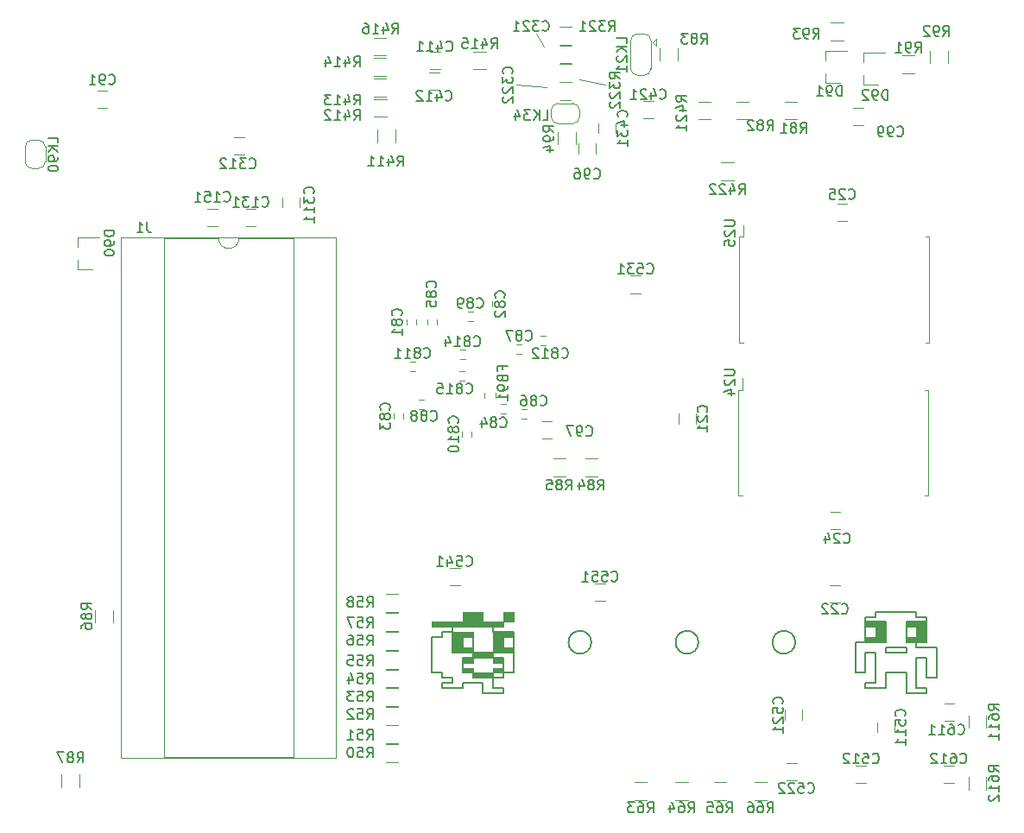
<source format=gbo>
%TF.GenerationSoftware,KiCad,Pcbnew,(5.1.10)-1*%
%TF.CreationDate,2021-08-17T18:14:56+01:00*%
%TF.ProjectId,blit-cpu-mk3,626c6974-2d63-4707-952d-6d6b332e6b69,3.03*%
%TF.SameCoordinates,Original*%
%TF.FileFunction,Legend,Bot*%
%TF.FilePolarity,Positive*%
%FSLAX46Y46*%
G04 Gerber Fmt 4.6, Leading zero omitted, Abs format (unit mm)*
G04 Created by KiCad (PCBNEW (5.1.10)-1) date 2021-08-17 18:14:56*
%MOMM*%
%LPD*%
G01*
G04 APERTURE LIST*
%ADD10C,0.120000*%
%ADD11C,0.100000*%
%ADD12C,0.150000*%
%ADD13O,1.802000X1.802000*%
%ADD14C,1.102000*%
%ADD15O,1.602000X2.102000*%
%ADD16C,2.502000*%
%ADD17O,1.829200X1.829200*%
%ADD18O,2.702000X2.102000*%
G04 APERTURE END LIST*
D10*
X73750000Y-29000000D02*
X76750000Y-29250000D01*
X82500000Y-29000000D02*
X80000000Y-28500000D01*
X75750000Y-24000000D02*
X76500000Y-25250000D01*
X44593000Y-44036000D02*
X39248000Y-44036000D01*
X39248000Y-44036000D02*
X39248000Y-94956000D01*
X39248000Y-94956000D02*
X51938000Y-94956000D01*
X51938000Y-94956000D02*
X51938000Y-44036000D01*
X51938000Y-44036000D02*
X46593000Y-44036000D01*
X35048000Y-43976000D02*
X35048000Y-95016000D01*
X35048000Y-95016000D02*
X56138000Y-95016000D01*
X56138000Y-95016000D02*
X56138000Y-43976000D01*
X56138000Y-43976000D02*
X35048000Y-43976000D01*
X46593000Y-44036000D02*
G75*
G02*
X44593000Y-44036000I-1000000J0D01*
G01*
X27612640Y-36499740D02*
X27612640Y-35099740D01*
X26912640Y-34399740D02*
X26312640Y-34399740D01*
X25612640Y-35099740D02*
X25612640Y-36499740D01*
X26312640Y-37199740D02*
X26912640Y-37199740D01*
X26912640Y-37199740D02*
G75*
G03*
X27612640Y-36499740I0J700000D01*
G01*
X25612640Y-36499740D02*
G75*
G03*
X26312640Y-37199740I700000J0D01*
G01*
X26312640Y-34399740D02*
G75*
G03*
X25612640Y-35099740I0J-700000D01*
G01*
X27612640Y-35099740D02*
G75*
G03*
X26912640Y-34399740I-700000J0D01*
G01*
X77450000Y-67380000D02*
X78650000Y-67380000D01*
X78650000Y-65620000D02*
X77450000Y-65620000D01*
X30930000Y-97850000D02*
X30930000Y-96650000D01*
X29170000Y-96650000D02*
X29170000Y-97850000D01*
X32470000Y-80500000D02*
X32470000Y-81700000D01*
X34230000Y-81700000D02*
X34230000Y-80500000D01*
X81750000Y-65620000D02*
X80550000Y-65620000D01*
X80550000Y-67380000D02*
X81750000Y-67380000D01*
X79300000Y-30800000D02*
X77900000Y-30800000D01*
X77200000Y-31500000D02*
X77200000Y-32100000D01*
X77900000Y-32800000D02*
X79300000Y-32800000D01*
X80000000Y-32100000D02*
X80000000Y-31500000D01*
X80000000Y-31500000D02*
G75*
G03*
X79300000Y-30800000I-700000J0D01*
G01*
X79300000Y-32800000D02*
G75*
G03*
X80000000Y-32100000I0J700000D01*
G01*
X77200000Y-32100000D02*
G75*
G03*
X77900000Y-32800000I700000J0D01*
G01*
X77900000Y-30800000D02*
G75*
G03*
X77200000Y-31500000I0J-700000D01*
G01*
X70670000Y-59700000D02*
X70670000Y-59200000D01*
X71730000Y-59200000D02*
X71730000Y-59700000D01*
X82500000Y-79600000D02*
X81500000Y-79600000D01*
X81500000Y-77900000D02*
X82500000Y-77900000D01*
X119880000Y-98100000D02*
X119880000Y-96900000D01*
X118120000Y-96900000D02*
X118120000Y-98100000D01*
X119880000Y-92050000D02*
X119880000Y-90850000D01*
X118120000Y-90850000D02*
X118120000Y-92050000D01*
X95100000Y-36620000D02*
X93900000Y-36620000D01*
X93900000Y-38380000D02*
X95100000Y-38380000D01*
X92850000Y-30620000D02*
X91650000Y-30620000D01*
X91650000Y-32380000D02*
X92850000Y-32380000D01*
X59825000Y-26130000D02*
X61025000Y-26130000D01*
X61025000Y-24370000D02*
X59825000Y-24370000D01*
X70800000Y-25720000D02*
X69600000Y-25720000D01*
X69600000Y-27480000D02*
X70800000Y-27480000D01*
X59825000Y-28130000D02*
X61025000Y-28130000D01*
X61025000Y-26370000D02*
X59825000Y-26370000D01*
X59825000Y-30130000D02*
X61025000Y-30130000D01*
X61025000Y-28370000D02*
X59825000Y-28370000D01*
X61050000Y-30370000D02*
X59850000Y-30370000D01*
X59850000Y-32130000D02*
X61050000Y-32130000D01*
X60170000Y-33400000D02*
X60170000Y-34600000D01*
X61930000Y-34600000D02*
X61930000Y-33400000D01*
X79200000Y-26920000D02*
X78000000Y-26920000D01*
X78000000Y-28680000D02*
X79200000Y-28680000D01*
X79199500Y-23320000D02*
X77999500Y-23320000D01*
X77999500Y-25080000D02*
X79199500Y-25080000D01*
X79630000Y-34850000D02*
X79630000Y-33650000D01*
X77870000Y-33650000D02*
X77870000Y-34850000D01*
X105850000Y-22870000D02*
X104650000Y-22870000D01*
X104650000Y-24630000D02*
X105850000Y-24630000D01*
X116130000Y-26850000D02*
X116130000Y-25650000D01*
X114370000Y-25650000D02*
X114370000Y-26850000D01*
X112850000Y-26120000D02*
X111650000Y-26120000D01*
X111650000Y-27880000D02*
X112850000Y-27880000D01*
X89630000Y-26600000D02*
X89630000Y-25400000D01*
X87870000Y-25400000D02*
X87870000Y-26600000D01*
X95400000Y-32380000D02*
X96600000Y-32380000D01*
X96600000Y-30620000D02*
X95400000Y-30620000D01*
X101350000Y-30620000D02*
X100150000Y-30620000D01*
X100150000Y-32380000D02*
X101350000Y-32380000D01*
X97150000Y-99130000D02*
X98350000Y-99130000D01*
X98350000Y-97370000D02*
X97150000Y-97370000D01*
X93150000Y-99130000D02*
X94350000Y-99130000D01*
X94350000Y-97370000D02*
X93150000Y-97370000D01*
X89400000Y-99130000D02*
X90600000Y-99130000D01*
X90600000Y-97370000D02*
X89400000Y-97370000D01*
X85400000Y-99130000D02*
X86600000Y-99130000D01*
X86600000Y-97370000D02*
X85400000Y-97370000D01*
X60998600Y-80705800D02*
X62198600Y-80705800D01*
X62198600Y-78945800D02*
X60998600Y-78945800D01*
X60998600Y-82560000D02*
X62198600Y-82560000D01*
X62198600Y-80800000D02*
X60998600Y-80800000D01*
X60998600Y-84414200D02*
X62198600Y-84414200D01*
X62198600Y-82654200D02*
X60998600Y-82654200D01*
X60998600Y-86268400D02*
X62198600Y-86268400D01*
X62198600Y-84508400D02*
X60998600Y-84508400D01*
X60998600Y-88097200D02*
X62198600Y-88097200D01*
X62198600Y-86337200D02*
X60998600Y-86337200D01*
X60998600Y-89926000D02*
X62198600Y-89926000D01*
X62198600Y-88166000D02*
X60998600Y-88166000D01*
X60998600Y-91754800D02*
X62198600Y-91754800D01*
X62198600Y-89994800D02*
X60998600Y-89994800D01*
X60998600Y-93583600D02*
X62198600Y-93583600D01*
X62198600Y-91823600D02*
X60998600Y-91823600D01*
X61024000Y-95412400D02*
X62224000Y-95412400D01*
X62224000Y-93652400D02*
X61024000Y-93652400D01*
X101850000Y-90300000D02*
X101850000Y-91300000D01*
X100150000Y-91300000D02*
X100150000Y-90300000D01*
X108100000Y-97450000D02*
X107100000Y-97450000D01*
X107100000Y-95750000D02*
X108100000Y-95750000D01*
X116700000Y-97450000D02*
X115700000Y-97450000D01*
X115700000Y-95750000D02*
X116700000Y-95750000D01*
X116750000Y-91350000D02*
X115750000Y-91350000D01*
X115750000Y-89650000D02*
X116750000Y-89650000D01*
X68250000Y-78100000D02*
X67250000Y-78100000D01*
X67250000Y-76400000D02*
X68250000Y-76400000D01*
X86000000Y-49420000D02*
X85000000Y-49420000D01*
X85000000Y-47720000D02*
X86000000Y-47720000D01*
X100300000Y-95550000D02*
X101300000Y-95550000D01*
X101300000Y-97250000D02*
X100300000Y-97250000D01*
X109150000Y-92500000D02*
X109150000Y-91500000D01*
X110850000Y-91500000D02*
X110850000Y-92500000D01*
X83520000Y-32750000D02*
X83520000Y-33750000D01*
X81820000Y-33750000D02*
X81820000Y-32750000D01*
X87230000Y-32290000D02*
X86230000Y-32290000D01*
X86230000Y-30590000D02*
X87230000Y-30590000D01*
X65300000Y-25750000D02*
X66300000Y-25750000D01*
X66300000Y-27450000D02*
X65300000Y-27450000D01*
X79100000Y-30450000D02*
X78100000Y-30450000D01*
X78100000Y-28750000D02*
X79100000Y-28750000D01*
X79100000Y-26850000D02*
X78100000Y-26850000D01*
X78100000Y-25150000D02*
X79100000Y-25150000D01*
X46100000Y-34140000D02*
X47100000Y-34140000D01*
X47100000Y-35840000D02*
X46100000Y-35840000D01*
X52570000Y-40020000D02*
X52570000Y-41020000D01*
X50870000Y-41020000D02*
X50870000Y-40020000D01*
X43500000Y-41150000D02*
X44500000Y-41150000D01*
X44500000Y-42850000D02*
X43500000Y-42850000D01*
X48250000Y-42850000D02*
X47250000Y-42850000D01*
X47250000Y-41150000D02*
X48250000Y-41150000D01*
X79900000Y-35750000D02*
X79900000Y-34750000D01*
X81600000Y-34750000D02*
X81600000Y-35750000D01*
X105250000Y-40650000D02*
X106250000Y-40650000D01*
X106250000Y-42350000D02*
X105250000Y-42350000D01*
X105570000Y-72600000D02*
X104570000Y-72600000D01*
X104570000Y-70900000D02*
X105570000Y-70900000D01*
X104530000Y-78080000D02*
X105530000Y-78080000D01*
X105530000Y-79780000D02*
X104530000Y-79780000D01*
X89730000Y-62220000D02*
X89730000Y-61220000D01*
X91430000Y-61220000D02*
X91430000Y-62220000D01*
X76300000Y-61950000D02*
X77300000Y-61950000D01*
X77300000Y-63650000D02*
X76300000Y-63650000D01*
D11*
G36*
X73525000Y-80665000D02*
G01*
X72525000Y-80665000D01*
X72525000Y-81665000D01*
X73525000Y-81665000D01*
X73525000Y-80665000D01*
G37*
X73525000Y-80665000D02*
X72525000Y-80665000D01*
X72525000Y-81665000D01*
X73525000Y-81665000D01*
X73525000Y-80665000D01*
G36*
X72525000Y-81665000D02*
G01*
X65525000Y-81665000D01*
X65525000Y-82165000D01*
X72525000Y-82165000D01*
X72525000Y-81665000D01*
G37*
X72525000Y-81665000D02*
X65525000Y-81665000D01*
X65525000Y-82165000D01*
X72525000Y-82165000D01*
X72525000Y-81665000D01*
G36*
X70525000Y-80665000D02*
G01*
X68525000Y-80665000D01*
X68525000Y-81665000D01*
X70525000Y-81665000D01*
X70525000Y-80665000D01*
G37*
X70525000Y-80665000D02*
X68525000Y-80665000D01*
X68525000Y-81665000D01*
X70525000Y-81665000D01*
X70525000Y-80665000D01*
G36*
X73525000Y-82665000D02*
G01*
X73525000Y-83165000D01*
X71525000Y-83165000D01*
X71525000Y-82665000D01*
X73525000Y-82665000D01*
G37*
X73525000Y-82665000D02*
X73525000Y-83165000D01*
X71525000Y-83165000D01*
X71525000Y-82665000D01*
X73525000Y-82665000D01*
G36*
X72525000Y-83165000D02*
G01*
X72525000Y-84165000D01*
X71525000Y-84165000D01*
X71525000Y-83165000D01*
X72525000Y-83165000D01*
G37*
X72525000Y-83165000D02*
X72525000Y-84165000D01*
X71525000Y-84165000D01*
X71525000Y-83165000D01*
X72525000Y-83165000D01*
G36*
X73525000Y-84165000D02*
G01*
X73525000Y-84665000D01*
X71525000Y-84665000D01*
X71525000Y-84165000D01*
X73525000Y-84165000D01*
G37*
X73525000Y-84165000D02*
X73525000Y-84665000D01*
X71525000Y-84665000D01*
X71525000Y-84165000D01*
X73525000Y-84165000D01*
G36*
X69525000Y-82665000D02*
G01*
X69525000Y-83165000D01*
X67525000Y-83165000D01*
X67525000Y-82665000D01*
X69525000Y-82665000D01*
G37*
X69525000Y-82665000D02*
X69525000Y-83165000D01*
X67525000Y-83165000D01*
X67525000Y-82665000D01*
X69525000Y-82665000D01*
G36*
X68525000Y-83165000D02*
G01*
X68525000Y-84165000D01*
X67525000Y-84165000D01*
X67525000Y-83165000D01*
X68525000Y-83165000D01*
G37*
X68525000Y-83165000D02*
X68525000Y-84165000D01*
X67525000Y-84165000D01*
X67525000Y-83165000D01*
X68525000Y-83165000D01*
G36*
X69525000Y-84165000D02*
G01*
X69525000Y-84665000D01*
X67525000Y-84665000D01*
X67525000Y-84165000D01*
X69525000Y-84165000D01*
G37*
X69525000Y-84165000D02*
X69525000Y-84665000D01*
X67525000Y-84665000D01*
X67525000Y-84165000D01*
X69525000Y-84165000D01*
D12*
X71525000Y-82665000D02*
X71525000Y-82165000D01*
X73525000Y-84665000D02*
X73525000Y-86665000D01*
X73525000Y-86665000D02*
X72525000Y-86665000D01*
X72525000Y-86665000D02*
X72525000Y-87165000D01*
X72525000Y-87165000D02*
X71525000Y-87165000D01*
X71525000Y-87165000D02*
X71525000Y-88165000D01*
X71525000Y-88165000D02*
X72525000Y-88165000D01*
X72525000Y-88165000D02*
X72525000Y-88665000D01*
X70525000Y-88665000D02*
X70525000Y-87665000D01*
X70525000Y-87665000D02*
X68525000Y-87665000D01*
X68525000Y-87665000D02*
X68525000Y-88165000D01*
X68525000Y-88165000D02*
X66525000Y-88165000D01*
X66525000Y-88165000D02*
X66525000Y-87665000D01*
X66525000Y-87665000D02*
X67525000Y-87665000D01*
X67525000Y-87665000D02*
X67525000Y-87165000D01*
X67525000Y-87165000D02*
X66525000Y-87165000D01*
X66525000Y-87165000D02*
X66525000Y-86665000D01*
X66525000Y-86665000D02*
X65525000Y-86665000D01*
X65525000Y-86665000D02*
X65525000Y-83165000D01*
X65525000Y-83165000D02*
X66525000Y-83165000D01*
X66525000Y-83165000D02*
X66525000Y-82665000D01*
X66525000Y-82665000D02*
X67525000Y-82665000D01*
X67525000Y-82665000D02*
X67525000Y-82165000D01*
X73525000Y-83165000D02*
X73525000Y-84665000D01*
X69525000Y-82665000D02*
X69525000Y-84665000D01*
X73525000Y-83165000D02*
X73525000Y-82665000D01*
X73525000Y-82665000D02*
X71525000Y-82665000D01*
X69525000Y-84665000D02*
X67525000Y-84665000D01*
X67525000Y-84665000D02*
X67525000Y-82665000D01*
X71525000Y-84665000D02*
X69525000Y-84665000D01*
X69525000Y-85165000D02*
X69525000Y-84665000D01*
X69525000Y-84665000D02*
X69525000Y-85165000D01*
X69525000Y-85165000D02*
X68525000Y-85165000D01*
X68525000Y-85165000D02*
X68525000Y-86665000D01*
X68525000Y-86665000D02*
X69525000Y-86665000D01*
X69525000Y-86665000D02*
X69525000Y-87165000D01*
X69525000Y-87165000D02*
X71525000Y-87165000D01*
X71525000Y-87165000D02*
X71525000Y-86665000D01*
X71525000Y-86665000D02*
X72525000Y-86665000D01*
X72525000Y-86665000D02*
X72525000Y-85165000D01*
X72525000Y-85165000D02*
X71525000Y-85165000D01*
X71525000Y-85165000D02*
X71525000Y-84665000D01*
D11*
G36*
X72525000Y-85165000D02*
G01*
X72525000Y-85665000D01*
X71525000Y-85665000D01*
X71525000Y-85165000D01*
X72525000Y-85165000D01*
G37*
X72525000Y-85165000D02*
X72525000Y-85665000D01*
X71525000Y-85665000D01*
X71525000Y-85165000D01*
X72525000Y-85165000D01*
G36*
X71525000Y-84665000D02*
G01*
X71525000Y-85165000D01*
X69525000Y-85165000D01*
X69525000Y-84665000D01*
X71525000Y-84665000D01*
G37*
X71525000Y-84665000D02*
X71525000Y-85165000D01*
X69525000Y-85165000D01*
X69525000Y-84665000D01*
X71525000Y-84665000D01*
G36*
X69525000Y-85165000D02*
G01*
X69525000Y-85665000D01*
X68525000Y-85665000D01*
X68525000Y-85165000D01*
X69525000Y-85165000D01*
G37*
X69525000Y-85165000D02*
X69525000Y-85665000D01*
X68525000Y-85665000D01*
X68525000Y-85165000D01*
X69525000Y-85165000D01*
G36*
X69525000Y-86165000D02*
G01*
X69525000Y-86665000D01*
X68525000Y-86665000D01*
X68525000Y-86165000D01*
X69525000Y-86165000D01*
G37*
X69525000Y-86165000D02*
X69525000Y-86665000D01*
X68525000Y-86665000D01*
X68525000Y-86165000D01*
X69525000Y-86165000D01*
G36*
X71525000Y-86665000D02*
G01*
X69525000Y-86665000D01*
X69525000Y-87165000D01*
X71525000Y-87165000D01*
X71525000Y-86665000D01*
G37*
X71525000Y-86665000D02*
X69525000Y-86665000D01*
X69525000Y-87165000D01*
X71525000Y-87165000D01*
X71525000Y-86665000D01*
G36*
X71525000Y-86665000D02*
G01*
X71525000Y-86165000D01*
X72525000Y-86165000D01*
X72525000Y-86665000D01*
X71525000Y-86665000D01*
G37*
X71525000Y-86665000D02*
X71525000Y-86165000D01*
X72525000Y-86165000D01*
X72525000Y-86665000D01*
X71525000Y-86665000D01*
D12*
X114025000Y-88665000D02*
X114025000Y-88165000D01*
X114025000Y-88165000D02*
X113025000Y-88165000D01*
X114025000Y-88665000D02*
X112025000Y-88665000D01*
X112025000Y-88665000D02*
X112025000Y-86665000D01*
X112025000Y-86665000D02*
X110025000Y-86665000D01*
X110025000Y-86665000D02*
X110025000Y-88165000D01*
X110025000Y-88165000D02*
X108025000Y-88165000D01*
X108025000Y-88165000D02*
X108025000Y-87665000D01*
X108025000Y-87665000D02*
X109025000Y-87665000D01*
X109025000Y-87665000D02*
X109025000Y-84665000D01*
X109025000Y-84665000D02*
X108025000Y-84665000D01*
X108025000Y-84665000D02*
X108025000Y-86665000D01*
X108025000Y-86665000D02*
X107025000Y-86665000D01*
X107025000Y-86665000D02*
X107025000Y-83665000D01*
X107025000Y-83665000D02*
X108025000Y-83665000D01*
X108025000Y-83665000D02*
X108025000Y-81165000D01*
X108025000Y-81165000D02*
X109025000Y-81165000D01*
X109025000Y-81165000D02*
X109025000Y-80665000D01*
X109025000Y-80665000D02*
X113025000Y-80665000D01*
X113025000Y-80665000D02*
X113025000Y-81165000D01*
X113025000Y-81165000D02*
X114025000Y-81165000D01*
X114025000Y-81165000D02*
X114025000Y-83665000D01*
X114025000Y-83665000D02*
X113025000Y-83665000D01*
X113025000Y-83665000D02*
X113025000Y-84165000D01*
X113025000Y-84165000D02*
X115025000Y-84165000D01*
X115025000Y-84165000D02*
X115025000Y-87165000D01*
X115025000Y-87165000D02*
X114025000Y-87165000D01*
X114025000Y-87165000D02*
X114025000Y-85165000D01*
X114025000Y-85165000D02*
X113025000Y-85165000D01*
X113025000Y-85165000D02*
X113025000Y-88165000D01*
X112025000Y-84165000D02*
X110025000Y-84165000D01*
X110025000Y-84165000D02*
X110025000Y-84665000D01*
X110025000Y-84665000D02*
X112025000Y-84665000D01*
X112025000Y-84665000D02*
X112025000Y-84165000D01*
D11*
G36*
X114025000Y-81665000D02*
G01*
X112025000Y-81665000D01*
X112025000Y-82165000D01*
X114025000Y-82165000D01*
X114025000Y-81665000D01*
G37*
X114025000Y-81665000D02*
X112025000Y-81665000D01*
X112025000Y-82165000D01*
X114025000Y-82165000D01*
X114025000Y-81665000D01*
G36*
X113025000Y-82165000D02*
G01*
X113025000Y-83165000D01*
X114025000Y-83165000D01*
X114025000Y-82165000D01*
X113025000Y-82165000D01*
G37*
X113025000Y-82165000D02*
X113025000Y-83165000D01*
X114025000Y-83165000D01*
X114025000Y-82165000D01*
X113025000Y-82165000D01*
G36*
X114025000Y-83165000D02*
G01*
X112025000Y-83165000D01*
X112025000Y-83665000D01*
X114025000Y-83665000D01*
X114025000Y-83165000D01*
G37*
X114025000Y-83165000D02*
X112025000Y-83165000D01*
X112025000Y-83665000D01*
X114025000Y-83665000D01*
X114025000Y-83165000D01*
G36*
X110025000Y-81665000D02*
G01*
X108025000Y-81665000D01*
X108025000Y-82165000D01*
X110025000Y-82165000D01*
X110025000Y-81665000D01*
G37*
X110025000Y-81665000D02*
X108025000Y-81665000D01*
X108025000Y-82165000D01*
X110025000Y-82165000D01*
X110025000Y-81665000D01*
G36*
X110025000Y-82165000D02*
G01*
X110025000Y-83165000D01*
X109025000Y-83165000D01*
X109025000Y-82165000D01*
X110025000Y-82165000D01*
G37*
X110025000Y-82165000D02*
X110025000Y-83165000D01*
X109025000Y-83165000D01*
X109025000Y-82165000D01*
X110025000Y-82165000D01*
G36*
X110025000Y-83165000D02*
G01*
X108025000Y-83165000D01*
X108025000Y-83665000D01*
X110025000Y-83665000D01*
X110025000Y-83165000D01*
G37*
X110025000Y-83165000D02*
X108025000Y-83165000D01*
X108025000Y-83665000D01*
X110025000Y-83665000D01*
X110025000Y-83165000D01*
D12*
X108025000Y-81665000D02*
X110025000Y-81665000D01*
X110025000Y-81665000D02*
X110025000Y-83665000D01*
X110025000Y-83665000D02*
X108025000Y-83665000D01*
X114025000Y-81665000D02*
X112025000Y-81665000D01*
X112025000Y-81665000D02*
X112025000Y-83665000D01*
X112025000Y-83665000D02*
X113025000Y-83665000D01*
X70525000Y-88665000D02*
X72525000Y-88665000D01*
X101143034Y-83665000D02*
G75*
G03*
X101143034Y-83665000I-1118034J0D01*
G01*
X91643034Y-83665000D02*
G75*
G03*
X91643034Y-83665000I-1118034J0D01*
G01*
X81143034Y-83665000D02*
G75*
G03*
X81143034Y-83665000I-1118034J0D01*
G01*
D10*
X30740000Y-47080000D02*
X30740000Y-46150000D01*
X30740000Y-43920000D02*
X30740000Y-44850000D01*
X30740000Y-43920000D02*
X32900000Y-43920000D01*
X30740000Y-47080000D02*
X32200000Y-47080000D01*
X68720000Y-58020000D02*
X68220000Y-58020000D01*
X68220000Y-57080000D02*
X68720000Y-57080000D01*
X68260000Y-54990000D02*
X68760000Y-54990000D01*
X68760000Y-55930000D02*
X68260000Y-55930000D01*
X85000000Y-24620000D02*
X85000000Y-27420000D01*
X85700000Y-28070000D02*
X86300000Y-28070000D01*
X87000000Y-27420000D02*
X87000000Y-24620000D01*
X86300000Y-23970000D02*
X85700000Y-23970000D01*
X87200000Y-24820000D02*
X87500000Y-24520000D01*
X87500000Y-24520000D02*
X87500000Y-25120000D01*
X87200000Y-24820000D02*
X87500000Y-25120000D01*
X85700000Y-23970000D02*
G75*
G03*
X85000000Y-24670000I0J-700000D01*
G01*
X87000000Y-24670000D02*
G75*
G03*
X86300000Y-23970000I-700000J0D01*
G01*
X86300000Y-28070000D02*
G75*
G03*
X87000000Y-27370000I0J700000D01*
G01*
X85000000Y-27370000D02*
G75*
G03*
X85700000Y-28070000I700000J0D01*
G01*
X114305000Y-49100000D02*
X114305000Y-54290000D01*
X114305000Y-54290000D02*
X113925000Y-54290000D01*
X114305000Y-49100000D02*
X114305000Y-43910000D01*
X114305000Y-43910000D02*
X113925000Y-43910000D01*
X95675000Y-49100000D02*
X95675000Y-54290000D01*
X95675000Y-54290000D02*
X96055000Y-54290000D01*
X95675000Y-49100000D02*
X95675000Y-43910000D01*
X95675000Y-43910000D02*
X96055000Y-43910000D01*
X96055000Y-43910000D02*
X96055000Y-42750000D01*
X114215000Y-64100000D02*
X114215000Y-69290000D01*
X114215000Y-69290000D02*
X113835000Y-69290000D01*
X114215000Y-64100000D02*
X114215000Y-58910000D01*
X114215000Y-58910000D02*
X113835000Y-58910000D01*
X95585000Y-64100000D02*
X95585000Y-69290000D01*
X95585000Y-69290000D02*
X95965000Y-69290000D01*
X95585000Y-64100000D02*
X95585000Y-58910000D01*
X95585000Y-58910000D02*
X95965000Y-58910000D01*
X95965000Y-58910000D02*
X95965000Y-57750000D01*
X76670000Y-54540000D02*
X76170000Y-54540000D01*
X76170000Y-53600000D02*
X76670000Y-53600000D01*
X63370000Y-56130000D02*
X63870000Y-56130000D01*
X63870000Y-57070000D02*
X63370000Y-57070000D01*
X68480000Y-63500000D02*
X68480000Y-63000000D01*
X69420000Y-63000000D02*
X69420000Y-63500000D01*
X69030000Y-51240000D02*
X69530000Y-51240000D01*
X69530000Y-52180000D02*
X69030000Y-52180000D01*
X64230000Y-59840000D02*
X64730000Y-59840000D01*
X64730000Y-60780000D02*
X64230000Y-60780000D01*
X74310000Y-55360000D02*
X73810000Y-55360000D01*
X73810000Y-54420000D02*
X74310000Y-54420000D01*
X74780000Y-61710000D02*
X74280000Y-61710000D01*
X74280000Y-60770000D02*
X74780000Y-60770000D01*
X65970000Y-52000000D02*
X65970000Y-52500000D01*
X65030000Y-52500000D02*
X65030000Y-52000000D01*
X63970000Y-52000000D02*
X63970000Y-52500000D01*
X63030000Y-52500000D02*
X63030000Y-52000000D01*
X72250000Y-60280000D02*
X72750000Y-60280000D01*
X72750000Y-61220000D02*
X72250000Y-61220000D01*
X61760000Y-61740000D02*
X61760000Y-61240000D01*
X62700000Y-61240000D02*
X62700000Y-61740000D01*
X71440000Y-50250000D02*
X71440000Y-50750000D01*
X70500000Y-50750000D02*
X70500000Y-50250000D01*
X107800000Y-28980000D02*
X107800000Y-28050000D01*
X107800000Y-25820000D02*
X107800000Y-26750000D01*
X107800000Y-25820000D02*
X109960000Y-25820000D01*
X107800000Y-28980000D02*
X109260000Y-28980000D01*
X104080000Y-28830000D02*
X104080000Y-27900000D01*
X104080000Y-25670000D02*
X104080000Y-26600000D01*
X104080000Y-25670000D02*
X106240000Y-25670000D01*
X104080000Y-28830000D02*
X105540000Y-28830000D01*
X66240000Y-29450000D02*
X65240000Y-29450000D01*
X65240000Y-27750000D02*
X66240000Y-27750000D01*
X107840000Y-32960000D02*
X106840000Y-32960000D01*
X106840000Y-31260000D02*
X107840000Y-31260000D01*
X33700000Y-31250000D02*
X32700000Y-31250000D01*
X32700000Y-29550000D02*
X33700000Y-29550000D01*
D12*
X37583333Y-42452380D02*
X37583333Y-43166666D01*
X37630952Y-43309523D01*
X37726190Y-43404761D01*
X37869047Y-43452380D01*
X37964285Y-43452380D01*
X36583333Y-43452380D02*
X37154761Y-43452380D01*
X36869047Y-43452380D02*
X36869047Y-42452380D01*
X36964285Y-42595238D01*
X37059523Y-42690476D01*
X37154761Y-42738095D01*
X28865020Y-34656882D02*
X28865020Y-34180692D01*
X27865020Y-34180692D01*
X28865020Y-34990216D02*
X27865020Y-34990216D01*
X28865020Y-35561644D02*
X28293592Y-35133073D01*
X27865020Y-35561644D02*
X28436449Y-34990216D01*
X28865020Y-36037835D02*
X28865020Y-36228311D01*
X28817401Y-36323549D01*
X28769782Y-36371168D01*
X28626925Y-36466406D01*
X28436449Y-36514025D01*
X28055497Y-36514025D01*
X27960259Y-36466406D01*
X27912640Y-36418787D01*
X27865020Y-36323549D01*
X27865020Y-36133073D01*
X27912640Y-36037835D01*
X27960259Y-35990216D01*
X28055497Y-35942597D01*
X28293592Y-35942597D01*
X28388830Y-35990216D01*
X28436449Y-36037835D01*
X28484068Y-36133073D01*
X28484068Y-36323549D01*
X28436449Y-36418787D01*
X28388830Y-36466406D01*
X28293592Y-36514025D01*
X27865020Y-37133073D02*
X27865020Y-37228311D01*
X27912640Y-37323549D01*
X27960259Y-37371168D01*
X28055497Y-37418787D01*
X28245973Y-37466406D01*
X28484068Y-37466406D01*
X28674544Y-37418787D01*
X28769782Y-37371168D01*
X28817401Y-37323549D01*
X28865020Y-37228311D01*
X28865020Y-37133073D01*
X28817401Y-37037835D01*
X28769782Y-36990216D01*
X28674544Y-36942597D01*
X28484068Y-36894978D01*
X28245973Y-36894978D01*
X28055497Y-36942597D01*
X27960259Y-36990216D01*
X27912640Y-37037835D01*
X27865020Y-37133073D01*
X78642857Y-68702380D02*
X78976190Y-68226190D01*
X79214285Y-68702380D02*
X79214285Y-67702380D01*
X78833333Y-67702380D01*
X78738095Y-67750000D01*
X78690476Y-67797619D01*
X78642857Y-67892857D01*
X78642857Y-68035714D01*
X78690476Y-68130952D01*
X78738095Y-68178571D01*
X78833333Y-68226190D01*
X79214285Y-68226190D01*
X78071428Y-68130952D02*
X78166666Y-68083333D01*
X78214285Y-68035714D01*
X78261904Y-67940476D01*
X78261904Y-67892857D01*
X78214285Y-67797619D01*
X78166666Y-67750000D01*
X78071428Y-67702380D01*
X77880952Y-67702380D01*
X77785714Y-67750000D01*
X77738095Y-67797619D01*
X77690476Y-67892857D01*
X77690476Y-67940476D01*
X77738095Y-68035714D01*
X77785714Y-68083333D01*
X77880952Y-68130952D01*
X78071428Y-68130952D01*
X78166666Y-68178571D01*
X78214285Y-68226190D01*
X78261904Y-68321428D01*
X78261904Y-68511904D01*
X78214285Y-68607142D01*
X78166666Y-68654761D01*
X78071428Y-68702380D01*
X77880952Y-68702380D01*
X77785714Y-68654761D01*
X77738095Y-68607142D01*
X77690476Y-68511904D01*
X77690476Y-68321428D01*
X77738095Y-68226190D01*
X77785714Y-68178571D01*
X77880952Y-68130952D01*
X76785714Y-67702380D02*
X77261904Y-67702380D01*
X77309523Y-68178571D01*
X77261904Y-68130952D01*
X77166666Y-68083333D01*
X76928571Y-68083333D01*
X76833333Y-68130952D01*
X76785714Y-68178571D01*
X76738095Y-68273809D01*
X76738095Y-68511904D01*
X76785714Y-68607142D01*
X76833333Y-68654761D01*
X76928571Y-68702380D01*
X77166666Y-68702380D01*
X77261904Y-68654761D01*
X77309523Y-68607142D01*
X30742857Y-95452380D02*
X31076190Y-94976190D01*
X31314285Y-95452380D02*
X31314285Y-94452380D01*
X30933333Y-94452380D01*
X30838095Y-94500000D01*
X30790476Y-94547619D01*
X30742857Y-94642857D01*
X30742857Y-94785714D01*
X30790476Y-94880952D01*
X30838095Y-94928571D01*
X30933333Y-94976190D01*
X31314285Y-94976190D01*
X30171428Y-94880952D02*
X30266666Y-94833333D01*
X30314285Y-94785714D01*
X30361904Y-94690476D01*
X30361904Y-94642857D01*
X30314285Y-94547619D01*
X30266666Y-94500000D01*
X30171428Y-94452380D01*
X29980952Y-94452380D01*
X29885714Y-94500000D01*
X29838095Y-94547619D01*
X29790476Y-94642857D01*
X29790476Y-94690476D01*
X29838095Y-94785714D01*
X29885714Y-94833333D01*
X29980952Y-94880952D01*
X30171428Y-94880952D01*
X30266666Y-94928571D01*
X30314285Y-94976190D01*
X30361904Y-95071428D01*
X30361904Y-95261904D01*
X30314285Y-95357142D01*
X30266666Y-95404761D01*
X30171428Y-95452380D01*
X29980952Y-95452380D01*
X29885714Y-95404761D01*
X29838095Y-95357142D01*
X29790476Y-95261904D01*
X29790476Y-95071428D01*
X29838095Y-94976190D01*
X29885714Y-94928571D01*
X29980952Y-94880952D01*
X29457142Y-94452380D02*
X28790476Y-94452380D01*
X29219047Y-95452380D01*
X32152380Y-80457142D02*
X31676190Y-80123809D01*
X32152380Y-79885714D02*
X31152380Y-79885714D01*
X31152380Y-80266666D01*
X31200000Y-80361904D01*
X31247619Y-80409523D01*
X31342857Y-80457142D01*
X31485714Y-80457142D01*
X31580952Y-80409523D01*
X31628571Y-80361904D01*
X31676190Y-80266666D01*
X31676190Y-79885714D01*
X31580952Y-81028571D02*
X31533333Y-80933333D01*
X31485714Y-80885714D01*
X31390476Y-80838095D01*
X31342857Y-80838095D01*
X31247619Y-80885714D01*
X31200000Y-80933333D01*
X31152380Y-81028571D01*
X31152380Y-81219047D01*
X31200000Y-81314285D01*
X31247619Y-81361904D01*
X31342857Y-81409523D01*
X31390476Y-81409523D01*
X31485714Y-81361904D01*
X31533333Y-81314285D01*
X31580952Y-81219047D01*
X31580952Y-81028571D01*
X31628571Y-80933333D01*
X31676190Y-80885714D01*
X31771428Y-80838095D01*
X31961904Y-80838095D01*
X32057142Y-80885714D01*
X32104761Y-80933333D01*
X32152380Y-81028571D01*
X32152380Y-81219047D01*
X32104761Y-81314285D01*
X32057142Y-81361904D01*
X31961904Y-81409523D01*
X31771428Y-81409523D01*
X31676190Y-81361904D01*
X31628571Y-81314285D01*
X31580952Y-81219047D01*
X31152380Y-82266666D02*
X31152380Y-82076190D01*
X31200000Y-81980952D01*
X31247619Y-81933333D01*
X31390476Y-81838095D01*
X31580952Y-81790476D01*
X31961904Y-81790476D01*
X32057142Y-81838095D01*
X32104761Y-81885714D01*
X32152380Y-81980952D01*
X32152380Y-82171428D01*
X32104761Y-82266666D01*
X32057142Y-82314285D01*
X31961904Y-82361904D01*
X31723809Y-82361904D01*
X31628571Y-82314285D01*
X31580952Y-82266666D01*
X31533333Y-82171428D01*
X31533333Y-81980952D01*
X31580952Y-81885714D01*
X31628571Y-81838095D01*
X31723809Y-81790476D01*
X81792857Y-68702380D02*
X82126190Y-68226190D01*
X82364285Y-68702380D02*
X82364285Y-67702380D01*
X81983333Y-67702380D01*
X81888095Y-67750000D01*
X81840476Y-67797619D01*
X81792857Y-67892857D01*
X81792857Y-68035714D01*
X81840476Y-68130952D01*
X81888095Y-68178571D01*
X81983333Y-68226190D01*
X82364285Y-68226190D01*
X81221428Y-68130952D02*
X81316666Y-68083333D01*
X81364285Y-68035714D01*
X81411904Y-67940476D01*
X81411904Y-67892857D01*
X81364285Y-67797619D01*
X81316666Y-67750000D01*
X81221428Y-67702380D01*
X81030952Y-67702380D01*
X80935714Y-67750000D01*
X80888095Y-67797619D01*
X80840476Y-67892857D01*
X80840476Y-67940476D01*
X80888095Y-68035714D01*
X80935714Y-68083333D01*
X81030952Y-68130952D01*
X81221428Y-68130952D01*
X81316666Y-68178571D01*
X81364285Y-68226190D01*
X81411904Y-68321428D01*
X81411904Y-68511904D01*
X81364285Y-68607142D01*
X81316666Y-68654761D01*
X81221428Y-68702380D01*
X81030952Y-68702380D01*
X80935714Y-68654761D01*
X80888095Y-68607142D01*
X80840476Y-68511904D01*
X80840476Y-68321428D01*
X80888095Y-68226190D01*
X80935714Y-68178571D01*
X81030952Y-68130952D01*
X79983333Y-68035714D02*
X79983333Y-68702380D01*
X80221428Y-67654761D02*
X80459523Y-68369047D01*
X79840476Y-68369047D01*
X76392857Y-32452380D02*
X76869047Y-32452380D01*
X76869047Y-31452380D01*
X76059523Y-32452380D02*
X76059523Y-31452380D01*
X75488095Y-32452380D02*
X75916666Y-31880952D01*
X75488095Y-31452380D02*
X76059523Y-32023809D01*
X75154761Y-31452380D02*
X74535714Y-31452380D01*
X74869047Y-31833333D01*
X74726190Y-31833333D01*
X74630952Y-31880952D01*
X74583333Y-31928571D01*
X74535714Y-32023809D01*
X74535714Y-32261904D01*
X74583333Y-32357142D01*
X74630952Y-32404761D01*
X74726190Y-32452380D01*
X75011904Y-32452380D01*
X75107142Y-32404761D01*
X75154761Y-32357142D01*
X73678571Y-31785714D02*
X73678571Y-32452380D01*
X73916666Y-31404761D02*
X74154761Y-32119047D01*
X73535714Y-32119047D01*
X72428571Y-56940476D02*
X72428571Y-56607142D01*
X72952380Y-56607142D02*
X71952380Y-56607142D01*
X71952380Y-57083333D01*
X72428571Y-57797619D02*
X72476190Y-57940476D01*
X72523809Y-57988095D01*
X72619047Y-58035714D01*
X72761904Y-58035714D01*
X72857142Y-57988095D01*
X72904761Y-57940476D01*
X72952380Y-57845238D01*
X72952380Y-57464285D01*
X71952380Y-57464285D01*
X71952380Y-57797619D01*
X72000000Y-57892857D01*
X72047619Y-57940476D01*
X72142857Y-57988095D01*
X72238095Y-57988095D01*
X72333333Y-57940476D01*
X72380952Y-57892857D01*
X72428571Y-57797619D01*
X72428571Y-57464285D01*
X72952380Y-58511904D02*
X72952380Y-58702380D01*
X72904761Y-58797619D01*
X72857142Y-58845238D01*
X72714285Y-58940476D01*
X72523809Y-58988095D01*
X72142857Y-58988095D01*
X72047619Y-58940476D01*
X72000000Y-58892857D01*
X71952380Y-58797619D01*
X71952380Y-58607142D01*
X72000000Y-58511904D01*
X72047619Y-58464285D01*
X72142857Y-58416666D01*
X72380952Y-58416666D01*
X72476190Y-58464285D01*
X72523809Y-58511904D01*
X72571428Y-58607142D01*
X72571428Y-58797619D01*
X72523809Y-58892857D01*
X72476190Y-58940476D01*
X72380952Y-58988095D01*
X72952380Y-59940476D02*
X72952380Y-59369047D01*
X72952380Y-59654761D02*
X71952380Y-59654761D01*
X72095238Y-59559523D01*
X72190476Y-59464285D01*
X72238095Y-59369047D01*
X83119047Y-77607142D02*
X83166666Y-77654761D01*
X83309523Y-77702380D01*
X83404761Y-77702380D01*
X83547619Y-77654761D01*
X83642857Y-77559523D01*
X83690476Y-77464285D01*
X83738095Y-77273809D01*
X83738095Y-77130952D01*
X83690476Y-76940476D01*
X83642857Y-76845238D01*
X83547619Y-76750000D01*
X83404761Y-76702380D01*
X83309523Y-76702380D01*
X83166666Y-76750000D01*
X83119047Y-76797619D01*
X82214285Y-76702380D02*
X82690476Y-76702380D01*
X82738095Y-77178571D01*
X82690476Y-77130952D01*
X82595238Y-77083333D01*
X82357142Y-77083333D01*
X82261904Y-77130952D01*
X82214285Y-77178571D01*
X82166666Y-77273809D01*
X82166666Y-77511904D01*
X82214285Y-77607142D01*
X82261904Y-77654761D01*
X82357142Y-77702380D01*
X82595238Y-77702380D01*
X82690476Y-77654761D01*
X82738095Y-77607142D01*
X81261904Y-76702380D02*
X81738095Y-76702380D01*
X81785714Y-77178571D01*
X81738095Y-77130952D01*
X81642857Y-77083333D01*
X81404761Y-77083333D01*
X81309523Y-77130952D01*
X81261904Y-77178571D01*
X81214285Y-77273809D01*
X81214285Y-77511904D01*
X81261904Y-77607142D01*
X81309523Y-77654761D01*
X81404761Y-77702380D01*
X81642857Y-77702380D01*
X81738095Y-77654761D01*
X81785714Y-77607142D01*
X80261904Y-77702380D02*
X80833333Y-77702380D01*
X80547619Y-77702380D02*
X80547619Y-76702380D01*
X80642857Y-76845238D01*
X80738095Y-76940476D01*
X80833333Y-76988095D01*
X121102380Y-96380952D02*
X120626190Y-96047619D01*
X121102380Y-95809523D02*
X120102380Y-95809523D01*
X120102380Y-96190476D01*
X120150000Y-96285714D01*
X120197619Y-96333333D01*
X120292857Y-96380952D01*
X120435714Y-96380952D01*
X120530952Y-96333333D01*
X120578571Y-96285714D01*
X120626190Y-96190476D01*
X120626190Y-95809523D01*
X120102380Y-97238095D02*
X120102380Y-97047619D01*
X120150000Y-96952380D01*
X120197619Y-96904761D01*
X120340476Y-96809523D01*
X120530952Y-96761904D01*
X120911904Y-96761904D01*
X121007142Y-96809523D01*
X121054761Y-96857142D01*
X121102380Y-96952380D01*
X121102380Y-97142857D01*
X121054761Y-97238095D01*
X121007142Y-97285714D01*
X120911904Y-97333333D01*
X120673809Y-97333333D01*
X120578571Y-97285714D01*
X120530952Y-97238095D01*
X120483333Y-97142857D01*
X120483333Y-96952380D01*
X120530952Y-96857142D01*
X120578571Y-96809523D01*
X120673809Y-96761904D01*
X121102380Y-98285714D02*
X121102380Y-97714285D01*
X121102380Y-98000000D02*
X120102380Y-98000000D01*
X120245238Y-97904761D01*
X120340476Y-97809523D01*
X120388095Y-97714285D01*
X120197619Y-98666666D02*
X120150000Y-98714285D01*
X120102380Y-98809523D01*
X120102380Y-99047619D01*
X120150000Y-99142857D01*
X120197619Y-99190476D01*
X120292857Y-99238095D01*
X120388095Y-99238095D01*
X120530952Y-99190476D01*
X121102380Y-98619047D01*
X121102380Y-99238095D01*
X121102380Y-90330952D02*
X120626190Y-89997619D01*
X121102380Y-89759523D02*
X120102380Y-89759523D01*
X120102380Y-90140476D01*
X120150000Y-90235714D01*
X120197619Y-90283333D01*
X120292857Y-90330952D01*
X120435714Y-90330952D01*
X120530952Y-90283333D01*
X120578571Y-90235714D01*
X120626190Y-90140476D01*
X120626190Y-89759523D01*
X120102380Y-91188095D02*
X120102380Y-90997619D01*
X120150000Y-90902380D01*
X120197619Y-90854761D01*
X120340476Y-90759523D01*
X120530952Y-90711904D01*
X120911904Y-90711904D01*
X121007142Y-90759523D01*
X121054761Y-90807142D01*
X121102380Y-90902380D01*
X121102380Y-91092857D01*
X121054761Y-91188095D01*
X121007142Y-91235714D01*
X120911904Y-91283333D01*
X120673809Y-91283333D01*
X120578571Y-91235714D01*
X120530952Y-91188095D01*
X120483333Y-91092857D01*
X120483333Y-90902380D01*
X120530952Y-90807142D01*
X120578571Y-90759523D01*
X120673809Y-90711904D01*
X121102380Y-92235714D02*
X121102380Y-91664285D01*
X121102380Y-91950000D02*
X120102380Y-91950000D01*
X120245238Y-91854761D01*
X120340476Y-91759523D01*
X120388095Y-91664285D01*
X121102380Y-93188095D02*
X121102380Y-92616666D01*
X121102380Y-92902380D02*
X120102380Y-92902380D01*
X120245238Y-92807142D01*
X120340476Y-92711904D01*
X120388095Y-92616666D01*
X95619047Y-39702380D02*
X95952380Y-39226190D01*
X96190476Y-39702380D02*
X96190476Y-38702380D01*
X95809523Y-38702380D01*
X95714285Y-38750000D01*
X95666666Y-38797619D01*
X95619047Y-38892857D01*
X95619047Y-39035714D01*
X95666666Y-39130952D01*
X95714285Y-39178571D01*
X95809523Y-39226190D01*
X96190476Y-39226190D01*
X94761904Y-39035714D02*
X94761904Y-39702380D01*
X95000000Y-38654761D02*
X95238095Y-39369047D01*
X94619047Y-39369047D01*
X94285714Y-38797619D02*
X94238095Y-38750000D01*
X94142857Y-38702380D01*
X93904761Y-38702380D01*
X93809523Y-38750000D01*
X93761904Y-38797619D01*
X93714285Y-38892857D01*
X93714285Y-38988095D01*
X93761904Y-39130952D01*
X94333333Y-39702380D01*
X93714285Y-39702380D01*
X93333333Y-38797619D02*
X93285714Y-38750000D01*
X93190476Y-38702380D01*
X92952380Y-38702380D01*
X92857142Y-38750000D01*
X92809523Y-38797619D01*
X92761904Y-38892857D01*
X92761904Y-38988095D01*
X92809523Y-39130952D01*
X93380952Y-39702380D01*
X92761904Y-39702380D01*
X90452380Y-30630952D02*
X89976190Y-30297619D01*
X90452380Y-30059523D02*
X89452380Y-30059523D01*
X89452380Y-30440476D01*
X89500000Y-30535714D01*
X89547619Y-30583333D01*
X89642857Y-30630952D01*
X89785714Y-30630952D01*
X89880952Y-30583333D01*
X89928571Y-30535714D01*
X89976190Y-30440476D01*
X89976190Y-30059523D01*
X89785714Y-31488095D02*
X90452380Y-31488095D01*
X89404761Y-31250000D02*
X90119047Y-31011904D01*
X90119047Y-31630952D01*
X89547619Y-31964285D02*
X89500000Y-32011904D01*
X89452380Y-32107142D01*
X89452380Y-32345238D01*
X89500000Y-32440476D01*
X89547619Y-32488095D01*
X89642857Y-32535714D01*
X89738095Y-32535714D01*
X89880952Y-32488095D01*
X90452380Y-31916666D01*
X90452380Y-32535714D01*
X90452380Y-33488095D02*
X90452380Y-32916666D01*
X90452380Y-33202380D02*
X89452380Y-33202380D01*
X89595238Y-33107142D01*
X89690476Y-33011904D01*
X89738095Y-32916666D01*
X61619047Y-23952380D02*
X61952380Y-23476190D01*
X62190476Y-23952380D02*
X62190476Y-22952380D01*
X61809523Y-22952380D01*
X61714285Y-23000000D01*
X61666666Y-23047619D01*
X61619047Y-23142857D01*
X61619047Y-23285714D01*
X61666666Y-23380952D01*
X61714285Y-23428571D01*
X61809523Y-23476190D01*
X62190476Y-23476190D01*
X60761904Y-23285714D02*
X60761904Y-23952380D01*
X61000000Y-22904761D02*
X61238095Y-23619047D01*
X60619047Y-23619047D01*
X59714285Y-23952380D02*
X60285714Y-23952380D01*
X60000000Y-23952380D02*
X60000000Y-22952380D01*
X60095238Y-23095238D01*
X60190476Y-23190476D01*
X60285714Y-23238095D01*
X58857142Y-22952380D02*
X59047619Y-22952380D01*
X59142857Y-23000000D01*
X59190476Y-23047619D01*
X59285714Y-23190476D01*
X59333333Y-23380952D01*
X59333333Y-23761904D01*
X59285714Y-23857142D01*
X59238095Y-23904761D01*
X59142857Y-23952380D01*
X58952380Y-23952380D01*
X58857142Y-23904761D01*
X58809523Y-23857142D01*
X58761904Y-23761904D01*
X58761904Y-23523809D01*
X58809523Y-23428571D01*
X58857142Y-23380952D01*
X58952380Y-23333333D01*
X59142857Y-23333333D01*
X59238095Y-23380952D01*
X59285714Y-23428571D01*
X59333333Y-23523809D01*
X71319047Y-25402380D02*
X71652380Y-24926190D01*
X71890476Y-25402380D02*
X71890476Y-24402380D01*
X71509523Y-24402380D01*
X71414285Y-24450000D01*
X71366666Y-24497619D01*
X71319047Y-24592857D01*
X71319047Y-24735714D01*
X71366666Y-24830952D01*
X71414285Y-24878571D01*
X71509523Y-24926190D01*
X71890476Y-24926190D01*
X70461904Y-24735714D02*
X70461904Y-25402380D01*
X70700000Y-24354761D02*
X70938095Y-25069047D01*
X70319047Y-25069047D01*
X69414285Y-25402380D02*
X69985714Y-25402380D01*
X69700000Y-25402380D02*
X69700000Y-24402380D01*
X69795238Y-24545238D01*
X69890476Y-24640476D01*
X69985714Y-24688095D01*
X68509523Y-24402380D02*
X68985714Y-24402380D01*
X69033333Y-24878571D01*
X68985714Y-24830952D01*
X68890476Y-24783333D01*
X68652380Y-24783333D01*
X68557142Y-24830952D01*
X68509523Y-24878571D01*
X68461904Y-24973809D01*
X68461904Y-25211904D01*
X68509523Y-25307142D01*
X68557142Y-25354761D01*
X68652380Y-25402380D01*
X68890476Y-25402380D01*
X68985714Y-25354761D01*
X69033333Y-25307142D01*
X57869047Y-27202380D02*
X58202380Y-26726190D01*
X58440476Y-27202380D02*
X58440476Y-26202380D01*
X58059523Y-26202380D01*
X57964285Y-26250000D01*
X57916666Y-26297619D01*
X57869047Y-26392857D01*
X57869047Y-26535714D01*
X57916666Y-26630952D01*
X57964285Y-26678571D01*
X58059523Y-26726190D01*
X58440476Y-26726190D01*
X57011904Y-26535714D02*
X57011904Y-27202380D01*
X57250000Y-26154761D02*
X57488095Y-26869047D01*
X56869047Y-26869047D01*
X55964285Y-27202380D02*
X56535714Y-27202380D01*
X56250000Y-27202380D02*
X56250000Y-26202380D01*
X56345238Y-26345238D01*
X56440476Y-26440476D01*
X56535714Y-26488095D01*
X55107142Y-26535714D02*
X55107142Y-27202380D01*
X55345238Y-26154761D02*
X55583333Y-26869047D01*
X54964285Y-26869047D01*
X57869047Y-30952380D02*
X58202380Y-30476190D01*
X58440476Y-30952380D02*
X58440476Y-29952380D01*
X58059523Y-29952380D01*
X57964285Y-30000000D01*
X57916666Y-30047619D01*
X57869047Y-30142857D01*
X57869047Y-30285714D01*
X57916666Y-30380952D01*
X57964285Y-30428571D01*
X58059523Y-30476190D01*
X58440476Y-30476190D01*
X57011904Y-30285714D02*
X57011904Y-30952380D01*
X57250000Y-29904761D02*
X57488095Y-30619047D01*
X56869047Y-30619047D01*
X55964285Y-30952380D02*
X56535714Y-30952380D01*
X56250000Y-30952380D02*
X56250000Y-29952380D01*
X56345238Y-30095238D01*
X56440476Y-30190476D01*
X56535714Y-30238095D01*
X55630952Y-29952380D02*
X55011904Y-29952380D01*
X55345238Y-30333333D01*
X55202380Y-30333333D01*
X55107142Y-30380952D01*
X55059523Y-30428571D01*
X55011904Y-30523809D01*
X55011904Y-30761904D01*
X55059523Y-30857142D01*
X55107142Y-30904761D01*
X55202380Y-30952380D01*
X55488095Y-30952380D01*
X55583333Y-30904761D01*
X55630952Y-30857142D01*
X57869047Y-32452380D02*
X58202380Y-31976190D01*
X58440476Y-32452380D02*
X58440476Y-31452380D01*
X58059523Y-31452380D01*
X57964285Y-31500000D01*
X57916666Y-31547619D01*
X57869047Y-31642857D01*
X57869047Y-31785714D01*
X57916666Y-31880952D01*
X57964285Y-31928571D01*
X58059523Y-31976190D01*
X58440476Y-31976190D01*
X57011904Y-31785714D02*
X57011904Y-32452380D01*
X57250000Y-31404761D02*
X57488095Y-32119047D01*
X56869047Y-32119047D01*
X55964285Y-32452380D02*
X56535714Y-32452380D01*
X56250000Y-32452380D02*
X56250000Y-31452380D01*
X56345238Y-31595238D01*
X56440476Y-31690476D01*
X56535714Y-31738095D01*
X55583333Y-31547619D02*
X55535714Y-31500000D01*
X55440476Y-31452380D01*
X55202380Y-31452380D01*
X55107142Y-31500000D01*
X55059523Y-31547619D01*
X55011904Y-31642857D01*
X55011904Y-31738095D01*
X55059523Y-31880952D01*
X55630952Y-32452380D01*
X55011904Y-32452380D01*
X62119047Y-36952380D02*
X62452380Y-36476190D01*
X62690476Y-36952380D02*
X62690476Y-35952380D01*
X62309523Y-35952380D01*
X62214285Y-36000000D01*
X62166666Y-36047619D01*
X62119047Y-36142857D01*
X62119047Y-36285714D01*
X62166666Y-36380952D01*
X62214285Y-36428571D01*
X62309523Y-36476190D01*
X62690476Y-36476190D01*
X61261904Y-36285714D02*
X61261904Y-36952380D01*
X61500000Y-35904761D02*
X61738095Y-36619047D01*
X61119047Y-36619047D01*
X60214285Y-36952380D02*
X60785714Y-36952380D01*
X60500000Y-36952380D02*
X60500000Y-35952380D01*
X60595238Y-36095238D01*
X60690476Y-36190476D01*
X60785714Y-36238095D01*
X59261904Y-36952380D02*
X59833333Y-36952380D01*
X59547619Y-36952380D02*
X59547619Y-35952380D01*
X59642857Y-36095238D01*
X59738095Y-36190476D01*
X59833333Y-36238095D01*
X83952380Y-28380952D02*
X83476190Y-28047619D01*
X83952380Y-27809523D02*
X82952380Y-27809523D01*
X82952380Y-28190476D01*
X83000000Y-28285714D01*
X83047619Y-28333333D01*
X83142857Y-28380952D01*
X83285714Y-28380952D01*
X83380952Y-28333333D01*
X83428571Y-28285714D01*
X83476190Y-28190476D01*
X83476190Y-27809523D01*
X82952380Y-28714285D02*
X82952380Y-29333333D01*
X83333333Y-29000000D01*
X83333333Y-29142857D01*
X83380952Y-29238095D01*
X83428571Y-29285714D01*
X83523809Y-29333333D01*
X83761904Y-29333333D01*
X83857142Y-29285714D01*
X83904761Y-29238095D01*
X83952380Y-29142857D01*
X83952380Y-28857142D01*
X83904761Y-28761904D01*
X83857142Y-28714285D01*
X83047619Y-29714285D02*
X83000000Y-29761904D01*
X82952380Y-29857142D01*
X82952380Y-30095238D01*
X83000000Y-30190476D01*
X83047619Y-30238095D01*
X83142857Y-30285714D01*
X83238095Y-30285714D01*
X83380952Y-30238095D01*
X83952380Y-29666666D01*
X83952380Y-30285714D01*
X83047619Y-30666666D02*
X83000000Y-30714285D01*
X82952380Y-30809523D01*
X82952380Y-31047619D01*
X83000000Y-31142857D01*
X83047619Y-31190476D01*
X83142857Y-31238095D01*
X83238095Y-31238095D01*
X83380952Y-31190476D01*
X83952380Y-30619047D01*
X83952380Y-31238095D01*
X82869047Y-23702380D02*
X83202380Y-23226190D01*
X83440476Y-23702380D02*
X83440476Y-22702380D01*
X83059523Y-22702380D01*
X82964285Y-22750000D01*
X82916666Y-22797619D01*
X82869047Y-22892857D01*
X82869047Y-23035714D01*
X82916666Y-23130952D01*
X82964285Y-23178571D01*
X83059523Y-23226190D01*
X83440476Y-23226190D01*
X82535714Y-22702380D02*
X81916666Y-22702380D01*
X82250000Y-23083333D01*
X82107142Y-23083333D01*
X82011904Y-23130952D01*
X81964285Y-23178571D01*
X81916666Y-23273809D01*
X81916666Y-23511904D01*
X81964285Y-23607142D01*
X82011904Y-23654761D01*
X82107142Y-23702380D01*
X82392857Y-23702380D01*
X82488095Y-23654761D01*
X82535714Y-23607142D01*
X81535714Y-22797619D02*
X81488095Y-22750000D01*
X81392857Y-22702380D01*
X81154761Y-22702380D01*
X81059523Y-22750000D01*
X81011904Y-22797619D01*
X80964285Y-22892857D01*
X80964285Y-22988095D01*
X81011904Y-23130952D01*
X81583333Y-23702380D01*
X80964285Y-23702380D01*
X80011904Y-23702380D02*
X80583333Y-23702380D01*
X80297619Y-23702380D02*
X80297619Y-22702380D01*
X80392857Y-22845238D01*
X80488095Y-22940476D01*
X80583333Y-22988095D01*
X77452380Y-33607142D02*
X76976190Y-33273809D01*
X77452380Y-33035714D02*
X76452380Y-33035714D01*
X76452380Y-33416666D01*
X76500000Y-33511904D01*
X76547619Y-33559523D01*
X76642857Y-33607142D01*
X76785714Y-33607142D01*
X76880952Y-33559523D01*
X76928571Y-33511904D01*
X76976190Y-33416666D01*
X76976190Y-33035714D01*
X77452380Y-34083333D02*
X77452380Y-34273809D01*
X77404761Y-34369047D01*
X77357142Y-34416666D01*
X77214285Y-34511904D01*
X77023809Y-34559523D01*
X76642857Y-34559523D01*
X76547619Y-34511904D01*
X76500000Y-34464285D01*
X76452380Y-34369047D01*
X76452380Y-34178571D01*
X76500000Y-34083333D01*
X76547619Y-34035714D01*
X76642857Y-33988095D01*
X76880952Y-33988095D01*
X76976190Y-34035714D01*
X77023809Y-34083333D01*
X77071428Y-34178571D01*
X77071428Y-34369047D01*
X77023809Y-34464285D01*
X76976190Y-34511904D01*
X76880952Y-34559523D01*
X76785714Y-35416666D02*
X77452380Y-35416666D01*
X76404761Y-35178571D02*
X77119047Y-34940476D01*
X77119047Y-35559523D01*
X102892857Y-24452380D02*
X103226190Y-23976190D01*
X103464285Y-24452380D02*
X103464285Y-23452380D01*
X103083333Y-23452380D01*
X102988095Y-23500000D01*
X102940476Y-23547619D01*
X102892857Y-23642857D01*
X102892857Y-23785714D01*
X102940476Y-23880952D01*
X102988095Y-23928571D01*
X103083333Y-23976190D01*
X103464285Y-23976190D01*
X102416666Y-24452380D02*
X102226190Y-24452380D01*
X102130952Y-24404761D01*
X102083333Y-24357142D01*
X101988095Y-24214285D01*
X101940476Y-24023809D01*
X101940476Y-23642857D01*
X101988095Y-23547619D01*
X102035714Y-23500000D01*
X102130952Y-23452380D01*
X102321428Y-23452380D01*
X102416666Y-23500000D01*
X102464285Y-23547619D01*
X102511904Y-23642857D01*
X102511904Y-23880952D01*
X102464285Y-23976190D01*
X102416666Y-24023809D01*
X102321428Y-24071428D01*
X102130952Y-24071428D01*
X102035714Y-24023809D01*
X101988095Y-23976190D01*
X101940476Y-23880952D01*
X101607142Y-23452380D02*
X100988095Y-23452380D01*
X101321428Y-23833333D01*
X101178571Y-23833333D01*
X101083333Y-23880952D01*
X101035714Y-23928571D01*
X100988095Y-24023809D01*
X100988095Y-24261904D01*
X101035714Y-24357142D01*
X101083333Y-24404761D01*
X101178571Y-24452380D01*
X101464285Y-24452380D01*
X101559523Y-24404761D01*
X101607142Y-24357142D01*
X115642857Y-24202380D02*
X115976190Y-23726190D01*
X116214285Y-24202380D02*
X116214285Y-23202380D01*
X115833333Y-23202380D01*
X115738095Y-23250000D01*
X115690476Y-23297619D01*
X115642857Y-23392857D01*
X115642857Y-23535714D01*
X115690476Y-23630952D01*
X115738095Y-23678571D01*
X115833333Y-23726190D01*
X116214285Y-23726190D01*
X115166666Y-24202380D02*
X114976190Y-24202380D01*
X114880952Y-24154761D01*
X114833333Y-24107142D01*
X114738095Y-23964285D01*
X114690476Y-23773809D01*
X114690476Y-23392857D01*
X114738095Y-23297619D01*
X114785714Y-23250000D01*
X114880952Y-23202380D01*
X115071428Y-23202380D01*
X115166666Y-23250000D01*
X115214285Y-23297619D01*
X115261904Y-23392857D01*
X115261904Y-23630952D01*
X115214285Y-23726190D01*
X115166666Y-23773809D01*
X115071428Y-23821428D01*
X114880952Y-23821428D01*
X114785714Y-23773809D01*
X114738095Y-23726190D01*
X114690476Y-23630952D01*
X114309523Y-23297619D02*
X114261904Y-23250000D01*
X114166666Y-23202380D01*
X113928571Y-23202380D01*
X113833333Y-23250000D01*
X113785714Y-23297619D01*
X113738095Y-23392857D01*
X113738095Y-23488095D01*
X113785714Y-23630952D01*
X114357142Y-24202380D01*
X113738095Y-24202380D01*
X112892857Y-25802380D02*
X113226190Y-25326190D01*
X113464285Y-25802380D02*
X113464285Y-24802380D01*
X113083333Y-24802380D01*
X112988095Y-24850000D01*
X112940476Y-24897619D01*
X112892857Y-24992857D01*
X112892857Y-25135714D01*
X112940476Y-25230952D01*
X112988095Y-25278571D01*
X113083333Y-25326190D01*
X113464285Y-25326190D01*
X112416666Y-25802380D02*
X112226190Y-25802380D01*
X112130952Y-25754761D01*
X112083333Y-25707142D01*
X111988095Y-25564285D01*
X111940476Y-25373809D01*
X111940476Y-24992857D01*
X111988095Y-24897619D01*
X112035714Y-24850000D01*
X112130952Y-24802380D01*
X112321428Y-24802380D01*
X112416666Y-24850000D01*
X112464285Y-24897619D01*
X112511904Y-24992857D01*
X112511904Y-25230952D01*
X112464285Y-25326190D01*
X112416666Y-25373809D01*
X112321428Y-25421428D01*
X112130952Y-25421428D01*
X112035714Y-25373809D01*
X111988095Y-25326190D01*
X111940476Y-25230952D01*
X110988095Y-25802380D02*
X111559523Y-25802380D01*
X111273809Y-25802380D02*
X111273809Y-24802380D01*
X111369047Y-24945238D01*
X111464285Y-25040476D01*
X111559523Y-25088095D01*
X91892857Y-24952380D02*
X92226190Y-24476190D01*
X92464285Y-24952380D02*
X92464285Y-23952380D01*
X92083333Y-23952380D01*
X91988095Y-24000000D01*
X91940476Y-24047619D01*
X91892857Y-24142857D01*
X91892857Y-24285714D01*
X91940476Y-24380952D01*
X91988095Y-24428571D01*
X92083333Y-24476190D01*
X92464285Y-24476190D01*
X91321428Y-24380952D02*
X91416666Y-24333333D01*
X91464285Y-24285714D01*
X91511904Y-24190476D01*
X91511904Y-24142857D01*
X91464285Y-24047619D01*
X91416666Y-24000000D01*
X91321428Y-23952380D01*
X91130952Y-23952380D01*
X91035714Y-24000000D01*
X90988095Y-24047619D01*
X90940476Y-24142857D01*
X90940476Y-24190476D01*
X90988095Y-24285714D01*
X91035714Y-24333333D01*
X91130952Y-24380952D01*
X91321428Y-24380952D01*
X91416666Y-24428571D01*
X91464285Y-24476190D01*
X91511904Y-24571428D01*
X91511904Y-24761904D01*
X91464285Y-24857142D01*
X91416666Y-24904761D01*
X91321428Y-24952380D01*
X91130952Y-24952380D01*
X91035714Y-24904761D01*
X90988095Y-24857142D01*
X90940476Y-24761904D01*
X90940476Y-24571428D01*
X90988095Y-24476190D01*
X91035714Y-24428571D01*
X91130952Y-24380952D01*
X90607142Y-23952380D02*
X89988095Y-23952380D01*
X90321428Y-24333333D01*
X90178571Y-24333333D01*
X90083333Y-24380952D01*
X90035714Y-24428571D01*
X89988095Y-24523809D01*
X89988095Y-24761904D01*
X90035714Y-24857142D01*
X90083333Y-24904761D01*
X90178571Y-24952380D01*
X90464285Y-24952380D01*
X90559523Y-24904761D01*
X90607142Y-24857142D01*
X98392857Y-33452380D02*
X98726190Y-32976190D01*
X98964285Y-33452380D02*
X98964285Y-32452380D01*
X98583333Y-32452380D01*
X98488095Y-32500000D01*
X98440476Y-32547619D01*
X98392857Y-32642857D01*
X98392857Y-32785714D01*
X98440476Y-32880952D01*
X98488095Y-32928571D01*
X98583333Y-32976190D01*
X98964285Y-32976190D01*
X97821428Y-32880952D02*
X97916666Y-32833333D01*
X97964285Y-32785714D01*
X98011904Y-32690476D01*
X98011904Y-32642857D01*
X97964285Y-32547619D01*
X97916666Y-32500000D01*
X97821428Y-32452380D01*
X97630952Y-32452380D01*
X97535714Y-32500000D01*
X97488095Y-32547619D01*
X97440476Y-32642857D01*
X97440476Y-32690476D01*
X97488095Y-32785714D01*
X97535714Y-32833333D01*
X97630952Y-32880952D01*
X97821428Y-32880952D01*
X97916666Y-32928571D01*
X97964285Y-32976190D01*
X98011904Y-33071428D01*
X98011904Y-33261904D01*
X97964285Y-33357142D01*
X97916666Y-33404761D01*
X97821428Y-33452380D01*
X97630952Y-33452380D01*
X97535714Y-33404761D01*
X97488095Y-33357142D01*
X97440476Y-33261904D01*
X97440476Y-33071428D01*
X97488095Y-32976190D01*
X97535714Y-32928571D01*
X97630952Y-32880952D01*
X97059523Y-32547619D02*
X97011904Y-32500000D01*
X96916666Y-32452380D01*
X96678571Y-32452380D01*
X96583333Y-32500000D01*
X96535714Y-32547619D01*
X96488095Y-32642857D01*
X96488095Y-32738095D01*
X96535714Y-32880952D01*
X97107142Y-33452380D01*
X96488095Y-33452380D01*
X101642857Y-33702380D02*
X101976190Y-33226190D01*
X102214285Y-33702380D02*
X102214285Y-32702380D01*
X101833333Y-32702380D01*
X101738095Y-32750000D01*
X101690476Y-32797619D01*
X101642857Y-32892857D01*
X101642857Y-33035714D01*
X101690476Y-33130952D01*
X101738095Y-33178571D01*
X101833333Y-33226190D01*
X102214285Y-33226190D01*
X101071428Y-33130952D02*
X101166666Y-33083333D01*
X101214285Y-33035714D01*
X101261904Y-32940476D01*
X101261904Y-32892857D01*
X101214285Y-32797619D01*
X101166666Y-32750000D01*
X101071428Y-32702380D01*
X100880952Y-32702380D01*
X100785714Y-32750000D01*
X100738095Y-32797619D01*
X100690476Y-32892857D01*
X100690476Y-32940476D01*
X100738095Y-33035714D01*
X100785714Y-33083333D01*
X100880952Y-33130952D01*
X101071428Y-33130952D01*
X101166666Y-33178571D01*
X101214285Y-33226190D01*
X101261904Y-33321428D01*
X101261904Y-33511904D01*
X101214285Y-33607142D01*
X101166666Y-33654761D01*
X101071428Y-33702380D01*
X100880952Y-33702380D01*
X100785714Y-33654761D01*
X100738095Y-33607142D01*
X100690476Y-33511904D01*
X100690476Y-33321428D01*
X100738095Y-33226190D01*
X100785714Y-33178571D01*
X100880952Y-33130952D01*
X99738095Y-33702380D02*
X100309523Y-33702380D01*
X100023809Y-33702380D02*
X100023809Y-32702380D01*
X100119047Y-32845238D01*
X100214285Y-32940476D01*
X100309523Y-32988095D01*
X98392857Y-100352380D02*
X98726190Y-99876190D01*
X98964285Y-100352380D02*
X98964285Y-99352380D01*
X98583333Y-99352380D01*
X98488095Y-99400000D01*
X98440476Y-99447619D01*
X98392857Y-99542857D01*
X98392857Y-99685714D01*
X98440476Y-99780952D01*
X98488095Y-99828571D01*
X98583333Y-99876190D01*
X98964285Y-99876190D01*
X97535714Y-99352380D02*
X97726190Y-99352380D01*
X97821428Y-99400000D01*
X97869047Y-99447619D01*
X97964285Y-99590476D01*
X98011904Y-99780952D01*
X98011904Y-100161904D01*
X97964285Y-100257142D01*
X97916666Y-100304761D01*
X97821428Y-100352380D01*
X97630952Y-100352380D01*
X97535714Y-100304761D01*
X97488095Y-100257142D01*
X97440476Y-100161904D01*
X97440476Y-99923809D01*
X97488095Y-99828571D01*
X97535714Y-99780952D01*
X97630952Y-99733333D01*
X97821428Y-99733333D01*
X97916666Y-99780952D01*
X97964285Y-99828571D01*
X98011904Y-99923809D01*
X96583333Y-99352380D02*
X96773809Y-99352380D01*
X96869047Y-99400000D01*
X96916666Y-99447619D01*
X97011904Y-99590476D01*
X97059523Y-99780952D01*
X97059523Y-100161904D01*
X97011904Y-100257142D01*
X96964285Y-100304761D01*
X96869047Y-100352380D01*
X96678571Y-100352380D01*
X96583333Y-100304761D01*
X96535714Y-100257142D01*
X96488095Y-100161904D01*
X96488095Y-99923809D01*
X96535714Y-99828571D01*
X96583333Y-99780952D01*
X96678571Y-99733333D01*
X96869047Y-99733333D01*
X96964285Y-99780952D01*
X97011904Y-99828571D01*
X97059523Y-99923809D01*
X94392857Y-100352380D02*
X94726190Y-99876190D01*
X94964285Y-100352380D02*
X94964285Y-99352380D01*
X94583333Y-99352380D01*
X94488095Y-99400000D01*
X94440476Y-99447619D01*
X94392857Y-99542857D01*
X94392857Y-99685714D01*
X94440476Y-99780952D01*
X94488095Y-99828571D01*
X94583333Y-99876190D01*
X94964285Y-99876190D01*
X93535714Y-99352380D02*
X93726190Y-99352380D01*
X93821428Y-99400000D01*
X93869047Y-99447619D01*
X93964285Y-99590476D01*
X94011904Y-99780952D01*
X94011904Y-100161904D01*
X93964285Y-100257142D01*
X93916666Y-100304761D01*
X93821428Y-100352380D01*
X93630952Y-100352380D01*
X93535714Y-100304761D01*
X93488095Y-100257142D01*
X93440476Y-100161904D01*
X93440476Y-99923809D01*
X93488095Y-99828571D01*
X93535714Y-99780952D01*
X93630952Y-99733333D01*
X93821428Y-99733333D01*
X93916666Y-99780952D01*
X93964285Y-99828571D01*
X94011904Y-99923809D01*
X92535714Y-99352380D02*
X93011904Y-99352380D01*
X93059523Y-99828571D01*
X93011904Y-99780952D01*
X92916666Y-99733333D01*
X92678571Y-99733333D01*
X92583333Y-99780952D01*
X92535714Y-99828571D01*
X92488095Y-99923809D01*
X92488095Y-100161904D01*
X92535714Y-100257142D01*
X92583333Y-100304761D01*
X92678571Y-100352380D01*
X92916666Y-100352380D01*
X93011904Y-100304761D01*
X93059523Y-100257142D01*
X90642857Y-100352380D02*
X90976190Y-99876190D01*
X91214285Y-100352380D02*
X91214285Y-99352380D01*
X90833333Y-99352380D01*
X90738095Y-99400000D01*
X90690476Y-99447619D01*
X90642857Y-99542857D01*
X90642857Y-99685714D01*
X90690476Y-99780952D01*
X90738095Y-99828571D01*
X90833333Y-99876190D01*
X91214285Y-99876190D01*
X89785714Y-99352380D02*
X89976190Y-99352380D01*
X90071428Y-99400000D01*
X90119047Y-99447619D01*
X90214285Y-99590476D01*
X90261904Y-99780952D01*
X90261904Y-100161904D01*
X90214285Y-100257142D01*
X90166666Y-100304761D01*
X90071428Y-100352380D01*
X89880952Y-100352380D01*
X89785714Y-100304761D01*
X89738095Y-100257142D01*
X89690476Y-100161904D01*
X89690476Y-99923809D01*
X89738095Y-99828571D01*
X89785714Y-99780952D01*
X89880952Y-99733333D01*
X90071428Y-99733333D01*
X90166666Y-99780952D01*
X90214285Y-99828571D01*
X90261904Y-99923809D01*
X88833333Y-99685714D02*
X88833333Y-100352380D01*
X89071428Y-99304761D02*
X89309523Y-100019047D01*
X88690476Y-100019047D01*
X86642857Y-100352380D02*
X86976190Y-99876190D01*
X87214285Y-100352380D02*
X87214285Y-99352380D01*
X86833333Y-99352380D01*
X86738095Y-99400000D01*
X86690476Y-99447619D01*
X86642857Y-99542857D01*
X86642857Y-99685714D01*
X86690476Y-99780952D01*
X86738095Y-99828571D01*
X86833333Y-99876190D01*
X87214285Y-99876190D01*
X85785714Y-99352380D02*
X85976190Y-99352380D01*
X86071428Y-99400000D01*
X86119047Y-99447619D01*
X86214285Y-99590476D01*
X86261904Y-99780952D01*
X86261904Y-100161904D01*
X86214285Y-100257142D01*
X86166666Y-100304761D01*
X86071428Y-100352380D01*
X85880952Y-100352380D01*
X85785714Y-100304761D01*
X85738095Y-100257142D01*
X85690476Y-100161904D01*
X85690476Y-99923809D01*
X85738095Y-99828571D01*
X85785714Y-99780952D01*
X85880952Y-99733333D01*
X86071428Y-99733333D01*
X86166666Y-99780952D01*
X86214285Y-99828571D01*
X86261904Y-99923809D01*
X85357142Y-99352380D02*
X84738095Y-99352380D01*
X85071428Y-99733333D01*
X84928571Y-99733333D01*
X84833333Y-99780952D01*
X84785714Y-99828571D01*
X84738095Y-99923809D01*
X84738095Y-100161904D01*
X84785714Y-100257142D01*
X84833333Y-100304761D01*
X84928571Y-100352380D01*
X85214285Y-100352380D01*
X85309523Y-100304761D01*
X85357142Y-100257142D01*
X59142857Y-80202380D02*
X59476190Y-79726190D01*
X59714285Y-80202380D02*
X59714285Y-79202380D01*
X59333333Y-79202380D01*
X59238095Y-79250000D01*
X59190476Y-79297619D01*
X59142857Y-79392857D01*
X59142857Y-79535714D01*
X59190476Y-79630952D01*
X59238095Y-79678571D01*
X59333333Y-79726190D01*
X59714285Y-79726190D01*
X58238095Y-79202380D02*
X58714285Y-79202380D01*
X58761904Y-79678571D01*
X58714285Y-79630952D01*
X58619047Y-79583333D01*
X58380952Y-79583333D01*
X58285714Y-79630952D01*
X58238095Y-79678571D01*
X58190476Y-79773809D01*
X58190476Y-80011904D01*
X58238095Y-80107142D01*
X58285714Y-80154761D01*
X58380952Y-80202380D01*
X58619047Y-80202380D01*
X58714285Y-80154761D01*
X58761904Y-80107142D01*
X57619047Y-79630952D02*
X57714285Y-79583333D01*
X57761904Y-79535714D01*
X57809523Y-79440476D01*
X57809523Y-79392857D01*
X57761904Y-79297619D01*
X57714285Y-79250000D01*
X57619047Y-79202380D01*
X57428571Y-79202380D01*
X57333333Y-79250000D01*
X57285714Y-79297619D01*
X57238095Y-79392857D01*
X57238095Y-79440476D01*
X57285714Y-79535714D01*
X57333333Y-79583333D01*
X57428571Y-79630952D01*
X57619047Y-79630952D01*
X57714285Y-79678571D01*
X57761904Y-79726190D01*
X57809523Y-79821428D01*
X57809523Y-80011904D01*
X57761904Y-80107142D01*
X57714285Y-80154761D01*
X57619047Y-80202380D01*
X57428571Y-80202380D01*
X57333333Y-80154761D01*
X57285714Y-80107142D01*
X57238095Y-80011904D01*
X57238095Y-79821428D01*
X57285714Y-79726190D01*
X57333333Y-79678571D01*
X57428571Y-79630952D01*
X59142857Y-82202380D02*
X59476190Y-81726190D01*
X59714285Y-82202380D02*
X59714285Y-81202380D01*
X59333333Y-81202380D01*
X59238095Y-81250000D01*
X59190476Y-81297619D01*
X59142857Y-81392857D01*
X59142857Y-81535714D01*
X59190476Y-81630952D01*
X59238095Y-81678571D01*
X59333333Y-81726190D01*
X59714285Y-81726190D01*
X58238095Y-81202380D02*
X58714285Y-81202380D01*
X58761904Y-81678571D01*
X58714285Y-81630952D01*
X58619047Y-81583333D01*
X58380952Y-81583333D01*
X58285714Y-81630952D01*
X58238095Y-81678571D01*
X58190476Y-81773809D01*
X58190476Y-82011904D01*
X58238095Y-82107142D01*
X58285714Y-82154761D01*
X58380952Y-82202380D01*
X58619047Y-82202380D01*
X58714285Y-82154761D01*
X58761904Y-82107142D01*
X57857142Y-81202380D02*
X57190476Y-81202380D01*
X57619047Y-82202380D01*
X59142857Y-83952380D02*
X59476190Y-83476190D01*
X59714285Y-83952380D02*
X59714285Y-82952380D01*
X59333333Y-82952380D01*
X59238095Y-83000000D01*
X59190476Y-83047619D01*
X59142857Y-83142857D01*
X59142857Y-83285714D01*
X59190476Y-83380952D01*
X59238095Y-83428571D01*
X59333333Y-83476190D01*
X59714285Y-83476190D01*
X58238095Y-82952380D02*
X58714285Y-82952380D01*
X58761904Y-83428571D01*
X58714285Y-83380952D01*
X58619047Y-83333333D01*
X58380952Y-83333333D01*
X58285714Y-83380952D01*
X58238095Y-83428571D01*
X58190476Y-83523809D01*
X58190476Y-83761904D01*
X58238095Y-83857142D01*
X58285714Y-83904761D01*
X58380952Y-83952380D01*
X58619047Y-83952380D01*
X58714285Y-83904761D01*
X58761904Y-83857142D01*
X57333333Y-82952380D02*
X57523809Y-82952380D01*
X57619047Y-83000000D01*
X57666666Y-83047619D01*
X57761904Y-83190476D01*
X57809523Y-83380952D01*
X57809523Y-83761904D01*
X57761904Y-83857142D01*
X57714285Y-83904761D01*
X57619047Y-83952380D01*
X57428571Y-83952380D01*
X57333333Y-83904761D01*
X57285714Y-83857142D01*
X57238095Y-83761904D01*
X57238095Y-83523809D01*
X57285714Y-83428571D01*
X57333333Y-83380952D01*
X57428571Y-83333333D01*
X57619047Y-83333333D01*
X57714285Y-83380952D01*
X57761904Y-83428571D01*
X57809523Y-83523809D01*
X59142857Y-85952380D02*
X59476190Y-85476190D01*
X59714285Y-85952380D02*
X59714285Y-84952380D01*
X59333333Y-84952380D01*
X59238095Y-85000000D01*
X59190476Y-85047619D01*
X59142857Y-85142857D01*
X59142857Y-85285714D01*
X59190476Y-85380952D01*
X59238095Y-85428571D01*
X59333333Y-85476190D01*
X59714285Y-85476190D01*
X58238095Y-84952380D02*
X58714285Y-84952380D01*
X58761904Y-85428571D01*
X58714285Y-85380952D01*
X58619047Y-85333333D01*
X58380952Y-85333333D01*
X58285714Y-85380952D01*
X58238095Y-85428571D01*
X58190476Y-85523809D01*
X58190476Y-85761904D01*
X58238095Y-85857142D01*
X58285714Y-85904761D01*
X58380952Y-85952380D01*
X58619047Y-85952380D01*
X58714285Y-85904761D01*
X58761904Y-85857142D01*
X57285714Y-84952380D02*
X57761904Y-84952380D01*
X57809523Y-85428571D01*
X57761904Y-85380952D01*
X57666666Y-85333333D01*
X57428571Y-85333333D01*
X57333333Y-85380952D01*
X57285714Y-85428571D01*
X57238095Y-85523809D01*
X57238095Y-85761904D01*
X57285714Y-85857142D01*
X57333333Y-85904761D01*
X57428571Y-85952380D01*
X57666666Y-85952380D01*
X57761904Y-85904761D01*
X57809523Y-85857142D01*
X59142857Y-87702380D02*
X59476190Y-87226190D01*
X59714285Y-87702380D02*
X59714285Y-86702380D01*
X59333333Y-86702380D01*
X59238095Y-86750000D01*
X59190476Y-86797619D01*
X59142857Y-86892857D01*
X59142857Y-87035714D01*
X59190476Y-87130952D01*
X59238095Y-87178571D01*
X59333333Y-87226190D01*
X59714285Y-87226190D01*
X58238095Y-86702380D02*
X58714285Y-86702380D01*
X58761904Y-87178571D01*
X58714285Y-87130952D01*
X58619047Y-87083333D01*
X58380952Y-87083333D01*
X58285714Y-87130952D01*
X58238095Y-87178571D01*
X58190476Y-87273809D01*
X58190476Y-87511904D01*
X58238095Y-87607142D01*
X58285714Y-87654761D01*
X58380952Y-87702380D01*
X58619047Y-87702380D01*
X58714285Y-87654761D01*
X58761904Y-87607142D01*
X57333333Y-87035714D02*
X57333333Y-87702380D01*
X57571428Y-86654761D02*
X57809523Y-87369047D01*
X57190476Y-87369047D01*
X59142857Y-89452380D02*
X59476190Y-88976190D01*
X59714285Y-89452380D02*
X59714285Y-88452380D01*
X59333333Y-88452380D01*
X59238095Y-88500000D01*
X59190476Y-88547619D01*
X59142857Y-88642857D01*
X59142857Y-88785714D01*
X59190476Y-88880952D01*
X59238095Y-88928571D01*
X59333333Y-88976190D01*
X59714285Y-88976190D01*
X58238095Y-88452380D02*
X58714285Y-88452380D01*
X58761904Y-88928571D01*
X58714285Y-88880952D01*
X58619047Y-88833333D01*
X58380952Y-88833333D01*
X58285714Y-88880952D01*
X58238095Y-88928571D01*
X58190476Y-89023809D01*
X58190476Y-89261904D01*
X58238095Y-89357142D01*
X58285714Y-89404761D01*
X58380952Y-89452380D01*
X58619047Y-89452380D01*
X58714285Y-89404761D01*
X58761904Y-89357142D01*
X57857142Y-88452380D02*
X57238095Y-88452380D01*
X57571428Y-88833333D01*
X57428571Y-88833333D01*
X57333333Y-88880952D01*
X57285714Y-88928571D01*
X57238095Y-89023809D01*
X57238095Y-89261904D01*
X57285714Y-89357142D01*
X57333333Y-89404761D01*
X57428571Y-89452380D01*
X57714285Y-89452380D01*
X57809523Y-89404761D01*
X57857142Y-89357142D01*
X59142857Y-91202380D02*
X59476190Y-90726190D01*
X59714285Y-91202380D02*
X59714285Y-90202380D01*
X59333333Y-90202380D01*
X59238095Y-90250000D01*
X59190476Y-90297619D01*
X59142857Y-90392857D01*
X59142857Y-90535714D01*
X59190476Y-90630952D01*
X59238095Y-90678571D01*
X59333333Y-90726190D01*
X59714285Y-90726190D01*
X58238095Y-90202380D02*
X58714285Y-90202380D01*
X58761904Y-90678571D01*
X58714285Y-90630952D01*
X58619047Y-90583333D01*
X58380952Y-90583333D01*
X58285714Y-90630952D01*
X58238095Y-90678571D01*
X58190476Y-90773809D01*
X58190476Y-91011904D01*
X58238095Y-91107142D01*
X58285714Y-91154761D01*
X58380952Y-91202380D01*
X58619047Y-91202380D01*
X58714285Y-91154761D01*
X58761904Y-91107142D01*
X57809523Y-90297619D02*
X57761904Y-90250000D01*
X57666666Y-90202380D01*
X57428571Y-90202380D01*
X57333333Y-90250000D01*
X57285714Y-90297619D01*
X57238095Y-90392857D01*
X57238095Y-90488095D01*
X57285714Y-90630952D01*
X57857142Y-91202380D01*
X57238095Y-91202380D01*
X59142857Y-93202380D02*
X59476190Y-92726190D01*
X59714285Y-93202380D02*
X59714285Y-92202380D01*
X59333333Y-92202380D01*
X59238095Y-92250000D01*
X59190476Y-92297619D01*
X59142857Y-92392857D01*
X59142857Y-92535714D01*
X59190476Y-92630952D01*
X59238095Y-92678571D01*
X59333333Y-92726190D01*
X59714285Y-92726190D01*
X58238095Y-92202380D02*
X58714285Y-92202380D01*
X58761904Y-92678571D01*
X58714285Y-92630952D01*
X58619047Y-92583333D01*
X58380952Y-92583333D01*
X58285714Y-92630952D01*
X58238095Y-92678571D01*
X58190476Y-92773809D01*
X58190476Y-93011904D01*
X58238095Y-93107142D01*
X58285714Y-93154761D01*
X58380952Y-93202380D01*
X58619047Y-93202380D01*
X58714285Y-93154761D01*
X58761904Y-93107142D01*
X57238095Y-93202380D02*
X57809523Y-93202380D01*
X57523809Y-93202380D02*
X57523809Y-92202380D01*
X57619047Y-92345238D01*
X57714285Y-92440476D01*
X57809523Y-92488095D01*
X59142857Y-94952380D02*
X59476190Y-94476190D01*
X59714285Y-94952380D02*
X59714285Y-93952380D01*
X59333333Y-93952380D01*
X59238095Y-94000000D01*
X59190476Y-94047619D01*
X59142857Y-94142857D01*
X59142857Y-94285714D01*
X59190476Y-94380952D01*
X59238095Y-94428571D01*
X59333333Y-94476190D01*
X59714285Y-94476190D01*
X58238095Y-93952380D02*
X58714285Y-93952380D01*
X58761904Y-94428571D01*
X58714285Y-94380952D01*
X58619047Y-94333333D01*
X58380952Y-94333333D01*
X58285714Y-94380952D01*
X58238095Y-94428571D01*
X58190476Y-94523809D01*
X58190476Y-94761904D01*
X58238095Y-94857142D01*
X58285714Y-94904761D01*
X58380952Y-94952380D01*
X58619047Y-94952380D01*
X58714285Y-94904761D01*
X58761904Y-94857142D01*
X57571428Y-93952380D02*
X57476190Y-93952380D01*
X57380952Y-94000000D01*
X57333333Y-94047619D01*
X57285714Y-94142857D01*
X57238095Y-94333333D01*
X57238095Y-94571428D01*
X57285714Y-94761904D01*
X57333333Y-94857142D01*
X57380952Y-94904761D01*
X57476190Y-94952380D01*
X57571428Y-94952380D01*
X57666666Y-94904761D01*
X57714285Y-94857142D01*
X57761904Y-94761904D01*
X57809523Y-94571428D01*
X57809523Y-94333333D01*
X57761904Y-94142857D01*
X57714285Y-94047619D01*
X57666666Y-94000000D01*
X57571428Y-93952380D01*
X99857142Y-89680952D02*
X99904761Y-89633333D01*
X99952380Y-89490476D01*
X99952380Y-89395238D01*
X99904761Y-89252380D01*
X99809523Y-89157142D01*
X99714285Y-89109523D01*
X99523809Y-89061904D01*
X99380952Y-89061904D01*
X99190476Y-89109523D01*
X99095238Y-89157142D01*
X99000000Y-89252380D01*
X98952380Y-89395238D01*
X98952380Y-89490476D01*
X99000000Y-89633333D01*
X99047619Y-89680952D01*
X98952380Y-90585714D02*
X98952380Y-90109523D01*
X99428571Y-90061904D01*
X99380952Y-90109523D01*
X99333333Y-90204761D01*
X99333333Y-90442857D01*
X99380952Y-90538095D01*
X99428571Y-90585714D01*
X99523809Y-90633333D01*
X99761904Y-90633333D01*
X99857142Y-90585714D01*
X99904761Y-90538095D01*
X99952380Y-90442857D01*
X99952380Y-90204761D01*
X99904761Y-90109523D01*
X99857142Y-90061904D01*
X99047619Y-91014285D02*
X99000000Y-91061904D01*
X98952380Y-91157142D01*
X98952380Y-91395238D01*
X99000000Y-91490476D01*
X99047619Y-91538095D01*
X99142857Y-91585714D01*
X99238095Y-91585714D01*
X99380952Y-91538095D01*
X99952380Y-90966666D01*
X99952380Y-91585714D01*
X99952380Y-92538095D02*
X99952380Y-91966666D01*
X99952380Y-92252380D02*
X98952380Y-92252380D01*
X99095238Y-92157142D01*
X99190476Y-92061904D01*
X99238095Y-91966666D01*
X108719047Y-95457142D02*
X108766666Y-95504761D01*
X108909523Y-95552380D01*
X109004761Y-95552380D01*
X109147619Y-95504761D01*
X109242857Y-95409523D01*
X109290476Y-95314285D01*
X109338095Y-95123809D01*
X109338095Y-94980952D01*
X109290476Y-94790476D01*
X109242857Y-94695238D01*
X109147619Y-94600000D01*
X109004761Y-94552380D01*
X108909523Y-94552380D01*
X108766666Y-94600000D01*
X108719047Y-94647619D01*
X107814285Y-94552380D02*
X108290476Y-94552380D01*
X108338095Y-95028571D01*
X108290476Y-94980952D01*
X108195238Y-94933333D01*
X107957142Y-94933333D01*
X107861904Y-94980952D01*
X107814285Y-95028571D01*
X107766666Y-95123809D01*
X107766666Y-95361904D01*
X107814285Y-95457142D01*
X107861904Y-95504761D01*
X107957142Y-95552380D01*
X108195238Y-95552380D01*
X108290476Y-95504761D01*
X108338095Y-95457142D01*
X106814285Y-95552380D02*
X107385714Y-95552380D01*
X107100000Y-95552380D02*
X107100000Y-94552380D01*
X107195238Y-94695238D01*
X107290476Y-94790476D01*
X107385714Y-94838095D01*
X106433333Y-94647619D02*
X106385714Y-94600000D01*
X106290476Y-94552380D01*
X106052380Y-94552380D01*
X105957142Y-94600000D01*
X105909523Y-94647619D01*
X105861904Y-94742857D01*
X105861904Y-94838095D01*
X105909523Y-94980952D01*
X106480952Y-95552380D01*
X105861904Y-95552380D01*
X117319047Y-95457142D02*
X117366666Y-95504761D01*
X117509523Y-95552380D01*
X117604761Y-95552380D01*
X117747619Y-95504761D01*
X117842857Y-95409523D01*
X117890476Y-95314285D01*
X117938095Y-95123809D01*
X117938095Y-94980952D01*
X117890476Y-94790476D01*
X117842857Y-94695238D01*
X117747619Y-94600000D01*
X117604761Y-94552380D01*
X117509523Y-94552380D01*
X117366666Y-94600000D01*
X117319047Y-94647619D01*
X116461904Y-94552380D02*
X116652380Y-94552380D01*
X116747619Y-94600000D01*
X116795238Y-94647619D01*
X116890476Y-94790476D01*
X116938095Y-94980952D01*
X116938095Y-95361904D01*
X116890476Y-95457142D01*
X116842857Y-95504761D01*
X116747619Y-95552380D01*
X116557142Y-95552380D01*
X116461904Y-95504761D01*
X116414285Y-95457142D01*
X116366666Y-95361904D01*
X116366666Y-95123809D01*
X116414285Y-95028571D01*
X116461904Y-94980952D01*
X116557142Y-94933333D01*
X116747619Y-94933333D01*
X116842857Y-94980952D01*
X116890476Y-95028571D01*
X116938095Y-95123809D01*
X115414285Y-95552380D02*
X115985714Y-95552380D01*
X115700000Y-95552380D02*
X115700000Y-94552380D01*
X115795238Y-94695238D01*
X115890476Y-94790476D01*
X115985714Y-94838095D01*
X115033333Y-94647619D02*
X114985714Y-94600000D01*
X114890476Y-94552380D01*
X114652380Y-94552380D01*
X114557142Y-94600000D01*
X114509523Y-94647619D01*
X114461904Y-94742857D01*
X114461904Y-94838095D01*
X114509523Y-94980952D01*
X115080952Y-95552380D01*
X114461904Y-95552380D01*
X117119047Y-92607142D02*
X117166666Y-92654761D01*
X117309523Y-92702380D01*
X117404761Y-92702380D01*
X117547619Y-92654761D01*
X117642857Y-92559523D01*
X117690476Y-92464285D01*
X117738095Y-92273809D01*
X117738095Y-92130952D01*
X117690476Y-91940476D01*
X117642857Y-91845238D01*
X117547619Y-91750000D01*
X117404761Y-91702380D01*
X117309523Y-91702380D01*
X117166666Y-91750000D01*
X117119047Y-91797619D01*
X116261904Y-91702380D02*
X116452380Y-91702380D01*
X116547619Y-91750000D01*
X116595238Y-91797619D01*
X116690476Y-91940476D01*
X116738095Y-92130952D01*
X116738095Y-92511904D01*
X116690476Y-92607142D01*
X116642857Y-92654761D01*
X116547619Y-92702380D01*
X116357142Y-92702380D01*
X116261904Y-92654761D01*
X116214285Y-92607142D01*
X116166666Y-92511904D01*
X116166666Y-92273809D01*
X116214285Y-92178571D01*
X116261904Y-92130952D01*
X116357142Y-92083333D01*
X116547619Y-92083333D01*
X116642857Y-92130952D01*
X116690476Y-92178571D01*
X116738095Y-92273809D01*
X115214285Y-92702380D02*
X115785714Y-92702380D01*
X115500000Y-92702380D02*
X115500000Y-91702380D01*
X115595238Y-91845238D01*
X115690476Y-91940476D01*
X115785714Y-91988095D01*
X114261904Y-92702380D02*
X114833333Y-92702380D01*
X114547619Y-92702380D02*
X114547619Y-91702380D01*
X114642857Y-91845238D01*
X114738095Y-91940476D01*
X114833333Y-91988095D01*
X68869047Y-76107142D02*
X68916666Y-76154761D01*
X69059523Y-76202380D01*
X69154761Y-76202380D01*
X69297619Y-76154761D01*
X69392857Y-76059523D01*
X69440476Y-75964285D01*
X69488095Y-75773809D01*
X69488095Y-75630952D01*
X69440476Y-75440476D01*
X69392857Y-75345238D01*
X69297619Y-75250000D01*
X69154761Y-75202380D01*
X69059523Y-75202380D01*
X68916666Y-75250000D01*
X68869047Y-75297619D01*
X67964285Y-75202380D02*
X68440476Y-75202380D01*
X68488095Y-75678571D01*
X68440476Y-75630952D01*
X68345238Y-75583333D01*
X68107142Y-75583333D01*
X68011904Y-75630952D01*
X67964285Y-75678571D01*
X67916666Y-75773809D01*
X67916666Y-76011904D01*
X67964285Y-76107142D01*
X68011904Y-76154761D01*
X68107142Y-76202380D01*
X68345238Y-76202380D01*
X68440476Y-76154761D01*
X68488095Y-76107142D01*
X67059523Y-75535714D02*
X67059523Y-76202380D01*
X67297619Y-75154761D02*
X67535714Y-75869047D01*
X66916666Y-75869047D01*
X66011904Y-76202380D02*
X66583333Y-76202380D01*
X66297619Y-76202380D02*
X66297619Y-75202380D01*
X66392857Y-75345238D01*
X66488095Y-75440476D01*
X66583333Y-75488095D01*
X86619047Y-47427142D02*
X86666666Y-47474761D01*
X86809523Y-47522380D01*
X86904761Y-47522380D01*
X87047619Y-47474761D01*
X87142857Y-47379523D01*
X87190476Y-47284285D01*
X87238095Y-47093809D01*
X87238095Y-46950952D01*
X87190476Y-46760476D01*
X87142857Y-46665238D01*
X87047619Y-46570000D01*
X86904761Y-46522380D01*
X86809523Y-46522380D01*
X86666666Y-46570000D01*
X86619047Y-46617619D01*
X85714285Y-46522380D02*
X86190476Y-46522380D01*
X86238095Y-46998571D01*
X86190476Y-46950952D01*
X86095238Y-46903333D01*
X85857142Y-46903333D01*
X85761904Y-46950952D01*
X85714285Y-46998571D01*
X85666666Y-47093809D01*
X85666666Y-47331904D01*
X85714285Y-47427142D01*
X85761904Y-47474761D01*
X85857142Y-47522380D01*
X86095238Y-47522380D01*
X86190476Y-47474761D01*
X86238095Y-47427142D01*
X85333333Y-46522380D02*
X84714285Y-46522380D01*
X85047619Y-46903333D01*
X84904761Y-46903333D01*
X84809523Y-46950952D01*
X84761904Y-46998571D01*
X84714285Y-47093809D01*
X84714285Y-47331904D01*
X84761904Y-47427142D01*
X84809523Y-47474761D01*
X84904761Y-47522380D01*
X85190476Y-47522380D01*
X85285714Y-47474761D01*
X85333333Y-47427142D01*
X83761904Y-47522380D02*
X84333333Y-47522380D01*
X84047619Y-47522380D02*
X84047619Y-46522380D01*
X84142857Y-46665238D01*
X84238095Y-46760476D01*
X84333333Y-46808095D01*
X102369047Y-98357142D02*
X102416666Y-98404761D01*
X102559523Y-98452380D01*
X102654761Y-98452380D01*
X102797619Y-98404761D01*
X102892857Y-98309523D01*
X102940476Y-98214285D01*
X102988095Y-98023809D01*
X102988095Y-97880952D01*
X102940476Y-97690476D01*
X102892857Y-97595238D01*
X102797619Y-97500000D01*
X102654761Y-97452380D01*
X102559523Y-97452380D01*
X102416666Y-97500000D01*
X102369047Y-97547619D01*
X101464285Y-97452380D02*
X101940476Y-97452380D01*
X101988095Y-97928571D01*
X101940476Y-97880952D01*
X101845238Y-97833333D01*
X101607142Y-97833333D01*
X101511904Y-97880952D01*
X101464285Y-97928571D01*
X101416666Y-98023809D01*
X101416666Y-98261904D01*
X101464285Y-98357142D01*
X101511904Y-98404761D01*
X101607142Y-98452380D01*
X101845238Y-98452380D01*
X101940476Y-98404761D01*
X101988095Y-98357142D01*
X101035714Y-97547619D02*
X100988095Y-97500000D01*
X100892857Y-97452380D01*
X100654761Y-97452380D01*
X100559523Y-97500000D01*
X100511904Y-97547619D01*
X100464285Y-97642857D01*
X100464285Y-97738095D01*
X100511904Y-97880952D01*
X101083333Y-98452380D01*
X100464285Y-98452380D01*
X100083333Y-97547619D02*
X100035714Y-97500000D01*
X99940476Y-97452380D01*
X99702380Y-97452380D01*
X99607142Y-97500000D01*
X99559523Y-97547619D01*
X99511904Y-97642857D01*
X99511904Y-97738095D01*
X99559523Y-97880952D01*
X100130952Y-98452380D01*
X99511904Y-98452380D01*
X111857142Y-90880952D02*
X111904761Y-90833333D01*
X111952380Y-90690476D01*
X111952380Y-90595238D01*
X111904761Y-90452380D01*
X111809523Y-90357142D01*
X111714285Y-90309523D01*
X111523809Y-90261904D01*
X111380952Y-90261904D01*
X111190476Y-90309523D01*
X111095238Y-90357142D01*
X111000000Y-90452380D01*
X110952380Y-90595238D01*
X110952380Y-90690476D01*
X111000000Y-90833333D01*
X111047619Y-90880952D01*
X110952380Y-91785714D02*
X110952380Y-91309523D01*
X111428571Y-91261904D01*
X111380952Y-91309523D01*
X111333333Y-91404761D01*
X111333333Y-91642857D01*
X111380952Y-91738095D01*
X111428571Y-91785714D01*
X111523809Y-91833333D01*
X111761904Y-91833333D01*
X111857142Y-91785714D01*
X111904761Y-91738095D01*
X111952380Y-91642857D01*
X111952380Y-91404761D01*
X111904761Y-91309523D01*
X111857142Y-91261904D01*
X111952380Y-92785714D02*
X111952380Y-92214285D01*
X111952380Y-92500000D02*
X110952380Y-92500000D01*
X111095238Y-92404761D01*
X111190476Y-92309523D01*
X111238095Y-92214285D01*
X111952380Y-93738095D02*
X111952380Y-93166666D01*
X111952380Y-93452380D02*
X110952380Y-93452380D01*
X111095238Y-93357142D01*
X111190476Y-93261904D01*
X111238095Y-93166666D01*
X84607142Y-32130952D02*
X84654761Y-32083333D01*
X84702380Y-31940476D01*
X84702380Y-31845238D01*
X84654761Y-31702380D01*
X84559523Y-31607142D01*
X84464285Y-31559523D01*
X84273809Y-31511904D01*
X84130952Y-31511904D01*
X83940476Y-31559523D01*
X83845238Y-31607142D01*
X83750000Y-31702380D01*
X83702380Y-31845238D01*
X83702380Y-31940476D01*
X83750000Y-32083333D01*
X83797619Y-32130952D01*
X84035714Y-32988095D02*
X84702380Y-32988095D01*
X83654761Y-32750000D02*
X84369047Y-32511904D01*
X84369047Y-33130952D01*
X83702380Y-33416666D02*
X83702380Y-34035714D01*
X84083333Y-33702380D01*
X84083333Y-33845238D01*
X84130952Y-33940476D01*
X84178571Y-33988095D01*
X84273809Y-34035714D01*
X84511904Y-34035714D01*
X84607142Y-33988095D01*
X84654761Y-33940476D01*
X84702380Y-33845238D01*
X84702380Y-33559523D01*
X84654761Y-33464285D01*
X84607142Y-33416666D01*
X84702380Y-34988095D02*
X84702380Y-34416666D01*
X84702380Y-34702380D02*
X83702380Y-34702380D01*
X83845238Y-34607142D01*
X83940476Y-34511904D01*
X83988095Y-34416666D01*
X87849047Y-30297142D02*
X87896666Y-30344761D01*
X88039523Y-30392380D01*
X88134761Y-30392380D01*
X88277619Y-30344761D01*
X88372857Y-30249523D01*
X88420476Y-30154285D01*
X88468095Y-29963809D01*
X88468095Y-29820952D01*
X88420476Y-29630476D01*
X88372857Y-29535238D01*
X88277619Y-29440000D01*
X88134761Y-29392380D01*
X88039523Y-29392380D01*
X87896666Y-29440000D01*
X87849047Y-29487619D01*
X86991904Y-29725714D02*
X86991904Y-30392380D01*
X87230000Y-29344761D02*
X87468095Y-30059047D01*
X86849047Y-30059047D01*
X86515714Y-29487619D02*
X86468095Y-29440000D01*
X86372857Y-29392380D01*
X86134761Y-29392380D01*
X86039523Y-29440000D01*
X85991904Y-29487619D01*
X85944285Y-29582857D01*
X85944285Y-29678095D01*
X85991904Y-29820952D01*
X86563333Y-30392380D01*
X85944285Y-30392380D01*
X84991904Y-30392380D02*
X85563333Y-30392380D01*
X85277619Y-30392380D02*
X85277619Y-29392380D01*
X85372857Y-29535238D01*
X85468095Y-29630476D01*
X85563333Y-29678095D01*
X66919047Y-25607142D02*
X66966666Y-25654761D01*
X67109523Y-25702380D01*
X67204761Y-25702380D01*
X67347619Y-25654761D01*
X67442857Y-25559523D01*
X67490476Y-25464285D01*
X67538095Y-25273809D01*
X67538095Y-25130952D01*
X67490476Y-24940476D01*
X67442857Y-24845238D01*
X67347619Y-24750000D01*
X67204761Y-24702380D01*
X67109523Y-24702380D01*
X66966666Y-24750000D01*
X66919047Y-24797619D01*
X66061904Y-25035714D02*
X66061904Y-25702380D01*
X66300000Y-24654761D02*
X66538095Y-25369047D01*
X65919047Y-25369047D01*
X65014285Y-25702380D02*
X65585714Y-25702380D01*
X65300000Y-25702380D02*
X65300000Y-24702380D01*
X65395238Y-24845238D01*
X65490476Y-24940476D01*
X65585714Y-24988095D01*
X64061904Y-25702380D02*
X64633333Y-25702380D01*
X64347619Y-25702380D02*
X64347619Y-24702380D01*
X64442857Y-24845238D01*
X64538095Y-24940476D01*
X64633333Y-24988095D01*
X73357142Y-27880952D02*
X73404761Y-27833333D01*
X73452380Y-27690476D01*
X73452380Y-27595238D01*
X73404761Y-27452380D01*
X73309523Y-27357142D01*
X73214285Y-27309523D01*
X73023809Y-27261904D01*
X72880952Y-27261904D01*
X72690476Y-27309523D01*
X72595238Y-27357142D01*
X72500000Y-27452380D01*
X72452380Y-27595238D01*
X72452380Y-27690476D01*
X72500000Y-27833333D01*
X72547619Y-27880952D01*
X72452380Y-28214285D02*
X72452380Y-28833333D01*
X72833333Y-28500000D01*
X72833333Y-28642857D01*
X72880952Y-28738095D01*
X72928571Y-28785714D01*
X73023809Y-28833333D01*
X73261904Y-28833333D01*
X73357142Y-28785714D01*
X73404761Y-28738095D01*
X73452380Y-28642857D01*
X73452380Y-28357142D01*
X73404761Y-28261904D01*
X73357142Y-28214285D01*
X72547619Y-29214285D02*
X72500000Y-29261904D01*
X72452380Y-29357142D01*
X72452380Y-29595238D01*
X72500000Y-29690476D01*
X72547619Y-29738095D01*
X72642857Y-29785714D01*
X72738095Y-29785714D01*
X72880952Y-29738095D01*
X73452380Y-29166666D01*
X73452380Y-29785714D01*
X72547619Y-30166666D02*
X72500000Y-30214285D01*
X72452380Y-30309523D01*
X72452380Y-30547619D01*
X72500000Y-30642857D01*
X72547619Y-30690476D01*
X72642857Y-30738095D01*
X72738095Y-30738095D01*
X72880952Y-30690476D01*
X73452380Y-30119047D01*
X73452380Y-30738095D01*
X76369047Y-23607142D02*
X76416666Y-23654761D01*
X76559523Y-23702380D01*
X76654761Y-23702380D01*
X76797619Y-23654761D01*
X76892857Y-23559523D01*
X76940476Y-23464285D01*
X76988095Y-23273809D01*
X76988095Y-23130952D01*
X76940476Y-22940476D01*
X76892857Y-22845238D01*
X76797619Y-22750000D01*
X76654761Y-22702380D01*
X76559523Y-22702380D01*
X76416666Y-22750000D01*
X76369047Y-22797619D01*
X76035714Y-22702380D02*
X75416666Y-22702380D01*
X75750000Y-23083333D01*
X75607142Y-23083333D01*
X75511904Y-23130952D01*
X75464285Y-23178571D01*
X75416666Y-23273809D01*
X75416666Y-23511904D01*
X75464285Y-23607142D01*
X75511904Y-23654761D01*
X75607142Y-23702380D01*
X75892857Y-23702380D01*
X75988095Y-23654761D01*
X76035714Y-23607142D01*
X75035714Y-22797619D02*
X74988095Y-22750000D01*
X74892857Y-22702380D01*
X74654761Y-22702380D01*
X74559523Y-22750000D01*
X74511904Y-22797619D01*
X74464285Y-22892857D01*
X74464285Y-22988095D01*
X74511904Y-23130952D01*
X75083333Y-23702380D01*
X74464285Y-23702380D01*
X73511904Y-23702380D02*
X74083333Y-23702380D01*
X73797619Y-23702380D02*
X73797619Y-22702380D01*
X73892857Y-22845238D01*
X73988095Y-22940476D01*
X74083333Y-22988095D01*
X47619047Y-37107142D02*
X47666666Y-37154761D01*
X47809523Y-37202380D01*
X47904761Y-37202380D01*
X48047619Y-37154761D01*
X48142857Y-37059523D01*
X48190476Y-36964285D01*
X48238095Y-36773809D01*
X48238095Y-36630952D01*
X48190476Y-36440476D01*
X48142857Y-36345238D01*
X48047619Y-36250000D01*
X47904761Y-36202380D01*
X47809523Y-36202380D01*
X47666666Y-36250000D01*
X47619047Y-36297619D01*
X47285714Y-36202380D02*
X46666666Y-36202380D01*
X47000000Y-36583333D01*
X46857142Y-36583333D01*
X46761904Y-36630952D01*
X46714285Y-36678571D01*
X46666666Y-36773809D01*
X46666666Y-37011904D01*
X46714285Y-37107142D01*
X46761904Y-37154761D01*
X46857142Y-37202380D01*
X47142857Y-37202380D01*
X47238095Y-37154761D01*
X47285714Y-37107142D01*
X45714285Y-37202380D02*
X46285714Y-37202380D01*
X46000000Y-37202380D02*
X46000000Y-36202380D01*
X46095238Y-36345238D01*
X46190476Y-36440476D01*
X46285714Y-36488095D01*
X45333333Y-36297619D02*
X45285714Y-36250000D01*
X45190476Y-36202380D01*
X44952380Y-36202380D01*
X44857142Y-36250000D01*
X44809523Y-36297619D01*
X44761904Y-36392857D01*
X44761904Y-36488095D01*
X44809523Y-36630952D01*
X45380952Y-37202380D01*
X44761904Y-37202380D01*
X53857142Y-39630952D02*
X53904761Y-39583333D01*
X53952380Y-39440476D01*
X53952380Y-39345238D01*
X53904761Y-39202380D01*
X53809523Y-39107142D01*
X53714285Y-39059523D01*
X53523809Y-39011904D01*
X53380952Y-39011904D01*
X53190476Y-39059523D01*
X53095238Y-39107142D01*
X53000000Y-39202380D01*
X52952380Y-39345238D01*
X52952380Y-39440476D01*
X53000000Y-39583333D01*
X53047619Y-39630952D01*
X52952380Y-39964285D02*
X52952380Y-40583333D01*
X53333333Y-40250000D01*
X53333333Y-40392857D01*
X53380952Y-40488095D01*
X53428571Y-40535714D01*
X53523809Y-40583333D01*
X53761904Y-40583333D01*
X53857142Y-40535714D01*
X53904761Y-40488095D01*
X53952380Y-40392857D01*
X53952380Y-40107142D01*
X53904761Y-40011904D01*
X53857142Y-39964285D01*
X53952380Y-41535714D02*
X53952380Y-40964285D01*
X53952380Y-41250000D02*
X52952380Y-41250000D01*
X53095238Y-41154761D01*
X53190476Y-41059523D01*
X53238095Y-40964285D01*
X53952380Y-42488095D02*
X53952380Y-41916666D01*
X53952380Y-42202380D02*
X52952380Y-42202380D01*
X53095238Y-42107142D01*
X53190476Y-42011904D01*
X53238095Y-41916666D01*
X45119047Y-40357142D02*
X45166666Y-40404761D01*
X45309523Y-40452380D01*
X45404761Y-40452380D01*
X45547619Y-40404761D01*
X45642857Y-40309523D01*
X45690476Y-40214285D01*
X45738095Y-40023809D01*
X45738095Y-39880952D01*
X45690476Y-39690476D01*
X45642857Y-39595238D01*
X45547619Y-39500000D01*
X45404761Y-39452380D01*
X45309523Y-39452380D01*
X45166666Y-39500000D01*
X45119047Y-39547619D01*
X44166666Y-40452380D02*
X44738095Y-40452380D01*
X44452380Y-40452380D02*
X44452380Y-39452380D01*
X44547619Y-39595238D01*
X44642857Y-39690476D01*
X44738095Y-39738095D01*
X43261904Y-39452380D02*
X43738095Y-39452380D01*
X43785714Y-39928571D01*
X43738095Y-39880952D01*
X43642857Y-39833333D01*
X43404761Y-39833333D01*
X43309523Y-39880952D01*
X43261904Y-39928571D01*
X43214285Y-40023809D01*
X43214285Y-40261904D01*
X43261904Y-40357142D01*
X43309523Y-40404761D01*
X43404761Y-40452380D01*
X43642857Y-40452380D01*
X43738095Y-40404761D01*
X43785714Y-40357142D01*
X42261904Y-40452380D02*
X42833333Y-40452380D01*
X42547619Y-40452380D02*
X42547619Y-39452380D01*
X42642857Y-39595238D01*
X42738095Y-39690476D01*
X42833333Y-39738095D01*
X48869047Y-40857142D02*
X48916666Y-40904761D01*
X49059523Y-40952380D01*
X49154761Y-40952380D01*
X49297619Y-40904761D01*
X49392857Y-40809523D01*
X49440476Y-40714285D01*
X49488095Y-40523809D01*
X49488095Y-40380952D01*
X49440476Y-40190476D01*
X49392857Y-40095238D01*
X49297619Y-40000000D01*
X49154761Y-39952380D01*
X49059523Y-39952380D01*
X48916666Y-40000000D01*
X48869047Y-40047619D01*
X47916666Y-40952380D02*
X48488095Y-40952380D01*
X48202380Y-40952380D02*
X48202380Y-39952380D01*
X48297619Y-40095238D01*
X48392857Y-40190476D01*
X48488095Y-40238095D01*
X47583333Y-39952380D02*
X46964285Y-39952380D01*
X47297619Y-40333333D01*
X47154761Y-40333333D01*
X47059523Y-40380952D01*
X47011904Y-40428571D01*
X46964285Y-40523809D01*
X46964285Y-40761904D01*
X47011904Y-40857142D01*
X47059523Y-40904761D01*
X47154761Y-40952380D01*
X47440476Y-40952380D01*
X47535714Y-40904761D01*
X47583333Y-40857142D01*
X46011904Y-40952380D02*
X46583333Y-40952380D01*
X46297619Y-40952380D02*
X46297619Y-39952380D01*
X46392857Y-40095238D01*
X46488095Y-40190476D01*
X46583333Y-40238095D01*
X81392857Y-38107142D02*
X81440476Y-38154761D01*
X81583333Y-38202380D01*
X81678571Y-38202380D01*
X81821428Y-38154761D01*
X81916666Y-38059523D01*
X81964285Y-37964285D01*
X82011904Y-37773809D01*
X82011904Y-37630952D01*
X81964285Y-37440476D01*
X81916666Y-37345238D01*
X81821428Y-37250000D01*
X81678571Y-37202380D01*
X81583333Y-37202380D01*
X81440476Y-37250000D01*
X81392857Y-37297619D01*
X80916666Y-38202380D02*
X80726190Y-38202380D01*
X80630952Y-38154761D01*
X80583333Y-38107142D01*
X80488095Y-37964285D01*
X80440476Y-37773809D01*
X80440476Y-37392857D01*
X80488095Y-37297619D01*
X80535714Y-37250000D01*
X80630952Y-37202380D01*
X80821428Y-37202380D01*
X80916666Y-37250000D01*
X80964285Y-37297619D01*
X81011904Y-37392857D01*
X81011904Y-37630952D01*
X80964285Y-37726190D01*
X80916666Y-37773809D01*
X80821428Y-37821428D01*
X80630952Y-37821428D01*
X80535714Y-37773809D01*
X80488095Y-37726190D01*
X80440476Y-37630952D01*
X79583333Y-37202380D02*
X79773809Y-37202380D01*
X79869047Y-37250000D01*
X79916666Y-37297619D01*
X80011904Y-37440476D01*
X80059523Y-37630952D01*
X80059523Y-38011904D01*
X80011904Y-38107142D01*
X79964285Y-38154761D01*
X79869047Y-38202380D01*
X79678571Y-38202380D01*
X79583333Y-38154761D01*
X79535714Y-38107142D01*
X79488095Y-38011904D01*
X79488095Y-37773809D01*
X79535714Y-37678571D01*
X79583333Y-37630952D01*
X79678571Y-37583333D01*
X79869047Y-37583333D01*
X79964285Y-37630952D01*
X80011904Y-37678571D01*
X80059523Y-37773809D01*
X106392857Y-40107142D02*
X106440476Y-40154761D01*
X106583333Y-40202380D01*
X106678571Y-40202380D01*
X106821428Y-40154761D01*
X106916666Y-40059523D01*
X106964285Y-39964285D01*
X107011904Y-39773809D01*
X107011904Y-39630952D01*
X106964285Y-39440476D01*
X106916666Y-39345238D01*
X106821428Y-39250000D01*
X106678571Y-39202380D01*
X106583333Y-39202380D01*
X106440476Y-39250000D01*
X106392857Y-39297619D01*
X106011904Y-39297619D02*
X105964285Y-39250000D01*
X105869047Y-39202380D01*
X105630952Y-39202380D01*
X105535714Y-39250000D01*
X105488095Y-39297619D01*
X105440476Y-39392857D01*
X105440476Y-39488095D01*
X105488095Y-39630952D01*
X106059523Y-40202380D01*
X105440476Y-40202380D01*
X104535714Y-39202380D02*
X105011904Y-39202380D01*
X105059523Y-39678571D01*
X105011904Y-39630952D01*
X104916666Y-39583333D01*
X104678571Y-39583333D01*
X104583333Y-39630952D01*
X104535714Y-39678571D01*
X104488095Y-39773809D01*
X104488095Y-40011904D01*
X104535714Y-40107142D01*
X104583333Y-40154761D01*
X104678571Y-40202380D01*
X104916666Y-40202380D01*
X105011904Y-40154761D01*
X105059523Y-40107142D01*
X105892857Y-73857142D02*
X105940476Y-73904761D01*
X106083333Y-73952380D01*
X106178571Y-73952380D01*
X106321428Y-73904761D01*
X106416666Y-73809523D01*
X106464285Y-73714285D01*
X106511904Y-73523809D01*
X106511904Y-73380952D01*
X106464285Y-73190476D01*
X106416666Y-73095238D01*
X106321428Y-73000000D01*
X106178571Y-72952380D01*
X106083333Y-72952380D01*
X105940476Y-73000000D01*
X105892857Y-73047619D01*
X105511904Y-73047619D02*
X105464285Y-73000000D01*
X105369047Y-72952380D01*
X105130952Y-72952380D01*
X105035714Y-73000000D01*
X104988095Y-73047619D01*
X104940476Y-73142857D01*
X104940476Y-73238095D01*
X104988095Y-73380952D01*
X105559523Y-73952380D01*
X104940476Y-73952380D01*
X104083333Y-73285714D02*
X104083333Y-73952380D01*
X104321428Y-72904761D02*
X104559523Y-73619047D01*
X103940476Y-73619047D01*
X105672857Y-80787142D02*
X105720476Y-80834761D01*
X105863333Y-80882380D01*
X105958571Y-80882380D01*
X106101428Y-80834761D01*
X106196666Y-80739523D01*
X106244285Y-80644285D01*
X106291904Y-80453809D01*
X106291904Y-80310952D01*
X106244285Y-80120476D01*
X106196666Y-80025238D01*
X106101428Y-79930000D01*
X105958571Y-79882380D01*
X105863333Y-79882380D01*
X105720476Y-79930000D01*
X105672857Y-79977619D01*
X105291904Y-79977619D02*
X105244285Y-79930000D01*
X105149047Y-79882380D01*
X104910952Y-79882380D01*
X104815714Y-79930000D01*
X104768095Y-79977619D01*
X104720476Y-80072857D01*
X104720476Y-80168095D01*
X104768095Y-80310952D01*
X105339523Y-80882380D01*
X104720476Y-80882380D01*
X104339523Y-79977619D02*
X104291904Y-79930000D01*
X104196666Y-79882380D01*
X103958571Y-79882380D01*
X103863333Y-79930000D01*
X103815714Y-79977619D01*
X103768095Y-80072857D01*
X103768095Y-80168095D01*
X103815714Y-80310952D01*
X104387142Y-80882380D01*
X103768095Y-80882380D01*
X92437142Y-61077142D02*
X92484761Y-61029523D01*
X92532380Y-60886666D01*
X92532380Y-60791428D01*
X92484761Y-60648571D01*
X92389523Y-60553333D01*
X92294285Y-60505714D01*
X92103809Y-60458095D01*
X91960952Y-60458095D01*
X91770476Y-60505714D01*
X91675238Y-60553333D01*
X91580000Y-60648571D01*
X91532380Y-60791428D01*
X91532380Y-60886666D01*
X91580000Y-61029523D01*
X91627619Y-61077142D01*
X91627619Y-61458095D02*
X91580000Y-61505714D01*
X91532380Y-61600952D01*
X91532380Y-61839047D01*
X91580000Y-61934285D01*
X91627619Y-61981904D01*
X91722857Y-62029523D01*
X91818095Y-62029523D01*
X91960952Y-61981904D01*
X92532380Y-61410476D01*
X92532380Y-62029523D01*
X92532380Y-62981904D02*
X92532380Y-62410476D01*
X92532380Y-62696190D02*
X91532380Y-62696190D01*
X91675238Y-62600952D01*
X91770476Y-62505714D01*
X91818095Y-62410476D01*
X80642857Y-63357142D02*
X80690476Y-63404761D01*
X80833333Y-63452380D01*
X80928571Y-63452380D01*
X81071428Y-63404761D01*
X81166666Y-63309523D01*
X81214285Y-63214285D01*
X81261904Y-63023809D01*
X81261904Y-62880952D01*
X81214285Y-62690476D01*
X81166666Y-62595238D01*
X81071428Y-62500000D01*
X80928571Y-62452380D01*
X80833333Y-62452380D01*
X80690476Y-62500000D01*
X80642857Y-62547619D01*
X80166666Y-63452380D02*
X79976190Y-63452380D01*
X79880952Y-63404761D01*
X79833333Y-63357142D01*
X79738095Y-63214285D01*
X79690476Y-63023809D01*
X79690476Y-62642857D01*
X79738095Y-62547619D01*
X79785714Y-62500000D01*
X79880952Y-62452380D01*
X80071428Y-62452380D01*
X80166666Y-62500000D01*
X80214285Y-62547619D01*
X80261904Y-62642857D01*
X80261904Y-62880952D01*
X80214285Y-62976190D01*
X80166666Y-63023809D01*
X80071428Y-63071428D01*
X79880952Y-63071428D01*
X79785714Y-63023809D01*
X79738095Y-62976190D01*
X79690476Y-62880952D01*
X79357142Y-62452380D02*
X78690476Y-62452380D01*
X79119047Y-63452380D01*
X34367380Y-43265714D02*
X33367380Y-43265714D01*
X33367380Y-43503809D01*
X33415000Y-43646666D01*
X33510238Y-43741904D01*
X33605476Y-43789523D01*
X33795952Y-43837142D01*
X33938809Y-43837142D01*
X34129285Y-43789523D01*
X34224523Y-43741904D01*
X34319761Y-43646666D01*
X34367380Y-43503809D01*
X34367380Y-43265714D01*
X34367380Y-44313333D02*
X34367380Y-44503809D01*
X34319761Y-44599047D01*
X34272142Y-44646666D01*
X34129285Y-44741904D01*
X33938809Y-44789523D01*
X33557857Y-44789523D01*
X33462619Y-44741904D01*
X33415000Y-44694285D01*
X33367380Y-44599047D01*
X33367380Y-44408571D01*
X33415000Y-44313333D01*
X33462619Y-44265714D01*
X33557857Y-44218095D01*
X33795952Y-44218095D01*
X33891190Y-44265714D01*
X33938809Y-44313333D01*
X33986428Y-44408571D01*
X33986428Y-44599047D01*
X33938809Y-44694285D01*
X33891190Y-44741904D01*
X33795952Y-44789523D01*
X33367380Y-45408571D02*
X33367380Y-45503809D01*
X33415000Y-45599047D01*
X33462619Y-45646666D01*
X33557857Y-45694285D01*
X33748333Y-45741904D01*
X33986428Y-45741904D01*
X34176904Y-45694285D01*
X34272142Y-45646666D01*
X34319761Y-45599047D01*
X34367380Y-45503809D01*
X34367380Y-45408571D01*
X34319761Y-45313333D01*
X34272142Y-45265714D01*
X34176904Y-45218095D01*
X33986428Y-45170476D01*
X33748333Y-45170476D01*
X33557857Y-45218095D01*
X33462619Y-45265714D01*
X33415000Y-45313333D01*
X33367380Y-45408571D01*
X68869047Y-59177142D02*
X68916666Y-59224761D01*
X69059523Y-59272380D01*
X69154761Y-59272380D01*
X69297619Y-59224761D01*
X69392857Y-59129523D01*
X69440476Y-59034285D01*
X69488095Y-58843809D01*
X69488095Y-58700952D01*
X69440476Y-58510476D01*
X69392857Y-58415238D01*
X69297619Y-58320000D01*
X69154761Y-58272380D01*
X69059523Y-58272380D01*
X68916666Y-58320000D01*
X68869047Y-58367619D01*
X68297619Y-58700952D02*
X68392857Y-58653333D01*
X68440476Y-58605714D01*
X68488095Y-58510476D01*
X68488095Y-58462857D01*
X68440476Y-58367619D01*
X68392857Y-58320000D01*
X68297619Y-58272380D01*
X68107142Y-58272380D01*
X68011904Y-58320000D01*
X67964285Y-58367619D01*
X67916666Y-58462857D01*
X67916666Y-58510476D01*
X67964285Y-58605714D01*
X68011904Y-58653333D01*
X68107142Y-58700952D01*
X68297619Y-58700952D01*
X68392857Y-58748571D01*
X68440476Y-58796190D01*
X68488095Y-58891428D01*
X68488095Y-59081904D01*
X68440476Y-59177142D01*
X68392857Y-59224761D01*
X68297619Y-59272380D01*
X68107142Y-59272380D01*
X68011904Y-59224761D01*
X67964285Y-59177142D01*
X67916666Y-59081904D01*
X67916666Y-58891428D01*
X67964285Y-58796190D01*
X68011904Y-58748571D01*
X68107142Y-58700952D01*
X66964285Y-59272380D02*
X67535714Y-59272380D01*
X67250000Y-59272380D02*
X67250000Y-58272380D01*
X67345238Y-58415238D01*
X67440476Y-58510476D01*
X67535714Y-58558095D01*
X66059523Y-58272380D02*
X66535714Y-58272380D01*
X66583333Y-58748571D01*
X66535714Y-58700952D01*
X66440476Y-58653333D01*
X66202380Y-58653333D01*
X66107142Y-58700952D01*
X66059523Y-58748571D01*
X66011904Y-58843809D01*
X66011904Y-59081904D01*
X66059523Y-59177142D01*
X66107142Y-59224761D01*
X66202380Y-59272380D01*
X66440476Y-59272380D01*
X66535714Y-59224761D01*
X66583333Y-59177142D01*
X69629047Y-54547142D02*
X69676666Y-54594761D01*
X69819523Y-54642380D01*
X69914761Y-54642380D01*
X70057619Y-54594761D01*
X70152857Y-54499523D01*
X70200476Y-54404285D01*
X70248095Y-54213809D01*
X70248095Y-54070952D01*
X70200476Y-53880476D01*
X70152857Y-53785238D01*
X70057619Y-53690000D01*
X69914761Y-53642380D01*
X69819523Y-53642380D01*
X69676666Y-53690000D01*
X69629047Y-53737619D01*
X69057619Y-54070952D02*
X69152857Y-54023333D01*
X69200476Y-53975714D01*
X69248095Y-53880476D01*
X69248095Y-53832857D01*
X69200476Y-53737619D01*
X69152857Y-53690000D01*
X69057619Y-53642380D01*
X68867142Y-53642380D01*
X68771904Y-53690000D01*
X68724285Y-53737619D01*
X68676666Y-53832857D01*
X68676666Y-53880476D01*
X68724285Y-53975714D01*
X68771904Y-54023333D01*
X68867142Y-54070952D01*
X69057619Y-54070952D01*
X69152857Y-54118571D01*
X69200476Y-54166190D01*
X69248095Y-54261428D01*
X69248095Y-54451904D01*
X69200476Y-54547142D01*
X69152857Y-54594761D01*
X69057619Y-54642380D01*
X68867142Y-54642380D01*
X68771904Y-54594761D01*
X68724285Y-54547142D01*
X68676666Y-54451904D01*
X68676666Y-54261428D01*
X68724285Y-54166190D01*
X68771904Y-54118571D01*
X68867142Y-54070952D01*
X67724285Y-54642380D02*
X68295714Y-54642380D01*
X68010000Y-54642380D02*
X68010000Y-53642380D01*
X68105238Y-53785238D01*
X68200476Y-53880476D01*
X68295714Y-53928095D01*
X66867142Y-53975714D02*
X66867142Y-54642380D01*
X67105238Y-53594761D02*
X67343333Y-54309047D01*
X66724285Y-54309047D01*
X84652380Y-24877142D02*
X84652380Y-24400952D01*
X83652380Y-24400952D01*
X84652380Y-25210476D02*
X83652380Y-25210476D01*
X84652380Y-25781904D02*
X84080952Y-25353333D01*
X83652380Y-25781904D02*
X84223809Y-25210476D01*
X83747619Y-26162857D02*
X83700000Y-26210476D01*
X83652380Y-26305714D01*
X83652380Y-26543809D01*
X83700000Y-26639047D01*
X83747619Y-26686666D01*
X83842857Y-26734285D01*
X83938095Y-26734285D01*
X84080952Y-26686666D01*
X84652380Y-26115238D01*
X84652380Y-26734285D01*
X84652380Y-27686666D02*
X84652380Y-27115238D01*
X84652380Y-27400952D02*
X83652380Y-27400952D01*
X83795238Y-27305714D01*
X83890476Y-27210476D01*
X83938095Y-27115238D01*
X94202380Y-42261904D02*
X95011904Y-42261904D01*
X95107142Y-42309523D01*
X95154761Y-42357142D01*
X95202380Y-42452380D01*
X95202380Y-42642857D01*
X95154761Y-42738095D01*
X95107142Y-42785714D01*
X95011904Y-42833333D01*
X94202380Y-42833333D01*
X94297619Y-43261904D02*
X94250000Y-43309523D01*
X94202380Y-43404761D01*
X94202380Y-43642857D01*
X94250000Y-43738095D01*
X94297619Y-43785714D01*
X94392857Y-43833333D01*
X94488095Y-43833333D01*
X94630952Y-43785714D01*
X95202380Y-43214285D01*
X95202380Y-43833333D01*
X94202380Y-44738095D02*
X94202380Y-44261904D01*
X94678571Y-44214285D01*
X94630952Y-44261904D01*
X94583333Y-44357142D01*
X94583333Y-44595238D01*
X94630952Y-44690476D01*
X94678571Y-44738095D01*
X94773809Y-44785714D01*
X95011904Y-44785714D01*
X95107142Y-44738095D01*
X95154761Y-44690476D01*
X95202380Y-44595238D01*
X95202380Y-44357142D01*
X95154761Y-44261904D01*
X95107142Y-44214285D01*
X94192380Y-56886904D02*
X95001904Y-56886904D01*
X95097142Y-56934523D01*
X95144761Y-56982142D01*
X95192380Y-57077380D01*
X95192380Y-57267857D01*
X95144761Y-57363095D01*
X95097142Y-57410714D01*
X95001904Y-57458333D01*
X94192380Y-57458333D01*
X94287619Y-57886904D02*
X94240000Y-57934523D01*
X94192380Y-58029761D01*
X94192380Y-58267857D01*
X94240000Y-58363095D01*
X94287619Y-58410714D01*
X94382857Y-58458333D01*
X94478095Y-58458333D01*
X94620952Y-58410714D01*
X95192380Y-57839285D01*
X95192380Y-58458333D01*
X94525714Y-59315476D02*
X95192380Y-59315476D01*
X94144761Y-59077380D02*
X94859047Y-58839285D01*
X94859047Y-59458333D01*
X78244047Y-55697142D02*
X78291666Y-55744761D01*
X78434523Y-55792380D01*
X78529761Y-55792380D01*
X78672619Y-55744761D01*
X78767857Y-55649523D01*
X78815476Y-55554285D01*
X78863095Y-55363809D01*
X78863095Y-55220952D01*
X78815476Y-55030476D01*
X78767857Y-54935238D01*
X78672619Y-54840000D01*
X78529761Y-54792380D01*
X78434523Y-54792380D01*
X78291666Y-54840000D01*
X78244047Y-54887619D01*
X77672619Y-55220952D02*
X77767857Y-55173333D01*
X77815476Y-55125714D01*
X77863095Y-55030476D01*
X77863095Y-54982857D01*
X77815476Y-54887619D01*
X77767857Y-54840000D01*
X77672619Y-54792380D01*
X77482142Y-54792380D01*
X77386904Y-54840000D01*
X77339285Y-54887619D01*
X77291666Y-54982857D01*
X77291666Y-55030476D01*
X77339285Y-55125714D01*
X77386904Y-55173333D01*
X77482142Y-55220952D01*
X77672619Y-55220952D01*
X77767857Y-55268571D01*
X77815476Y-55316190D01*
X77863095Y-55411428D01*
X77863095Y-55601904D01*
X77815476Y-55697142D01*
X77767857Y-55744761D01*
X77672619Y-55792380D01*
X77482142Y-55792380D01*
X77386904Y-55744761D01*
X77339285Y-55697142D01*
X77291666Y-55601904D01*
X77291666Y-55411428D01*
X77339285Y-55316190D01*
X77386904Y-55268571D01*
X77482142Y-55220952D01*
X76339285Y-55792380D02*
X76910714Y-55792380D01*
X76625000Y-55792380D02*
X76625000Y-54792380D01*
X76720238Y-54935238D01*
X76815476Y-55030476D01*
X76910714Y-55078095D01*
X75958333Y-54887619D02*
X75910714Y-54840000D01*
X75815476Y-54792380D01*
X75577380Y-54792380D01*
X75482142Y-54840000D01*
X75434523Y-54887619D01*
X75386904Y-54982857D01*
X75386904Y-55078095D01*
X75434523Y-55220952D01*
X76005952Y-55792380D01*
X75386904Y-55792380D01*
X64739047Y-55687142D02*
X64786666Y-55734761D01*
X64929523Y-55782380D01*
X65024761Y-55782380D01*
X65167619Y-55734761D01*
X65262857Y-55639523D01*
X65310476Y-55544285D01*
X65358095Y-55353809D01*
X65358095Y-55210952D01*
X65310476Y-55020476D01*
X65262857Y-54925238D01*
X65167619Y-54830000D01*
X65024761Y-54782380D01*
X64929523Y-54782380D01*
X64786666Y-54830000D01*
X64739047Y-54877619D01*
X64167619Y-55210952D02*
X64262857Y-55163333D01*
X64310476Y-55115714D01*
X64358095Y-55020476D01*
X64358095Y-54972857D01*
X64310476Y-54877619D01*
X64262857Y-54830000D01*
X64167619Y-54782380D01*
X63977142Y-54782380D01*
X63881904Y-54830000D01*
X63834285Y-54877619D01*
X63786666Y-54972857D01*
X63786666Y-55020476D01*
X63834285Y-55115714D01*
X63881904Y-55163333D01*
X63977142Y-55210952D01*
X64167619Y-55210952D01*
X64262857Y-55258571D01*
X64310476Y-55306190D01*
X64358095Y-55401428D01*
X64358095Y-55591904D01*
X64310476Y-55687142D01*
X64262857Y-55734761D01*
X64167619Y-55782380D01*
X63977142Y-55782380D01*
X63881904Y-55734761D01*
X63834285Y-55687142D01*
X63786666Y-55591904D01*
X63786666Y-55401428D01*
X63834285Y-55306190D01*
X63881904Y-55258571D01*
X63977142Y-55210952D01*
X62834285Y-55782380D02*
X63405714Y-55782380D01*
X63120000Y-55782380D02*
X63120000Y-54782380D01*
X63215238Y-54925238D01*
X63310476Y-55020476D01*
X63405714Y-55068095D01*
X61881904Y-55782380D02*
X62453333Y-55782380D01*
X62167619Y-55782380D02*
X62167619Y-54782380D01*
X62262857Y-54925238D01*
X62358095Y-55020476D01*
X62453333Y-55068095D01*
X68037142Y-62130952D02*
X68084761Y-62083333D01*
X68132380Y-61940476D01*
X68132380Y-61845238D01*
X68084761Y-61702380D01*
X67989523Y-61607142D01*
X67894285Y-61559523D01*
X67703809Y-61511904D01*
X67560952Y-61511904D01*
X67370476Y-61559523D01*
X67275238Y-61607142D01*
X67180000Y-61702380D01*
X67132380Y-61845238D01*
X67132380Y-61940476D01*
X67180000Y-62083333D01*
X67227619Y-62130952D01*
X67560952Y-62702380D02*
X67513333Y-62607142D01*
X67465714Y-62559523D01*
X67370476Y-62511904D01*
X67322857Y-62511904D01*
X67227619Y-62559523D01*
X67180000Y-62607142D01*
X67132380Y-62702380D01*
X67132380Y-62892857D01*
X67180000Y-62988095D01*
X67227619Y-63035714D01*
X67322857Y-63083333D01*
X67370476Y-63083333D01*
X67465714Y-63035714D01*
X67513333Y-62988095D01*
X67560952Y-62892857D01*
X67560952Y-62702380D01*
X67608571Y-62607142D01*
X67656190Y-62559523D01*
X67751428Y-62511904D01*
X67941904Y-62511904D01*
X68037142Y-62559523D01*
X68084761Y-62607142D01*
X68132380Y-62702380D01*
X68132380Y-62892857D01*
X68084761Y-62988095D01*
X68037142Y-63035714D01*
X67941904Y-63083333D01*
X67751428Y-63083333D01*
X67656190Y-63035714D01*
X67608571Y-62988095D01*
X67560952Y-62892857D01*
X68132380Y-64035714D02*
X68132380Y-63464285D01*
X68132380Y-63750000D02*
X67132380Y-63750000D01*
X67275238Y-63654761D01*
X67370476Y-63559523D01*
X67418095Y-63464285D01*
X67132380Y-64654761D02*
X67132380Y-64750000D01*
X67180000Y-64845238D01*
X67227619Y-64892857D01*
X67322857Y-64940476D01*
X67513333Y-64988095D01*
X67751428Y-64988095D01*
X67941904Y-64940476D01*
X68037142Y-64892857D01*
X68084761Y-64845238D01*
X68132380Y-64750000D01*
X68132380Y-64654761D01*
X68084761Y-64559523D01*
X68037142Y-64511904D01*
X67941904Y-64464285D01*
X67751428Y-64416666D01*
X67513333Y-64416666D01*
X67322857Y-64464285D01*
X67227619Y-64511904D01*
X67180000Y-64559523D01*
X67132380Y-64654761D01*
X69922857Y-50797142D02*
X69970476Y-50844761D01*
X70113333Y-50892380D01*
X70208571Y-50892380D01*
X70351428Y-50844761D01*
X70446666Y-50749523D01*
X70494285Y-50654285D01*
X70541904Y-50463809D01*
X70541904Y-50320952D01*
X70494285Y-50130476D01*
X70446666Y-50035238D01*
X70351428Y-49940000D01*
X70208571Y-49892380D01*
X70113333Y-49892380D01*
X69970476Y-49940000D01*
X69922857Y-49987619D01*
X69351428Y-50320952D02*
X69446666Y-50273333D01*
X69494285Y-50225714D01*
X69541904Y-50130476D01*
X69541904Y-50082857D01*
X69494285Y-49987619D01*
X69446666Y-49940000D01*
X69351428Y-49892380D01*
X69160952Y-49892380D01*
X69065714Y-49940000D01*
X69018095Y-49987619D01*
X68970476Y-50082857D01*
X68970476Y-50130476D01*
X69018095Y-50225714D01*
X69065714Y-50273333D01*
X69160952Y-50320952D01*
X69351428Y-50320952D01*
X69446666Y-50368571D01*
X69494285Y-50416190D01*
X69541904Y-50511428D01*
X69541904Y-50701904D01*
X69494285Y-50797142D01*
X69446666Y-50844761D01*
X69351428Y-50892380D01*
X69160952Y-50892380D01*
X69065714Y-50844761D01*
X69018095Y-50797142D01*
X68970476Y-50701904D01*
X68970476Y-50511428D01*
X69018095Y-50416190D01*
X69065714Y-50368571D01*
X69160952Y-50320952D01*
X68494285Y-50892380D02*
X68303809Y-50892380D01*
X68208571Y-50844761D01*
X68160952Y-50797142D01*
X68065714Y-50654285D01*
X68018095Y-50463809D01*
X68018095Y-50082857D01*
X68065714Y-49987619D01*
X68113333Y-49940000D01*
X68208571Y-49892380D01*
X68399047Y-49892380D01*
X68494285Y-49940000D01*
X68541904Y-49987619D01*
X68589523Y-50082857D01*
X68589523Y-50320952D01*
X68541904Y-50416190D01*
X68494285Y-50463809D01*
X68399047Y-50511428D01*
X68208571Y-50511428D01*
X68113333Y-50463809D01*
X68065714Y-50416190D01*
X68018095Y-50320952D01*
X65392857Y-61857142D02*
X65440476Y-61904761D01*
X65583333Y-61952380D01*
X65678571Y-61952380D01*
X65821428Y-61904761D01*
X65916666Y-61809523D01*
X65964285Y-61714285D01*
X66011904Y-61523809D01*
X66011904Y-61380952D01*
X65964285Y-61190476D01*
X65916666Y-61095238D01*
X65821428Y-61000000D01*
X65678571Y-60952380D01*
X65583333Y-60952380D01*
X65440476Y-61000000D01*
X65392857Y-61047619D01*
X64821428Y-61380952D02*
X64916666Y-61333333D01*
X64964285Y-61285714D01*
X65011904Y-61190476D01*
X65011904Y-61142857D01*
X64964285Y-61047619D01*
X64916666Y-61000000D01*
X64821428Y-60952380D01*
X64630952Y-60952380D01*
X64535714Y-61000000D01*
X64488095Y-61047619D01*
X64440476Y-61142857D01*
X64440476Y-61190476D01*
X64488095Y-61285714D01*
X64535714Y-61333333D01*
X64630952Y-61380952D01*
X64821428Y-61380952D01*
X64916666Y-61428571D01*
X64964285Y-61476190D01*
X65011904Y-61571428D01*
X65011904Y-61761904D01*
X64964285Y-61857142D01*
X64916666Y-61904761D01*
X64821428Y-61952380D01*
X64630952Y-61952380D01*
X64535714Y-61904761D01*
X64488095Y-61857142D01*
X64440476Y-61761904D01*
X64440476Y-61571428D01*
X64488095Y-61476190D01*
X64535714Y-61428571D01*
X64630952Y-61380952D01*
X63869047Y-61380952D02*
X63964285Y-61333333D01*
X64011904Y-61285714D01*
X64059523Y-61190476D01*
X64059523Y-61142857D01*
X64011904Y-61047619D01*
X63964285Y-61000000D01*
X63869047Y-60952380D01*
X63678571Y-60952380D01*
X63583333Y-61000000D01*
X63535714Y-61047619D01*
X63488095Y-61142857D01*
X63488095Y-61190476D01*
X63535714Y-61285714D01*
X63583333Y-61333333D01*
X63678571Y-61380952D01*
X63869047Y-61380952D01*
X63964285Y-61428571D01*
X64011904Y-61476190D01*
X64059523Y-61571428D01*
X64059523Y-61761904D01*
X64011904Y-61857142D01*
X63964285Y-61904761D01*
X63869047Y-61952380D01*
X63678571Y-61952380D01*
X63583333Y-61904761D01*
X63535714Y-61857142D01*
X63488095Y-61761904D01*
X63488095Y-61571428D01*
X63535714Y-61476190D01*
X63583333Y-61428571D01*
X63678571Y-61380952D01*
X74702857Y-53982142D02*
X74750476Y-54029761D01*
X74893333Y-54077380D01*
X74988571Y-54077380D01*
X75131428Y-54029761D01*
X75226666Y-53934523D01*
X75274285Y-53839285D01*
X75321904Y-53648809D01*
X75321904Y-53505952D01*
X75274285Y-53315476D01*
X75226666Y-53220238D01*
X75131428Y-53125000D01*
X74988571Y-53077380D01*
X74893333Y-53077380D01*
X74750476Y-53125000D01*
X74702857Y-53172619D01*
X74131428Y-53505952D02*
X74226666Y-53458333D01*
X74274285Y-53410714D01*
X74321904Y-53315476D01*
X74321904Y-53267857D01*
X74274285Y-53172619D01*
X74226666Y-53125000D01*
X74131428Y-53077380D01*
X73940952Y-53077380D01*
X73845714Y-53125000D01*
X73798095Y-53172619D01*
X73750476Y-53267857D01*
X73750476Y-53315476D01*
X73798095Y-53410714D01*
X73845714Y-53458333D01*
X73940952Y-53505952D01*
X74131428Y-53505952D01*
X74226666Y-53553571D01*
X74274285Y-53601190D01*
X74321904Y-53696428D01*
X74321904Y-53886904D01*
X74274285Y-53982142D01*
X74226666Y-54029761D01*
X74131428Y-54077380D01*
X73940952Y-54077380D01*
X73845714Y-54029761D01*
X73798095Y-53982142D01*
X73750476Y-53886904D01*
X73750476Y-53696428D01*
X73798095Y-53601190D01*
X73845714Y-53553571D01*
X73940952Y-53505952D01*
X73417142Y-53077380D02*
X72750476Y-53077380D01*
X73179047Y-54077380D01*
X76142857Y-60357142D02*
X76190476Y-60404761D01*
X76333333Y-60452380D01*
X76428571Y-60452380D01*
X76571428Y-60404761D01*
X76666666Y-60309523D01*
X76714285Y-60214285D01*
X76761904Y-60023809D01*
X76761904Y-59880952D01*
X76714285Y-59690476D01*
X76666666Y-59595238D01*
X76571428Y-59500000D01*
X76428571Y-59452380D01*
X76333333Y-59452380D01*
X76190476Y-59500000D01*
X76142857Y-59547619D01*
X75571428Y-59880952D02*
X75666666Y-59833333D01*
X75714285Y-59785714D01*
X75761904Y-59690476D01*
X75761904Y-59642857D01*
X75714285Y-59547619D01*
X75666666Y-59500000D01*
X75571428Y-59452380D01*
X75380952Y-59452380D01*
X75285714Y-59500000D01*
X75238095Y-59547619D01*
X75190476Y-59642857D01*
X75190476Y-59690476D01*
X75238095Y-59785714D01*
X75285714Y-59833333D01*
X75380952Y-59880952D01*
X75571428Y-59880952D01*
X75666666Y-59928571D01*
X75714285Y-59976190D01*
X75761904Y-60071428D01*
X75761904Y-60261904D01*
X75714285Y-60357142D01*
X75666666Y-60404761D01*
X75571428Y-60452380D01*
X75380952Y-60452380D01*
X75285714Y-60404761D01*
X75238095Y-60357142D01*
X75190476Y-60261904D01*
X75190476Y-60071428D01*
X75238095Y-59976190D01*
X75285714Y-59928571D01*
X75380952Y-59880952D01*
X74333333Y-59452380D02*
X74523809Y-59452380D01*
X74619047Y-59500000D01*
X74666666Y-59547619D01*
X74761904Y-59690476D01*
X74809523Y-59880952D01*
X74809523Y-60261904D01*
X74761904Y-60357142D01*
X74714285Y-60404761D01*
X74619047Y-60452380D01*
X74428571Y-60452380D01*
X74333333Y-60404761D01*
X74285714Y-60357142D01*
X74238095Y-60261904D01*
X74238095Y-60023809D01*
X74285714Y-59928571D01*
X74333333Y-59880952D01*
X74428571Y-59833333D01*
X74619047Y-59833333D01*
X74714285Y-59880952D01*
X74761904Y-59928571D01*
X74809523Y-60023809D01*
X65857142Y-48857142D02*
X65904761Y-48809523D01*
X65952380Y-48666666D01*
X65952380Y-48571428D01*
X65904761Y-48428571D01*
X65809523Y-48333333D01*
X65714285Y-48285714D01*
X65523809Y-48238095D01*
X65380952Y-48238095D01*
X65190476Y-48285714D01*
X65095238Y-48333333D01*
X65000000Y-48428571D01*
X64952380Y-48571428D01*
X64952380Y-48666666D01*
X65000000Y-48809523D01*
X65047619Y-48857142D01*
X65380952Y-49428571D02*
X65333333Y-49333333D01*
X65285714Y-49285714D01*
X65190476Y-49238095D01*
X65142857Y-49238095D01*
X65047619Y-49285714D01*
X65000000Y-49333333D01*
X64952380Y-49428571D01*
X64952380Y-49619047D01*
X65000000Y-49714285D01*
X65047619Y-49761904D01*
X65142857Y-49809523D01*
X65190476Y-49809523D01*
X65285714Y-49761904D01*
X65333333Y-49714285D01*
X65380952Y-49619047D01*
X65380952Y-49428571D01*
X65428571Y-49333333D01*
X65476190Y-49285714D01*
X65571428Y-49238095D01*
X65761904Y-49238095D01*
X65857142Y-49285714D01*
X65904761Y-49333333D01*
X65952380Y-49428571D01*
X65952380Y-49619047D01*
X65904761Y-49714285D01*
X65857142Y-49761904D01*
X65761904Y-49809523D01*
X65571428Y-49809523D01*
X65476190Y-49761904D01*
X65428571Y-49714285D01*
X65380952Y-49619047D01*
X64952380Y-50714285D02*
X64952380Y-50238095D01*
X65428571Y-50190476D01*
X65380952Y-50238095D01*
X65333333Y-50333333D01*
X65333333Y-50571428D01*
X65380952Y-50666666D01*
X65428571Y-50714285D01*
X65523809Y-50761904D01*
X65761904Y-50761904D01*
X65857142Y-50714285D01*
X65904761Y-50666666D01*
X65952380Y-50571428D01*
X65952380Y-50333333D01*
X65904761Y-50238095D01*
X65857142Y-50190476D01*
X62482142Y-51607142D02*
X62529761Y-51559523D01*
X62577380Y-51416666D01*
X62577380Y-51321428D01*
X62529761Y-51178571D01*
X62434523Y-51083333D01*
X62339285Y-51035714D01*
X62148809Y-50988095D01*
X62005952Y-50988095D01*
X61815476Y-51035714D01*
X61720238Y-51083333D01*
X61625000Y-51178571D01*
X61577380Y-51321428D01*
X61577380Y-51416666D01*
X61625000Y-51559523D01*
X61672619Y-51607142D01*
X62005952Y-52178571D02*
X61958333Y-52083333D01*
X61910714Y-52035714D01*
X61815476Y-51988095D01*
X61767857Y-51988095D01*
X61672619Y-52035714D01*
X61625000Y-52083333D01*
X61577380Y-52178571D01*
X61577380Y-52369047D01*
X61625000Y-52464285D01*
X61672619Y-52511904D01*
X61767857Y-52559523D01*
X61815476Y-52559523D01*
X61910714Y-52511904D01*
X61958333Y-52464285D01*
X62005952Y-52369047D01*
X62005952Y-52178571D01*
X62053571Y-52083333D01*
X62101190Y-52035714D01*
X62196428Y-51988095D01*
X62386904Y-51988095D01*
X62482142Y-52035714D01*
X62529761Y-52083333D01*
X62577380Y-52178571D01*
X62577380Y-52369047D01*
X62529761Y-52464285D01*
X62482142Y-52511904D01*
X62386904Y-52559523D01*
X62196428Y-52559523D01*
X62101190Y-52511904D01*
X62053571Y-52464285D01*
X62005952Y-52369047D01*
X62577380Y-53511904D02*
X62577380Y-52940476D01*
X62577380Y-53226190D02*
X61577380Y-53226190D01*
X61720238Y-53130952D01*
X61815476Y-53035714D01*
X61863095Y-52940476D01*
X72212857Y-62502142D02*
X72260476Y-62549761D01*
X72403333Y-62597380D01*
X72498571Y-62597380D01*
X72641428Y-62549761D01*
X72736666Y-62454523D01*
X72784285Y-62359285D01*
X72831904Y-62168809D01*
X72831904Y-62025952D01*
X72784285Y-61835476D01*
X72736666Y-61740238D01*
X72641428Y-61645000D01*
X72498571Y-61597380D01*
X72403333Y-61597380D01*
X72260476Y-61645000D01*
X72212857Y-61692619D01*
X71641428Y-62025952D02*
X71736666Y-61978333D01*
X71784285Y-61930714D01*
X71831904Y-61835476D01*
X71831904Y-61787857D01*
X71784285Y-61692619D01*
X71736666Y-61645000D01*
X71641428Y-61597380D01*
X71450952Y-61597380D01*
X71355714Y-61645000D01*
X71308095Y-61692619D01*
X71260476Y-61787857D01*
X71260476Y-61835476D01*
X71308095Y-61930714D01*
X71355714Y-61978333D01*
X71450952Y-62025952D01*
X71641428Y-62025952D01*
X71736666Y-62073571D01*
X71784285Y-62121190D01*
X71831904Y-62216428D01*
X71831904Y-62406904D01*
X71784285Y-62502142D01*
X71736666Y-62549761D01*
X71641428Y-62597380D01*
X71450952Y-62597380D01*
X71355714Y-62549761D01*
X71308095Y-62502142D01*
X71260476Y-62406904D01*
X71260476Y-62216428D01*
X71308095Y-62121190D01*
X71355714Y-62073571D01*
X71450952Y-62025952D01*
X70403333Y-61930714D02*
X70403333Y-62597380D01*
X70641428Y-61549761D02*
X70879523Y-62264047D01*
X70260476Y-62264047D01*
X61317142Y-60847142D02*
X61364761Y-60799523D01*
X61412380Y-60656666D01*
X61412380Y-60561428D01*
X61364761Y-60418571D01*
X61269523Y-60323333D01*
X61174285Y-60275714D01*
X60983809Y-60228095D01*
X60840952Y-60228095D01*
X60650476Y-60275714D01*
X60555238Y-60323333D01*
X60460000Y-60418571D01*
X60412380Y-60561428D01*
X60412380Y-60656666D01*
X60460000Y-60799523D01*
X60507619Y-60847142D01*
X60840952Y-61418571D02*
X60793333Y-61323333D01*
X60745714Y-61275714D01*
X60650476Y-61228095D01*
X60602857Y-61228095D01*
X60507619Y-61275714D01*
X60460000Y-61323333D01*
X60412380Y-61418571D01*
X60412380Y-61609047D01*
X60460000Y-61704285D01*
X60507619Y-61751904D01*
X60602857Y-61799523D01*
X60650476Y-61799523D01*
X60745714Y-61751904D01*
X60793333Y-61704285D01*
X60840952Y-61609047D01*
X60840952Y-61418571D01*
X60888571Y-61323333D01*
X60936190Y-61275714D01*
X61031428Y-61228095D01*
X61221904Y-61228095D01*
X61317142Y-61275714D01*
X61364761Y-61323333D01*
X61412380Y-61418571D01*
X61412380Y-61609047D01*
X61364761Y-61704285D01*
X61317142Y-61751904D01*
X61221904Y-61799523D01*
X61031428Y-61799523D01*
X60936190Y-61751904D01*
X60888571Y-61704285D01*
X60840952Y-61609047D01*
X60412380Y-62132857D02*
X60412380Y-62751904D01*
X60793333Y-62418571D01*
X60793333Y-62561428D01*
X60840952Y-62656666D01*
X60888571Y-62704285D01*
X60983809Y-62751904D01*
X61221904Y-62751904D01*
X61317142Y-62704285D01*
X61364761Y-62656666D01*
X61412380Y-62561428D01*
X61412380Y-62275714D01*
X61364761Y-62180476D01*
X61317142Y-62132857D01*
X72597142Y-49857142D02*
X72644761Y-49809523D01*
X72692380Y-49666666D01*
X72692380Y-49571428D01*
X72644761Y-49428571D01*
X72549523Y-49333333D01*
X72454285Y-49285714D01*
X72263809Y-49238095D01*
X72120952Y-49238095D01*
X71930476Y-49285714D01*
X71835238Y-49333333D01*
X71740000Y-49428571D01*
X71692380Y-49571428D01*
X71692380Y-49666666D01*
X71740000Y-49809523D01*
X71787619Y-49857142D01*
X72120952Y-50428571D02*
X72073333Y-50333333D01*
X72025714Y-50285714D01*
X71930476Y-50238095D01*
X71882857Y-50238095D01*
X71787619Y-50285714D01*
X71740000Y-50333333D01*
X71692380Y-50428571D01*
X71692380Y-50619047D01*
X71740000Y-50714285D01*
X71787619Y-50761904D01*
X71882857Y-50809523D01*
X71930476Y-50809523D01*
X72025714Y-50761904D01*
X72073333Y-50714285D01*
X72120952Y-50619047D01*
X72120952Y-50428571D01*
X72168571Y-50333333D01*
X72216190Y-50285714D01*
X72311428Y-50238095D01*
X72501904Y-50238095D01*
X72597142Y-50285714D01*
X72644761Y-50333333D01*
X72692380Y-50428571D01*
X72692380Y-50619047D01*
X72644761Y-50714285D01*
X72597142Y-50761904D01*
X72501904Y-50809523D01*
X72311428Y-50809523D01*
X72216190Y-50761904D01*
X72168571Y-50714285D01*
X72120952Y-50619047D01*
X71787619Y-51190476D02*
X71740000Y-51238095D01*
X71692380Y-51333333D01*
X71692380Y-51571428D01*
X71740000Y-51666666D01*
X71787619Y-51714285D01*
X71882857Y-51761904D01*
X71978095Y-51761904D01*
X72120952Y-51714285D01*
X72692380Y-51142857D01*
X72692380Y-51761904D01*
X110214285Y-30452380D02*
X110214285Y-29452380D01*
X109976190Y-29452380D01*
X109833333Y-29500000D01*
X109738095Y-29595238D01*
X109690476Y-29690476D01*
X109642857Y-29880952D01*
X109642857Y-30023809D01*
X109690476Y-30214285D01*
X109738095Y-30309523D01*
X109833333Y-30404761D01*
X109976190Y-30452380D01*
X110214285Y-30452380D01*
X109166666Y-30452380D02*
X108976190Y-30452380D01*
X108880952Y-30404761D01*
X108833333Y-30357142D01*
X108738095Y-30214285D01*
X108690476Y-30023809D01*
X108690476Y-29642857D01*
X108738095Y-29547619D01*
X108785714Y-29500000D01*
X108880952Y-29452380D01*
X109071428Y-29452380D01*
X109166666Y-29500000D01*
X109214285Y-29547619D01*
X109261904Y-29642857D01*
X109261904Y-29880952D01*
X109214285Y-29976190D01*
X109166666Y-30023809D01*
X109071428Y-30071428D01*
X108880952Y-30071428D01*
X108785714Y-30023809D01*
X108738095Y-29976190D01*
X108690476Y-29880952D01*
X108309523Y-29547619D02*
X108261904Y-29500000D01*
X108166666Y-29452380D01*
X107928571Y-29452380D01*
X107833333Y-29500000D01*
X107785714Y-29547619D01*
X107738095Y-29642857D01*
X107738095Y-29738095D01*
X107785714Y-29880952D01*
X108357142Y-30452380D01*
X107738095Y-30452380D01*
X105714285Y-30077380D02*
X105714285Y-29077380D01*
X105476190Y-29077380D01*
X105333333Y-29125000D01*
X105238095Y-29220238D01*
X105190476Y-29315476D01*
X105142857Y-29505952D01*
X105142857Y-29648809D01*
X105190476Y-29839285D01*
X105238095Y-29934523D01*
X105333333Y-30029761D01*
X105476190Y-30077380D01*
X105714285Y-30077380D01*
X104666666Y-30077380D02*
X104476190Y-30077380D01*
X104380952Y-30029761D01*
X104333333Y-29982142D01*
X104238095Y-29839285D01*
X104190476Y-29648809D01*
X104190476Y-29267857D01*
X104238095Y-29172619D01*
X104285714Y-29125000D01*
X104380952Y-29077380D01*
X104571428Y-29077380D01*
X104666666Y-29125000D01*
X104714285Y-29172619D01*
X104761904Y-29267857D01*
X104761904Y-29505952D01*
X104714285Y-29601190D01*
X104666666Y-29648809D01*
X104571428Y-29696428D01*
X104380952Y-29696428D01*
X104285714Y-29648809D01*
X104238095Y-29601190D01*
X104190476Y-29505952D01*
X103238095Y-30077380D02*
X103809523Y-30077380D01*
X103523809Y-30077380D02*
X103523809Y-29077380D01*
X103619047Y-29220238D01*
X103714285Y-29315476D01*
X103809523Y-29363095D01*
X66859047Y-30457142D02*
X66906666Y-30504761D01*
X67049523Y-30552380D01*
X67144761Y-30552380D01*
X67287619Y-30504761D01*
X67382857Y-30409523D01*
X67430476Y-30314285D01*
X67478095Y-30123809D01*
X67478095Y-29980952D01*
X67430476Y-29790476D01*
X67382857Y-29695238D01*
X67287619Y-29600000D01*
X67144761Y-29552380D01*
X67049523Y-29552380D01*
X66906666Y-29600000D01*
X66859047Y-29647619D01*
X66001904Y-29885714D02*
X66001904Y-30552380D01*
X66240000Y-29504761D02*
X66478095Y-30219047D01*
X65859047Y-30219047D01*
X64954285Y-30552380D02*
X65525714Y-30552380D01*
X65240000Y-30552380D02*
X65240000Y-29552380D01*
X65335238Y-29695238D01*
X65430476Y-29790476D01*
X65525714Y-29838095D01*
X64573333Y-29647619D02*
X64525714Y-29600000D01*
X64430476Y-29552380D01*
X64192380Y-29552380D01*
X64097142Y-29600000D01*
X64049523Y-29647619D01*
X64001904Y-29742857D01*
X64001904Y-29838095D01*
X64049523Y-29980952D01*
X64620952Y-30552380D01*
X64001904Y-30552380D01*
X111142857Y-33967142D02*
X111190476Y-34014761D01*
X111333333Y-34062380D01*
X111428571Y-34062380D01*
X111571428Y-34014761D01*
X111666666Y-33919523D01*
X111714285Y-33824285D01*
X111761904Y-33633809D01*
X111761904Y-33490952D01*
X111714285Y-33300476D01*
X111666666Y-33205238D01*
X111571428Y-33110000D01*
X111428571Y-33062380D01*
X111333333Y-33062380D01*
X111190476Y-33110000D01*
X111142857Y-33157619D01*
X110666666Y-34062380D02*
X110476190Y-34062380D01*
X110380952Y-34014761D01*
X110333333Y-33967142D01*
X110238095Y-33824285D01*
X110190476Y-33633809D01*
X110190476Y-33252857D01*
X110238095Y-33157619D01*
X110285714Y-33110000D01*
X110380952Y-33062380D01*
X110571428Y-33062380D01*
X110666666Y-33110000D01*
X110714285Y-33157619D01*
X110761904Y-33252857D01*
X110761904Y-33490952D01*
X110714285Y-33586190D01*
X110666666Y-33633809D01*
X110571428Y-33681428D01*
X110380952Y-33681428D01*
X110285714Y-33633809D01*
X110238095Y-33586190D01*
X110190476Y-33490952D01*
X109714285Y-34062380D02*
X109523809Y-34062380D01*
X109428571Y-34014761D01*
X109380952Y-33967142D01*
X109285714Y-33824285D01*
X109238095Y-33633809D01*
X109238095Y-33252857D01*
X109285714Y-33157619D01*
X109333333Y-33110000D01*
X109428571Y-33062380D01*
X109619047Y-33062380D01*
X109714285Y-33110000D01*
X109761904Y-33157619D01*
X109809523Y-33252857D01*
X109809523Y-33490952D01*
X109761904Y-33586190D01*
X109714285Y-33633809D01*
X109619047Y-33681428D01*
X109428571Y-33681428D01*
X109333333Y-33633809D01*
X109285714Y-33586190D01*
X109238095Y-33490952D01*
X33842857Y-28857142D02*
X33890476Y-28904761D01*
X34033333Y-28952380D01*
X34128571Y-28952380D01*
X34271428Y-28904761D01*
X34366666Y-28809523D01*
X34414285Y-28714285D01*
X34461904Y-28523809D01*
X34461904Y-28380952D01*
X34414285Y-28190476D01*
X34366666Y-28095238D01*
X34271428Y-28000000D01*
X34128571Y-27952380D01*
X34033333Y-27952380D01*
X33890476Y-28000000D01*
X33842857Y-28047619D01*
X33366666Y-28952380D02*
X33176190Y-28952380D01*
X33080952Y-28904761D01*
X33033333Y-28857142D01*
X32938095Y-28714285D01*
X32890476Y-28523809D01*
X32890476Y-28142857D01*
X32938095Y-28047619D01*
X32985714Y-28000000D01*
X33080952Y-27952380D01*
X33271428Y-27952380D01*
X33366666Y-28000000D01*
X33414285Y-28047619D01*
X33461904Y-28142857D01*
X33461904Y-28380952D01*
X33414285Y-28476190D01*
X33366666Y-28523809D01*
X33271428Y-28571428D01*
X33080952Y-28571428D01*
X32985714Y-28523809D01*
X32938095Y-28476190D01*
X32890476Y-28380952D01*
X31938095Y-28952380D02*
X32509523Y-28952380D01*
X32223809Y-28952380D02*
X32223809Y-27952380D01*
X32319047Y-28095238D01*
X32414285Y-28190476D01*
X32509523Y-28238095D01*
%LPC*%
G36*
G01*
X55999000Y-44566000D02*
X55999000Y-46166000D01*
G75*
G02*
X55948000Y-46217000I-51000J0D01*
G01*
X52348000Y-46217000D01*
G75*
G02*
X52297000Y-46166000I0J51000D01*
G01*
X52297000Y-44566000D01*
G75*
G02*
X52348000Y-44515000I51000J0D01*
G01*
X55948000Y-44515000D01*
G75*
G02*
X55999000Y-44566000I0J-51000D01*
G01*
G37*
G36*
G01*
X38889000Y-92826000D02*
X38889000Y-94426000D01*
G75*
G02*
X38838000Y-94477000I-51000J0D01*
G01*
X35238000Y-94477000D01*
G75*
G02*
X35187000Y-94426000I0J51000D01*
G01*
X35187000Y-92826000D01*
G75*
G02*
X35238000Y-92775000I51000J0D01*
G01*
X38838000Y-92775000D01*
G75*
G02*
X38889000Y-92826000I0J-51000D01*
G01*
G37*
G36*
G01*
X55999000Y-47106000D02*
X55999000Y-48706000D01*
G75*
G02*
X55948000Y-48757000I-51000J0D01*
G01*
X52348000Y-48757000D01*
G75*
G02*
X52297000Y-48706000I0J51000D01*
G01*
X52297000Y-47106000D01*
G75*
G02*
X52348000Y-47055000I51000J0D01*
G01*
X55948000Y-47055000D01*
G75*
G02*
X55999000Y-47106000I0J-51000D01*
G01*
G37*
G36*
G01*
X38889000Y-90286000D02*
X38889000Y-91886000D01*
G75*
G02*
X38838000Y-91937000I-51000J0D01*
G01*
X35238000Y-91937000D01*
G75*
G02*
X35187000Y-91886000I0J51000D01*
G01*
X35187000Y-90286000D01*
G75*
G02*
X35238000Y-90235000I51000J0D01*
G01*
X38838000Y-90235000D01*
G75*
G02*
X38889000Y-90286000I0J-51000D01*
G01*
G37*
G36*
G01*
X55999000Y-49646000D02*
X55999000Y-51246000D01*
G75*
G02*
X55948000Y-51297000I-51000J0D01*
G01*
X52348000Y-51297000D01*
G75*
G02*
X52297000Y-51246000I0J51000D01*
G01*
X52297000Y-49646000D01*
G75*
G02*
X52348000Y-49595000I51000J0D01*
G01*
X55948000Y-49595000D01*
G75*
G02*
X55999000Y-49646000I0J-51000D01*
G01*
G37*
G36*
G01*
X38889000Y-87746000D02*
X38889000Y-89346000D01*
G75*
G02*
X38838000Y-89397000I-51000J0D01*
G01*
X35238000Y-89397000D01*
G75*
G02*
X35187000Y-89346000I0J51000D01*
G01*
X35187000Y-87746000D01*
G75*
G02*
X35238000Y-87695000I51000J0D01*
G01*
X38838000Y-87695000D01*
G75*
G02*
X38889000Y-87746000I0J-51000D01*
G01*
G37*
G36*
G01*
X55999000Y-52186000D02*
X55999000Y-53786000D01*
G75*
G02*
X55948000Y-53837000I-51000J0D01*
G01*
X52348000Y-53837000D01*
G75*
G02*
X52297000Y-53786000I0J51000D01*
G01*
X52297000Y-52186000D01*
G75*
G02*
X52348000Y-52135000I51000J0D01*
G01*
X55948000Y-52135000D01*
G75*
G02*
X55999000Y-52186000I0J-51000D01*
G01*
G37*
G36*
G01*
X38889000Y-85206000D02*
X38889000Y-86806000D01*
G75*
G02*
X38838000Y-86857000I-51000J0D01*
G01*
X35238000Y-86857000D01*
G75*
G02*
X35187000Y-86806000I0J51000D01*
G01*
X35187000Y-85206000D01*
G75*
G02*
X35238000Y-85155000I51000J0D01*
G01*
X38838000Y-85155000D01*
G75*
G02*
X38889000Y-85206000I0J-51000D01*
G01*
G37*
G36*
G01*
X55999000Y-54726000D02*
X55999000Y-56326000D01*
G75*
G02*
X55948000Y-56377000I-51000J0D01*
G01*
X52348000Y-56377000D01*
G75*
G02*
X52297000Y-56326000I0J51000D01*
G01*
X52297000Y-54726000D01*
G75*
G02*
X52348000Y-54675000I51000J0D01*
G01*
X55948000Y-54675000D01*
G75*
G02*
X55999000Y-54726000I0J-51000D01*
G01*
G37*
G36*
G01*
X38889000Y-82666000D02*
X38889000Y-84266000D01*
G75*
G02*
X38838000Y-84317000I-51000J0D01*
G01*
X35238000Y-84317000D01*
G75*
G02*
X35187000Y-84266000I0J51000D01*
G01*
X35187000Y-82666000D01*
G75*
G02*
X35238000Y-82615000I51000J0D01*
G01*
X38838000Y-82615000D01*
G75*
G02*
X38889000Y-82666000I0J-51000D01*
G01*
G37*
G36*
G01*
X55999000Y-57266000D02*
X55999000Y-58866000D01*
G75*
G02*
X55948000Y-58917000I-51000J0D01*
G01*
X52348000Y-58917000D01*
G75*
G02*
X52297000Y-58866000I0J51000D01*
G01*
X52297000Y-57266000D01*
G75*
G02*
X52348000Y-57215000I51000J0D01*
G01*
X55948000Y-57215000D01*
G75*
G02*
X55999000Y-57266000I0J-51000D01*
G01*
G37*
G36*
G01*
X38889000Y-80126000D02*
X38889000Y-81726000D01*
G75*
G02*
X38838000Y-81777000I-51000J0D01*
G01*
X35238000Y-81777000D01*
G75*
G02*
X35187000Y-81726000I0J51000D01*
G01*
X35187000Y-80126000D01*
G75*
G02*
X35238000Y-80075000I51000J0D01*
G01*
X38838000Y-80075000D01*
G75*
G02*
X38889000Y-80126000I0J-51000D01*
G01*
G37*
G36*
G01*
X55999000Y-59806000D02*
X55999000Y-61406000D01*
G75*
G02*
X55948000Y-61457000I-51000J0D01*
G01*
X52348000Y-61457000D01*
G75*
G02*
X52297000Y-61406000I0J51000D01*
G01*
X52297000Y-59806000D01*
G75*
G02*
X52348000Y-59755000I51000J0D01*
G01*
X55948000Y-59755000D01*
G75*
G02*
X55999000Y-59806000I0J-51000D01*
G01*
G37*
G36*
G01*
X38889000Y-77586000D02*
X38889000Y-79186000D01*
G75*
G02*
X38838000Y-79237000I-51000J0D01*
G01*
X35238000Y-79237000D01*
G75*
G02*
X35187000Y-79186000I0J51000D01*
G01*
X35187000Y-77586000D01*
G75*
G02*
X35238000Y-77535000I51000J0D01*
G01*
X38838000Y-77535000D01*
G75*
G02*
X38889000Y-77586000I0J-51000D01*
G01*
G37*
G36*
G01*
X55999000Y-62346000D02*
X55999000Y-63946000D01*
G75*
G02*
X55948000Y-63997000I-51000J0D01*
G01*
X52348000Y-63997000D01*
G75*
G02*
X52297000Y-63946000I0J51000D01*
G01*
X52297000Y-62346000D01*
G75*
G02*
X52348000Y-62295000I51000J0D01*
G01*
X55948000Y-62295000D01*
G75*
G02*
X55999000Y-62346000I0J-51000D01*
G01*
G37*
G36*
G01*
X38889000Y-75046000D02*
X38889000Y-76646000D01*
G75*
G02*
X38838000Y-76697000I-51000J0D01*
G01*
X35238000Y-76697000D01*
G75*
G02*
X35187000Y-76646000I0J51000D01*
G01*
X35187000Y-75046000D01*
G75*
G02*
X35238000Y-74995000I51000J0D01*
G01*
X38838000Y-74995000D01*
G75*
G02*
X38889000Y-75046000I0J-51000D01*
G01*
G37*
G36*
G01*
X55999000Y-64886000D02*
X55999000Y-66486000D01*
G75*
G02*
X55948000Y-66537000I-51000J0D01*
G01*
X52348000Y-66537000D01*
G75*
G02*
X52297000Y-66486000I0J51000D01*
G01*
X52297000Y-64886000D01*
G75*
G02*
X52348000Y-64835000I51000J0D01*
G01*
X55948000Y-64835000D01*
G75*
G02*
X55999000Y-64886000I0J-51000D01*
G01*
G37*
G36*
G01*
X38889000Y-72506000D02*
X38889000Y-74106000D01*
G75*
G02*
X38838000Y-74157000I-51000J0D01*
G01*
X35238000Y-74157000D01*
G75*
G02*
X35187000Y-74106000I0J51000D01*
G01*
X35187000Y-72506000D01*
G75*
G02*
X35238000Y-72455000I51000J0D01*
G01*
X38838000Y-72455000D01*
G75*
G02*
X38889000Y-72506000I0J-51000D01*
G01*
G37*
G36*
G01*
X55999000Y-67426000D02*
X55999000Y-69026000D01*
G75*
G02*
X55948000Y-69077000I-51000J0D01*
G01*
X52348000Y-69077000D01*
G75*
G02*
X52297000Y-69026000I0J51000D01*
G01*
X52297000Y-67426000D01*
G75*
G02*
X52348000Y-67375000I51000J0D01*
G01*
X55948000Y-67375000D01*
G75*
G02*
X55999000Y-67426000I0J-51000D01*
G01*
G37*
G36*
G01*
X38889000Y-69966000D02*
X38889000Y-71566000D01*
G75*
G02*
X38838000Y-71617000I-51000J0D01*
G01*
X35238000Y-71617000D01*
G75*
G02*
X35187000Y-71566000I0J51000D01*
G01*
X35187000Y-69966000D01*
G75*
G02*
X35238000Y-69915000I51000J0D01*
G01*
X38838000Y-69915000D01*
G75*
G02*
X38889000Y-69966000I0J-51000D01*
G01*
G37*
G36*
G01*
X55999000Y-69966000D02*
X55999000Y-71566000D01*
G75*
G02*
X55948000Y-71617000I-51000J0D01*
G01*
X52348000Y-71617000D01*
G75*
G02*
X52297000Y-71566000I0J51000D01*
G01*
X52297000Y-69966000D01*
G75*
G02*
X52348000Y-69915000I51000J0D01*
G01*
X55948000Y-69915000D01*
G75*
G02*
X55999000Y-69966000I0J-51000D01*
G01*
G37*
G36*
G01*
X38889000Y-67426000D02*
X38889000Y-69026000D01*
G75*
G02*
X38838000Y-69077000I-51000J0D01*
G01*
X35238000Y-69077000D01*
G75*
G02*
X35187000Y-69026000I0J51000D01*
G01*
X35187000Y-67426000D01*
G75*
G02*
X35238000Y-67375000I51000J0D01*
G01*
X38838000Y-67375000D01*
G75*
G02*
X38889000Y-67426000I0J-51000D01*
G01*
G37*
G36*
G01*
X55999000Y-72506000D02*
X55999000Y-74106000D01*
G75*
G02*
X55948000Y-74157000I-51000J0D01*
G01*
X52348000Y-74157000D01*
G75*
G02*
X52297000Y-74106000I0J51000D01*
G01*
X52297000Y-72506000D01*
G75*
G02*
X52348000Y-72455000I51000J0D01*
G01*
X55948000Y-72455000D01*
G75*
G02*
X55999000Y-72506000I0J-51000D01*
G01*
G37*
G36*
G01*
X38889000Y-64886000D02*
X38889000Y-66486000D01*
G75*
G02*
X38838000Y-66537000I-51000J0D01*
G01*
X35238000Y-66537000D01*
G75*
G02*
X35187000Y-66486000I0J51000D01*
G01*
X35187000Y-64886000D01*
G75*
G02*
X35238000Y-64835000I51000J0D01*
G01*
X38838000Y-64835000D01*
G75*
G02*
X38889000Y-64886000I0J-51000D01*
G01*
G37*
G36*
G01*
X55999000Y-75046000D02*
X55999000Y-76646000D01*
G75*
G02*
X55948000Y-76697000I-51000J0D01*
G01*
X52348000Y-76697000D01*
G75*
G02*
X52297000Y-76646000I0J51000D01*
G01*
X52297000Y-75046000D01*
G75*
G02*
X52348000Y-74995000I51000J0D01*
G01*
X55948000Y-74995000D01*
G75*
G02*
X55999000Y-75046000I0J-51000D01*
G01*
G37*
G36*
G01*
X38889000Y-62346000D02*
X38889000Y-63946000D01*
G75*
G02*
X38838000Y-63997000I-51000J0D01*
G01*
X35238000Y-63997000D01*
G75*
G02*
X35187000Y-63946000I0J51000D01*
G01*
X35187000Y-62346000D01*
G75*
G02*
X35238000Y-62295000I51000J0D01*
G01*
X38838000Y-62295000D01*
G75*
G02*
X38889000Y-62346000I0J-51000D01*
G01*
G37*
G36*
G01*
X55999000Y-77586000D02*
X55999000Y-79186000D01*
G75*
G02*
X55948000Y-79237000I-51000J0D01*
G01*
X52348000Y-79237000D01*
G75*
G02*
X52297000Y-79186000I0J51000D01*
G01*
X52297000Y-77586000D01*
G75*
G02*
X52348000Y-77535000I51000J0D01*
G01*
X55948000Y-77535000D01*
G75*
G02*
X55999000Y-77586000I0J-51000D01*
G01*
G37*
G36*
G01*
X38889000Y-59806000D02*
X38889000Y-61406000D01*
G75*
G02*
X38838000Y-61457000I-51000J0D01*
G01*
X35238000Y-61457000D01*
G75*
G02*
X35187000Y-61406000I0J51000D01*
G01*
X35187000Y-59806000D01*
G75*
G02*
X35238000Y-59755000I51000J0D01*
G01*
X38838000Y-59755000D01*
G75*
G02*
X38889000Y-59806000I0J-51000D01*
G01*
G37*
G36*
G01*
X55999000Y-80126000D02*
X55999000Y-81726000D01*
G75*
G02*
X55948000Y-81777000I-51000J0D01*
G01*
X52348000Y-81777000D01*
G75*
G02*
X52297000Y-81726000I0J51000D01*
G01*
X52297000Y-80126000D01*
G75*
G02*
X52348000Y-80075000I51000J0D01*
G01*
X55948000Y-80075000D01*
G75*
G02*
X55999000Y-80126000I0J-51000D01*
G01*
G37*
G36*
G01*
X38889000Y-57266000D02*
X38889000Y-58866000D01*
G75*
G02*
X38838000Y-58917000I-51000J0D01*
G01*
X35238000Y-58917000D01*
G75*
G02*
X35187000Y-58866000I0J51000D01*
G01*
X35187000Y-57266000D01*
G75*
G02*
X35238000Y-57215000I51000J0D01*
G01*
X38838000Y-57215000D01*
G75*
G02*
X38889000Y-57266000I0J-51000D01*
G01*
G37*
G36*
G01*
X55999000Y-82666000D02*
X55999000Y-84266000D01*
G75*
G02*
X55948000Y-84317000I-51000J0D01*
G01*
X52348000Y-84317000D01*
G75*
G02*
X52297000Y-84266000I0J51000D01*
G01*
X52297000Y-82666000D01*
G75*
G02*
X52348000Y-82615000I51000J0D01*
G01*
X55948000Y-82615000D01*
G75*
G02*
X55999000Y-82666000I0J-51000D01*
G01*
G37*
G36*
G01*
X38889000Y-54726000D02*
X38889000Y-56326000D01*
G75*
G02*
X38838000Y-56377000I-51000J0D01*
G01*
X35238000Y-56377000D01*
G75*
G02*
X35187000Y-56326000I0J51000D01*
G01*
X35187000Y-54726000D01*
G75*
G02*
X35238000Y-54675000I51000J0D01*
G01*
X38838000Y-54675000D01*
G75*
G02*
X38889000Y-54726000I0J-51000D01*
G01*
G37*
G36*
G01*
X55999000Y-85206000D02*
X55999000Y-86806000D01*
G75*
G02*
X55948000Y-86857000I-51000J0D01*
G01*
X52348000Y-86857000D01*
G75*
G02*
X52297000Y-86806000I0J51000D01*
G01*
X52297000Y-85206000D01*
G75*
G02*
X52348000Y-85155000I51000J0D01*
G01*
X55948000Y-85155000D01*
G75*
G02*
X55999000Y-85206000I0J-51000D01*
G01*
G37*
G36*
G01*
X38889000Y-52186000D02*
X38889000Y-53786000D01*
G75*
G02*
X38838000Y-53837000I-51000J0D01*
G01*
X35238000Y-53837000D01*
G75*
G02*
X35187000Y-53786000I0J51000D01*
G01*
X35187000Y-52186000D01*
G75*
G02*
X35238000Y-52135000I51000J0D01*
G01*
X38838000Y-52135000D01*
G75*
G02*
X38889000Y-52186000I0J-51000D01*
G01*
G37*
G36*
G01*
X55999000Y-87746000D02*
X55999000Y-89346000D01*
G75*
G02*
X55948000Y-89397000I-51000J0D01*
G01*
X52348000Y-89397000D01*
G75*
G02*
X52297000Y-89346000I0J51000D01*
G01*
X52297000Y-87746000D01*
G75*
G02*
X52348000Y-87695000I51000J0D01*
G01*
X55948000Y-87695000D01*
G75*
G02*
X55999000Y-87746000I0J-51000D01*
G01*
G37*
G36*
G01*
X38889000Y-49646000D02*
X38889000Y-51246000D01*
G75*
G02*
X38838000Y-51297000I-51000J0D01*
G01*
X35238000Y-51297000D01*
G75*
G02*
X35187000Y-51246000I0J51000D01*
G01*
X35187000Y-49646000D01*
G75*
G02*
X35238000Y-49595000I51000J0D01*
G01*
X38838000Y-49595000D01*
G75*
G02*
X38889000Y-49646000I0J-51000D01*
G01*
G37*
G36*
G01*
X55999000Y-90286000D02*
X55999000Y-91886000D01*
G75*
G02*
X55948000Y-91937000I-51000J0D01*
G01*
X52348000Y-91937000D01*
G75*
G02*
X52297000Y-91886000I0J51000D01*
G01*
X52297000Y-90286000D01*
G75*
G02*
X52348000Y-90235000I51000J0D01*
G01*
X55948000Y-90235000D01*
G75*
G02*
X55999000Y-90286000I0J-51000D01*
G01*
G37*
G36*
G01*
X38889000Y-47106000D02*
X38889000Y-48706000D01*
G75*
G02*
X38838000Y-48757000I-51000J0D01*
G01*
X35238000Y-48757000D01*
G75*
G02*
X35187000Y-48706000I0J51000D01*
G01*
X35187000Y-47106000D01*
G75*
G02*
X35238000Y-47055000I51000J0D01*
G01*
X38838000Y-47055000D01*
G75*
G02*
X38889000Y-47106000I0J-51000D01*
G01*
G37*
G36*
G01*
X55999000Y-92826000D02*
X55999000Y-94426000D01*
G75*
G02*
X55948000Y-94477000I-51000J0D01*
G01*
X52348000Y-94477000D01*
G75*
G02*
X52297000Y-94426000I0J51000D01*
G01*
X52297000Y-92826000D01*
G75*
G02*
X52348000Y-92775000I51000J0D01*
G01*
X55948000Y-92775000D01*
G75*
G02*
X55999000Y-92826000I0J-51000D01*
G01*
G37*
G36*
G01*
X38889000Y-44566000D02*
X38889000Y-46166000D01*
G75*
G02*
X38838000Y-46217000I-51000J0D01*
G01*
X35238000Y-46217000D01*
G75*
G02*
X35187000Y-46166000I0J51000D01*
G01*
X35187000Y-44566000D01*
G75*
G02*
X35238000Y-44515000I51000J0D01*
G01*
X38838000Y-44515000D01*
G75*
G02*
X38889000Y-44566000I0J-51000D01*
G01*
G37*
D11*
G36*
X25812242Y-35143628D02*
G01*
X25812242Y-35125206D01*
X25812488Y-35120207D01*
X25817298Y-35071376D01*
X25818032Y-35066426D01*
X25827604Y-35018301D01*
X25828820Y-35013445D01*
X25843064Y-34966490D01*
X25844750Y-34961779D01*
X25863527Y-34916446D01*
X25865667Y-34911920D01*
X25888798Y-34868647D01*
X25891371Y-34864356D01*
X25918631Y-34823557D01*
X25921613Y-34819536D01*
X25952741Y-34781607D01*
X25956102Y-34777899D01*
X25990799Y-34743202D01*
X25994507Y-34739841D01*
X26032436Y-34708713D01*
X26036457Y-34705731D01*
X26077256Y-34678471D01*
X26081547Y-34675898D01*
X26124820Y-34652767D01*
X26129346Y-34650627D01*
X26174679Y-34631850D01*
X26179390Y-34630164D01*
X26226345Y-34615920D01*
X26231201Y-34614704D01*
X26279326Y-34605132D01*
X26284276Y-34604398D01*
X26333107Y-34599588D01*
X26338106Y-34599342D01*
X26356528Y-34599342D01*
X26362640Y-34598740D01*
X26862640Y-34598740D01*
X26868752Y-34599342D01*
X26887174Y-34599342D01*
X26892173Y-34599588D01*
X26941004Y-34604398D01*
X26945954Y-34605132D01*
X26994079Y-34614704D01*
X26998935Y-34615920D01*
X27045890Y-34630164D01*
X27050601Y-34631850D01*
X27095934Y-34650627D01*
X27100460Y-34652767D01*
X27143733Y-34675898D01*
X27148024Y-34678471D01*
X27188823Y-34705731D01*
X27192844Y-34708713D01*
X27230773Y-34739841D01*
X27234481Y-34743202D01*
X27269178Y-34777899D01*
X27272539Y-34781607D01*
X27303667Y-34819536D01*
X27306649Y-34823557D01*
X27333909Y-34864356D01*
X27336482Y-34868647D01*
X27359613Y-34911920D01*
X27361753Y-34916446D01*
X27380530Y-34961779D01*
X27382216Y-34966490D01*
X27396460Y-35013445D01*
X27397676Y-35018301D01*
X27407248Y-35066426D01*
X27407982Y-35071376D01*
X27412792Y-35120207D01*
X27413038Y-35125206D01*
X27413038Y-35143628D01*
X27413640Y-35149740D01*
X27413640Y-35649740D01*
X27412660Y-35659690D01*
X27409758Y-35669257D01*
X27405045Y-35678074D01*
X27398702Y-35685802D01*
X27390974Y-35692145D01*
X27382157Y-35696858D01*
X27372590Y-35699760D01*
X27362640Y-35700740D01*
X25862640Y-35700740D01*
X25852690Y-35699760D01*
X25843123Y-35696858D01*
X25834306Y-35692145D01*
X25826578Y-35685802D01*
X25820235Y-35678074D01*
X25815522Y-35669257D01*
X25812620Y-35659690D01*
X25811640Y-35649740D01*
X25811640Y-35149740D01*
X25812242Y-35143628D01*
G37*
G36*
X25812620Y-35939790D02*
G01*
X25815522Y-35930223D01*
X25820235Y-35921406D01*
X25826578Y-35913678D01*
X25834306Y-35907335D01*
X25843123Y-35902622D01*
X25852690Y-35899720D01*
X25862640Y-35898740D01*
X27362640Y-35898740D01*
X27372590Y-35899720D01*
X27382157Y-35902622D01*
X27390974Y-35907335D01*
X27398702Y-35913678D01*
X27405045Y-35921406D01*
X27409758Y-35930223D01*
X27412660Y-35939790D01*
X27413640Y-35949740D01*
X27413640Y-36449740D01*
X27413038Y-36455852D01*
X27413038Y-36474274D01*
X27412792Y-36479273D01*
X27407982Y-36528104D01*
X27407248Y-36533054D01*
X27397676Y-36581179D01*
X27396460Y-36586035D01*
X27382216Y-36632990D01*
X27380530Y-36637701D01*
X27361753Y-36683034D01*
X27359613Y-36687560D01*
X27336482Y-36730833D01*
X27333909Y-36735124D01*
X27306649Y-36775923D01*
X27303667Y-36779944D01*
X27272539Y-36817873D01*
X27269178Y-36821581D01*
X27234481Y-36856278D01*
X27230773Y-36859639D01*
X27192844Y-36890767D01*
X27188823Y-36893749D01*
X27148024Y-36921009D01*
X27143733Y-36923582D01*
X27100460Y-36946713D01*
X27095934Y-36948853D01*
X27050601Y-36967630D01*
X27045890Y-36969316D01*
X26998935Y-36983560D01*
X26994079Y-36984776D01*
X26945954Y-36994348D01*
X26941004Y-36995082D01*
X26892173Y-36999892D01*
X26887174Y-37000138D01*
X26868752Y-37000138D01*
X26862640Y-37000740D01*
X26362640Y-37000740D01*
X26356528Y-37000138D01*
X26338106Y-37000138D01*
X26333107Y-36999892D01*
X26284276Y-36995082D01*
X26279326Y-36994348D01*
X26231201Y-36984776D01*
X26226345Y-36983560D01*
X26179390Y-36969316D01*
X26174679Y-36967630D01*
X26129346Y-36948853D01*
X26124820Y-36946713D01*
X26081547Y-36923582D01*
X26077256Y-36921009D01*
X26036457Y-36893749D01*
X26032436Y-36890767D01*
X25994507Y-36859639D01*
X25990799Y-36856278D01*
X25956102Y-36821581D01*
X25952741Y-36817873D01*
X25921613Y-36779944D01*
X25918631Y-36775923D01*
X25891371Y-36735124D01*
X25888798Y-36730833D01*
X25865667Y-36687560D01*
X25863527Y-36683034D01*
X25844750Y-36637701D01*
X25843064Y-36632990D01*
X25828820Y-36586035D01*
X25827604Y-36581179D01*
X25818032Y-36533054D01*
X25817298Y-36528104D01*
X25812488Y-36479273D01*
X25812242Y-36474274D01*
X25812242Y-36455852D01*
X25811640Y-36449740D01*
X25811640Y-35949740D01*
X25812620Y-35939790D01*
G37*
G36*
G01*
X76699000Y-67150001D02*
X76699000Y-65849999D01*
G75*
G02*
X76749999Y-65799000I50999J0D01*
G01*
X77450001Y-65799000D01*
G75*
G02*
X77501000Y-65849999I0J-50999D01*
G01*
X77501000Y-67150001D01*
G75*
G02*
X77450001Y-67201000I-50999J0D01*
G01*
X76749999Y-67201000D01*
G75*
G02*
X76699000Y-67150001I0J50999D01*
G01*
G37*
G36*
G01*
X78599000Y-67150001D02*
X78599000Y-65849999D01*
G75*
G02*
X78649999Y-65799000I50999J0D01*
G01*
X79350001Y-65799000D01*
G75*
G02*
X79401000Y-65849999I0J-50999D01*
G01*
X79401000Y-67150001D01*
G75*
G02*
X79350001Y-67201000I-50999J0D01*
G01*
X78649999Y-67201000D01*
G75*
G02*
X78599000Y-67150001I0J50999D01*
G01*
G37*
G36*
G01*
X30700001Y-98601000D02*
X29399999Y-98601000D01*
G75*
G02*
X29349000Y-98550001I0J50999D01*
G01*
X29349000Y-97849999D01*
G75*
G02*
X29399999Y-97799000I50999J0D01*
G01*
X30700001Y-97799000D01*
G75*
G02*
X30751000Y-97849999I0J-50999D01*
G01*
X30751000Y-98550001D01*
G75*
G02*
X30700001Y-98601000I-50999J0D01*
G01*
G37*
G36*
G01*
X30700001Y-96701000D02*
X29399999Y-96701000D01*
G75*
G02*
X29349000Y-96650001I0J50999D01*
G01*
X29349000Y-95949999D01*
G75*
G02*
X29399999Y-95899000I50999J0D01*
G01*
X30700001Y-95899000D01*
G75*
G02*
X30751000Y-95949999I0J-50999D01*
G01*
X30751000Y-96650001D01*
G75*
G02*
X30700001Y-96701000I-50999J0D01*
G01*
G37*
G36*
G01*
X32699999Y-79749000D02*
X34000001Y-79749000D01*
G75*
G02*
X34051000Y-79799999I0J-50999D01*
G01*
X34051000Y-80500001D01*
G75*
G02*
X34000001Y-80551000I-50999J0D01*
G01*
X32699999Y-80551000D01*
G75*
G02*
X32649000Y-80500001I0J50999D01*
G01*
X32649000Y-79799999D01*
G75*
G02*
X32699999Y-79749000I50999J0D01*
G01*
G37*
G36*
G01*
X32699999Y-81649000D02*
X34000001Y-81649000D01*
G75*
G02*
X34051000Y-81699999I0J-50999D01*
G01*
X34051000Y-82400001D01*
G75*
G02*
X34000001Y-82451000I-50999J0D01*
G01*
X32699999Y-82451000D01*
G75*
G02*
X32649000Y-82400001I0J50999D01*
G01*
X32649000Y-81699999D01*
G75*
G02*
X32699999Y-81649000I50999J0D01*
G01*
G37*
G36*
G01*
X82501000Y-65849999D02*
X82501000Y-67150001D01*
G75*
G02*
X82450001Y-67201000I-50999J0D01*
G01*
X81749999Y-67201000D01*
G75*
G02*
X81699000Y-67150001I0J50999D01*
G01*
X81699000Y-65849999D01*
G75*
G02*
X81749999Y-65799000I50999J0D01*
G01*
X82450001Y-65799000D01*
G75*
G02*
X82501000Y-65849999I0J-50999D01*
G01*
G37*
G36*
G01*
X80601000Y-65849999D02*
X80601000Y-67150001D01*
G75*
G02*
X80550001Y-67201000I-50999J0D01*
G01*
X79849999Y-67201000D01*
G75*
G02*
X79799000Y-67150001I0J50999D01*
G01*
X79799000Y-65849999D01*
G75*
G02*
X79849999Y-65799000I50999J0D01*
G01*
X80550001Y-65799000D01*
G75*
G02*
X80601000Y-65849999I0J-50999D01*
G01*
G37*
G36*
G01*
X31949000Y-98350000D02*
X31949000Y-96650000D01*
G75*
G02*
X32000000Y-96599000I51000J0D01*
G01*
X33700000Y-96599000D01*
G75*
G02*
X33751000Y-96650000I0J-51000D01*
G01*
X33751000Y-98350000D01*
G75*
G02*
X33700000Y-98401000I-51000J0D01*
G01*
X32000000Y-98401000D01*
G75*
G02*
X31949000Y-98350000I0J51000D01*
G01*
G37*
D13*
X32850000Y-100040000D03*
G36*
G01*
X91850000Y-35401000D02*
X90150000Y-35401000D01*
G75*
G02*
X90099000Y-35350000I0J51000D01*
G01*
X90099000Y-33650000D01*
G75*
G02*
X90150000Y-33599000I51000J0D01*
G01*
X91850000Y-33599000D01*
G75*
G02*
X91901000Y-33650000I0J-51000D01*
G01*
X91901000Y-35350000D01*
G75*
G02*
X91850000Y-35401000I-51000J0D01*
G01*
G37*
X93540000Y-34500000D03*
X96080000Y-34500000D03*
X98620000Y-34500000D03*
D11*
G36*
X77943888Y-32600398D02*
G01*
X77925466Y-32600398D01*
X77920467Y-32600152D01*
X77871636Y-32595342D01*
X77866686Y-32594608D01*
X77818561Y-32585036D01*
X77813705Y-32583820D01*
X77766750Y-32569576D01*
X77762039Y-32567890D01*
X77716706Y-32549113D01*
X77712180Y-32546973D01*
X77668907Y-32523842D01*
X77664616Y-32521269D01*
X77623817Y-32494009D01*
X77619796Y-32491027D01*
X77581867Y-32459899D01*
X77578159Y-32456538D01*
X77543462Y-32421841D01*
X77540101Y-32418133D01*
X77508973Y-32380204D01*
X77505991Y-32376183D01*
X77478731Y-32335384D01*
X77476158Y-32331093D01*
X77453027Y-32287820D01*
X77450887Y-32283294D01*
X77432110Y-32237961D01*
X77430424Y-32233250D01*
X77416180Y-32186295D01*
X77414964Y-32181439D01*
X77405392Y-32133314D01*
X77404658Y-32128364D01*
X77399848Y-32079533D01*
X77399602Y-32074534D01*
X77399602Y-32056112D01*
X77399000Y-32050000D01*
X77399000Y-31550000D01*
X77399602Y-31543888D01*
X77399602Y-31525466D01*
X77399848Y-31520467D01*
X77404658Y-31471636D01*
X77405392Y-31466686D01*
X77414964Y-31418561D01*
X77416180Y-31413705D01*
X77430424Y-31366750D01*
X77432110Y-31362039D01*
X77450887Y-31316706D01*
X77453027Y-31312180D01*
X77476158Y-31268907D01*
X77478731Y-31264616D01*
X77505991Y-31223817D01*
X77508973Y-31219796D01*
X77540101Y-31181867D01*
X77543462Y-31178159D01*
X77578159Y-31143462D01*
X77581867Y-31140101D01*
X77619796Y-31108973D01*
X77623817Y-31105991D01*
X77664616Y-31078731D01*
X77668907Y-31076158D01*
X77712180Y-31053027D01*
X77716706Y-31050887D01*
X77762039Y-31032110D01*
X77766750Y-31030424D01*
X77813705Y-31016180D01*
X77818561Y-31014964D01*
X77866686Y-31005392D01*
X77871636Y-31004658D01*
X77920467Y-30999848D01*
X77925466Y-30999602D01*
X77943888Y-30999602D01*
X77950000Y-30999000D01*
X78450000Y-30999000D01*
X78459950Y-30999980D01*
X78469517Y-31002882D01*
X78478334Y-31007595D01*
X78486062Y-31013938D01*
X78492405Y-31021666D01*
X78497118Y-31030483D01*
X78500020Y-31040050D01*
X78501000Y-31050000D01*
X78501000Y-32550000D01*
X78500020Y-32559950D01*
X78497118Y-32569517D01*
X78492405Y-32578334D01*
X78486062Y-32586062D01*
X78478334Y-32592405D01*
X78469517Y-32597118D01*
X78459950Y-32600020D01*
X78450000Y-32601000D01*
X77950000Y-32601000D01*
X77943888Y-32600398D01*
G37*
G36*
X78740050Y-32600020D02*
G01*
X78730483Y-32597118D01*
X78721666Y-32592405D01*
X78713938Y-32586062D01*
X78707595Y-32578334D01*
X78702882Y-32569517D01*
X78699980Y-32559950D01*
X78699000Y-32550000D01*
X78699000Y-31050000D01*
X78699980Y-31040050D01*
X78702882Y-31030483D01*
X78707595Y-31021666D01*
X78713938Y-31013938D01*
X78721666Y-31007595D01*
X78730483Y-31002882D01*
X78740050Y-30999980D01*
X78750000Y-30999000D01*
X79250000Y-30999000D01*
X79256112Y-30999602D01*
X79274534Y-30999602D01*
X79279533Y-30999848D01*
X79328364Y-31004658D01*
X79333314Y-31005392D01*
X79381439Y-31014964D01*
X79386295Y-31016180D01*
X79433250Y-31030424D01*
X79437961Y-31032110D01*
X79483294Y-31050887D01*
X79487820Y-31053027D01*
X79531093Y-31076158D01*
X79535384Y-31078731D01*
X79576183Y-31105991D01*
X79580204Y-31108973D01*
X79618133Y-31140101D01*
X79621841Y-31143462D01*
X79656538Y-31178159D01*
X79659899Y-31181867D01*
X79691027Y-31219796D01*
X79694009Y-31223817D01*
X79721269Y-31264616D01*
X79723842Y-31268907D01*
X79746973Y-31312180D01*
X79749113Y-31316706D01*
X79767890Y-31362039D01*
X79769576Y-31366750D01*
X79783820Y-31413705D01*
X79785036Y-31418561D01*
X79794608Y-31466686D01*
X79795342Y-31471636D01*
X79800152Y-31520467D01*
X79800398Y-31525466D01*
X79800398Y-31543888D01*
X79801000Y-31550000D01*
X79801000Y-32050000D01*
X79800398Y-32056112D01*
X79800398Y-32074534D01*
X79800152Y-32079533D01*
X79795342Y-32128364D01*
X79794608Y-32133314D01*
X79785036Y-32181439D01*
X79783820Y-32186295D01*
X79769576Y-32233250D01*
X79767890Y-32237961D01*
X79749113Y-32283294D01*
X79746973Y-32287820D01*
X79723842Y-32331093D01*
X79721269Y-32335384D01*
X79694009Y-32376183D01*
X79691027Y-32380204D01*
X79659899Y-32418133D01*
X79656538Y-32421841D01*
X79621841Y-32456538D01*
X79618133Y-32459899D01*
X79580204Y-32491027D01*
X79576183Y-32494009D01*
X79535384Y-32521269D01*
X79531093Y-32523842D01*
X79487820Y-32546973D01*
X79483294Y-32549113D01*
X79437961Y-32567890D01*
X79433250Y-32569576D01*
X79386295Y-32583820D01*
X79381439Y-32585036D01*
X79333314Y-32594608D01*
X79328364Y-32595342D01*
X79279533Y-32600152D01*
X79274534Y-32600398D01*
X79256112Y-32600398D01*
X79250000Y-32601000D01*
X78750000Y-32601000D01*
X78740050Y-32600020D01*
G37*
G36*
G01*
X71500000Y-60151000D02*
X70900000Y-60151000D01*
G75*
G02*
X70849000Y-60100000I0J51000D01*
G01*
X70849000Y-59700000D01*
G75*
G02*
X70900000Y-59649000I51000J0D01*
G01*
X71500000Y-59649000D01*
G75*
G02*
X71551000Y-59700000I0J-51000D01*
G01*
X71551000Y-60100000D01*
G75*
G02*
X71500000Y-60151000I-51000J0D01*
G01*
G37*
G36*
G01*
X71500000Y-59251000D02*
X70900000Y-59251000D01*
G75*
G02*
X70849000Y-59200000I0J51000D01*
G01*
X70849000Y-58800000D01*
G75*
G02*
X70900000Y-58749000I51000J0D01*
G01*
X71500000Y-58749000D01*
G75*
G02*
X71551000Y-58800000I0J-51000D01*
G01*
X71551000Y-59200000D01*
G75*
G02*
X71500000Y-59251000I-51000J0D01*
G01*
G37*
G36*
G01*
X83551000Y-78125000D02*
X83551000Y-79375000D01*
G75*
G02*
X83500000Y-79426000I-51000J0D01*
G01*
X82500000Y-79426000D01*
G75*
G02*
X82449000Y-79375000I0J51000D01*
G01*
X82449000Y-78125000D01*
G75*
G02*
X82500000Y-78074000I51000J0D01*
G01*
X83500000Y-78074000D01*
G75*
G02*
X83551000Y-78125000I0J-51000D01*
G01*
G37*
G36*
G01*
X81551000Y-78125000D02*
X81551000Y-79375000D01*
G75*
G02*
X81500000Y-79426000I-51000J0D01*
G01*
X80500000Y-79426000D01*
G75*
G02*
X80449000Y-79375000I0J51000D01*
G01*
X80449000Y-78125000D01*
G75*
G02*
X80500000Y-78074000I51000J0D01*
G01*
X81500000Y-78074000D01*
G75*
G02*
X81551000Y-78125000I0J-51000D01*
G01*
G37*
G36*
G01*
X119650001Y-98851000D02*
X118349999Y-98851000D01*
G75*
G02*
X118299000Y-98800001I0J50999D01*
G01*
X118299000Y-98099999D01*
G75*
G02*
X118349999Y-98049000I50999J0D01*
G01*
X119650001Y-98049000D01*
G75*
G02*
X119701000Y-98099999I0J-50999D01*
G01*
X119701000Y-98800001D01*
G75*
G02*
X119650001Y-98851000I-50999J0D01*
G01*
G37*
G36*
G01*
X119650001Y-96951000D02*
X118349999Y-96951000D01*
G75*
G02*
X118299000Y-96900001I0J50999D01*
G01*
X118299000Y-96199999D01*
G75*
G02*
X118349999Y-96149000I50999J0D01*
G01*
X119650001Y-96149000D01*
G75*
G02*
X119701000Y-96199999I0J-50999D01*
G01*
X119701000Y-96900001D01*
G75*
G02*
X119650001Y-96951000I-50999J0D01*
G01*
G37*
G36*
G01*
X119650001Y-92801000D02*
X118349999Y-92801000D01*
G75*
G02*
X118299000Y-92750001I0J50999D01*
G01*
X118299000Y-92049999D01*
G75*
G02*
X118349999Y-91999000I50999J0D01*
G01*
X119650001Y-91999000D01*
G75*
G02*
X119701000Y-92049999I0J-50999D01*
G01*
X119701000Y-92750001D01*
G75*
G02*
X119650001Y-92801000I-50999J0D01*
G01*
G37*
G36*
G01*
X119650001Y-90901000D02*
X118349999Y-90901000D01*
G75*
G02*
X118299000Y-90850001I0J50999D01*
G01*
X118299000Y-90149999D01*
G75*
G02*
X118349999Y-90099000I50999J0D01*
G01*
X119650001Y-90099000D01*
G75*
G02*
X119701000Y-90149999I0J-50999D01*
G01*
X119701000Y-90850001D01*
G75*
G02*
X119650001Y-90901000I-50999J0D01*
G01*
G37*
G36*
G01*
X95851000Y-36849999D02*
X95851000Y-38150001D01*
G75*
G02*
X95800001Y-38201000I-50999J0D01*
G01*
X95099999Y-38201000D01*
G75*
G02*
X95049000Y-38150001I0J50999D01*
G01*
X95049000Y-36849999D01*
G75*
G02*
X95099999Y-36799000I50999J0D01*
G01*
X95800001Y-36799000D01*
G75*
G02*
X95851000Y-36849999I0J-50999D01*
G01*
G37*
G36*
G01*
X93951000Y-36849999D02*
X93951000Y-38150001D01*
G75*
G02*
X93900001Y-38201000I-50999J0D01*
G01*
X93199999Y-38201000D01*
G75*
G02*
X93149000Y-38150001I0J50999D01*
G01*
X93149000Y-36849999D01*
G75*
G02*
X93199999Y-36799000I50999J0D01*
G01*
X93900001Y-36799000D01*
G75*
G02*
X93951000Y-36849999I0J-50999D01*
G01*
G37*
G36*
G01*
X93601000Y-30849999D02*
X93601000Y-32150001D01*
G75*
G02*
X93550001Y-32201000I-50999J0D01*
G01*
X92849999Y-32201000D01*
G75*
G02*
X92799000Y-32150001I0J50999D01*
G01*
X92799000Y-30849999D01*
G75*
G02*
X92849999Y-30799000I50999J0D01*
G01*
X93550001Y-30799000D01*
G75*
G02*
X93601000Y-30849999I0J-50999D01*
G01*
G37*
G36*
G01*
X91701000Y-30849999D02*
X91701000Y-32150001D01*
G75*
G02*
X91650001Y-32201000I-50999J0D01*
G01*
X90949999Y-32201000D01*
G75*
G02*
X90899000Y-32150001I0J50999D01*
G01*
X90899000Y-30849999D01*
G75*
G02*
X90949999Y-30799000I50999J0D01*
G01*
X91650001Y-30799000D01*
G75*
G02*
X91701000Y-30849999I0J-50999D01*
G01*
G37*
G36*
G01*
X59074000Y-25900001D02*
X59074000Y-24599999D01*
G75*
G02*
X59124999Y-24549000I50999J0D01*
G01*
X59825001Y-24549000D01*
G75*
G02*
X59876000Y-24599999I0J-50999D01*
G01*
X59876000Y-25900001D01*
G75*
G02*
X59825001Y-25951000I-50999J0D01*
G01*
X59124999Y-25951000D01*
G75*
G02*
X59074000Y-25900001I0J50999D01*
G01*
G37*
G36*
G01*
X60974000Y-25900001D02*
X60974000Y-24599999D01*
G75*
G02*
X61024999Y-24549000I50999J0D01*
G01*
X61725001Y-24549000D01*
G75*
G02*
X61776000Y-24599999I0J-50999D01*
G01*
X61776000Y-25900001D01*
G75*
G02*
X61725001Y-25951000I-50999J0D01*
G01*
X61024999Y-25951000D01*
G75*
G02*
X60974000Y-25900001I0J50999D01*
G01*
G37*
G36*
G01*
X71551000Y-25949999D02*
X71551000Y-27250001D01*
G75*
G02*
X71500001Y-27301000I-50999J0D01*
G01*
X70799999Y-27301000D01*
G75*
G02*
X70749000Y-27250001I0J50999D01*
G01*
X70749000Y-25949999D01*
G75*
G02*
X70799999Y-25899000I50999J0D01*
G01*
X71500001Y-25899000D01*
G75*
G02*
X71551000Y-25949999I0J-50999D01*
G01*
G37*
G36*
G01*
X69651000Y-25949999D02*
X69651000Y-27250001D01*
G75*
G02*
X69600001Y-27301000I-50999J0D01*
G01*
X68899999Y-27301000D01*
G75*
G02*
X68849000Y-27250001I0J50999D01*
G01*
X68849000Y-25949999D01*
G75*
G02*
X68899999Y-25899000I50999J0D01*
G01*
X69600001Y-25899000D01*
G75*
G02*
X69651000Y-25949999I0J-50999D01*
G01*
G37*
G36*
G01*
X59074000Y-27900001D02*
X59074000Y-26599999D01*
G75*
G02*
X59124999Y-26549000I50999J0D01*
G01*
X59825001Y-26549000D01*
G75*
G02*
X59876000Y-26599999I0J-50999D01*
G01*
X59876000Y-27900001D01*
G75*
G02*
X59825001Y-27951000I-50999J0D01*
G01*
X59124999Y-27951000D01*
G75*
G02*
X59074000Y-27900001I0J50999D01*
G01*
G37*
G36*
G01*
X60974000Y-27900001D02*
X60974000Y-26599999D01*
G75*
G02*
X61024999Y-26549000I50999J0D01*
G01*
X61725001Y-26549000D01*
G75*
G02*
X61776000Y-26599999I0J-50999D01*
G01*
X61776000Y-27900001D01*
G75*
G02*
X61725001Y-27951000I-50999J0D01*
G01*
X61024999Y-27951000D01*
G75*
G02*
X60974000Y-27900001I0J50999D01*
G01*
G37*
G36*
G01*
X59074000Y-29900001D02*
X59074000Y-28599999D01*
G75*
G02*
X59124999Y-28549000I50999J0D01*
G01*
X59825001Y-28549000D01*
G75*
G02*
X59876000Y-28599999I0J-50999D01*
G01*
X59876000Y-29900001D01*
G75*
G02*
X59825001Y-29951000I-50999J0D01*
G01*
X59124999Y-29951000D01*
G75*
G02*
X59074000Y-29900001I0J50999D01*
G01*
G37*
G36*
G01*
X60974000Y-29900001D02*
X60974000Y-28599999D01*
G75*
G02*
X61024999Y-28549000I50999J0D01*
G01*
X61725001Y-28549000D01*
G75*
G02*
X61776000Y-28599999I0J-50999D01*
G01*
X61776000Y-29900001D01*
G75*
G02*
X61725001Y-29951000I-50999J0D01*
G01*
X61024999Y-29951000D01*
G75*
G02*
X60974000Y-29900001I0J50999D01*
G01*
G37*
G36*
G01*
X60999000Y-31900001D02*
X60999000Y-30599999D01*
G75*
G02*
X61049999Y-30549000I50999J0D01*
G01*
X61750001Y-30549000D01*
G75*
G02*
X61801000Y-30599999I0J-50999D01*
G01*
X61801000Y-31900001D01*
G75*
G02*
X61750001Y-31951000I-50999J0D01*
G01*
X61049999Y-31951000D01*
G75*
G02*
X60999000Y-31900001I0J50999D01*
G01*
G37*
G36*
G01*
X59099000Y-31900001D02*
X59099000Y-30599999D01*
G75*
G02*
X59149999Y-30549000I50999J0D01*
G01*
X59850001Y-30549000D01*
G75*
G02*
X59901000Y-30599999I0J-50999D01*
G01*
X59901000Y-31900001D01*
G75*
G02*
X59850001Y-31951000I-50999J0D01*
G01*
X59149999Y-31951000D01*
G75*
G02*
X59099000Y-31900001I0J50999D01*
G01*
G37*
G36*
G01*
X60399999Y-32649000D02*
X61700001Y-32649000D01*
G75*
G02*
X61751000Y-32699999I0J-50999D01*
G01*
X61751000Y-33400001D01*
G75*
G02*
X61700001Y-33451000I-50999J0D01*
G01*
X60399999Y-33451000D01*
G75*
G02*
X60349000Y-33400001I0J50999D01*
G01*
X60349000Y-32699999D01*
G75*
G02*
X60399999Y-32649000I50999J0D01*
G01*
G37*
G36*
G01*
X60399999Y-34549000D02*
X61700001Y-34549000D01*
G75*
G02*
X61751000Y-34599999I0J-50999D01*
G01*
X61751000Y-35300001D01*
G75*
G02*
X61700001Y-35351000I-50999J0D01*
G01*
X60399999Y-35351000D01*
G75*
G02*
X60349000Y-35300001I0J50999D01*
G01*
X60349000Y-34599999D01*
G75*
G02*
X60399999Y-34549000I50999J0D01*
G01*
G37*
G36*
G01*
X79951000Y-27149999D02*
X79951000Y-28450001D01*
G75*
G02*
X79900001Y-28501000I-50999J0D01*
G01*
X79199999Y-28501000D01*
G75*
G02*
X79149000Y-28450001I0J50999D01*
G01*
X79149000Y-27149999D01*
G75*
G02*
X79199999Y-27099000I50999J0D01*
G01*
X79900001Y-27099000D01*
G75*
G02*
X79951000Y-27149999I0J-50999D01*
G01*
G37*
G36*
G01*
X78051000Y-27149999D02*
X78051000Y-28450001D01*
G75*
G02*
X78000001Y-28501000I-50999J0D01*
G01*
X77299999Y-28501000D01*
G75*
G02*
X77249000Y-28450001I0J50999D01*
G01*
X77249000Y-27149999D01*
G75*
G02*
X77299999Y-27099000I50999J0D01*
G01*
X78000001Y-27099000D01*
G75*
G02*
X78051000Y-27149999I0J-50999D01*
G01*
G37*
G36*
G01*
X79950500Y-23549999D02*
X79950500Y-24850001D01*
G75*
G02*
X79899501Y-24901000I-50999J0D01*
G01*
X79199499Y-24901000D01*
G75*
G02*
X79148500Y-24850001I0J50999D01*
G01*
X79148500Y-23549999D01*
G75*
G02*
X79199499Y-23499000I50999J0D01*
G01*
X79899501Y-23499000D01*
G75*
G02*
X79950500Y-23549999I0J-50999D01*
G01*
G37*
G36*
G01*
X78050500Y-23549999D02*
X78050500Y-24850001D01*
G75*
G02*
X77999501Y-24901000I-50999J0D01*
G01*
X77299499Y-24901000D01*
G75*
G02*
X77248500Y-24850001I0J50999D01*
G01*
X77248500Y-23549999D01*
G75*
G02*
X77299499Y-23499000I50999J0D01*
G01*
X77999501Y-23499000D01*
G75*
G02*
X78050500Y-23549999I0J-50999D01*
G01*
G37*
G36*
G01*
X79400001Y-35601000D02*
X78099999Y-35601000D01*
G75*
G02*
X78049000Y-35550001I0J50999D01*
G01*
X78049000Y-34849999D01*
G75*
G02*
X78099999Y-34799000I50999J0D01*
G01*
X79400001Y-34799000D01*
G75*
G02*
X79451000Y-34849999I0J-50999D01*
G01*
X79451000Y-35550001D01*
G75*
G02*
X79400001Y-35601000I-50999J0D01*
G01*
G37*
G36*
G01*
X79400001Y-33701000D02*
X78099999Y-33701000D01*
G75*
G02*
X78049000Y-33650001I0J50999D01*
G01*
X78049000Y-32949999D01*
G75*
G02*
X78099999Y-32899000I50999J0D01*
G01*
X79400001Y-32899000D01*
G75*
G02*
X79451000Y-32949999I0J-50999D01*
G01*
X79451000Y-33650001D01*
G75*
G02*
X79400001Y-33701000I-50999J0D01*
G01*
G37*
G36*
G01*
X106601000Y-23099999D02*
X106601000Y-24400001D01*
G75*
G02*
X106550001Y-24451000I-50999J0D01*
G01*
X105849999Y-24451000D01*
G75*
G02*
X105799000Y-24400001I0J50999D01*
G01*
X105799000Y-23099999D01*
G75*
G02*
X105849999Y-23049000I50999J0D01*
G01*
X106550001Y-23049000D01*
G75*
G02*
X106601000Y-23099999I0J-50999D01*
G01*
G37*
G36*
G01*
X104701000Y-23099999D02*
X104701000Y-24400001D01*
G75*
G02*
X104650001Y-24451000I-50999J0D01*
G01*
X103949999Y-24451000D01*
G75*
G02*
X103899000Y-24400001I0J50999D01*
G01*
X103899000Y-23099999D01*
G75*
G02*
X103949999Y-23049000I50999J0D01*
G01*
X104650001Y-23049000D01*
G75*
G02*
X104701000Y-23099999I0J-50999D01*
G01*
G37*
G36*
G01*
X115900001Y-27601000D02*
X114599999Y-27601000D01*
G75*
G02*
X114549000Y-27550001I0J50999D01*
G01*
X114549000Y-26849999D01*
G75*
G02*
X114599999Y-26799000I50999J0D01*
G01*
X115900001Y-26799000D01*
G75*
G02*
X115951000Y-26849999I0J-50999D01*
G01*
X115951000Y-27550001D01*
G75*
G02*
X115900001Y-27601000I-50999J0D01*
G01*
G37*
G36*
G01*
X115900001Y-25701000D02*
X114599999Y-25701000D01*
G75*
G02*
X114549000Y-25650001I0J50999D01*
G01*
X114549000Y-24949999D01*
G75*
G02*
X114599999Y-24899000I50999J0D01*
G01*
X115900001Y-24899000D01*
G75*
G02*
X115951000Y-24949999I0J-50999D01*
G01*
X115951000Y-25650001D01*
G75*
G02*
X115900001Y-25701000I-50999J0D01*
G01*
G37*
G36*
G01*
X113601000Y-26349999D02*
X113601000Y-27650001D01*
G75*
G02*
X113550001Y-27701000I-50999J0D01*
G01*
X112849999Y-27701000D01*
G75*
G02*
X112799000Y-27650001I0J50999D01*
G01*
X112799000Y-26349999D01*
G75*
G02*
X112849999Y-26299000I50999J0D01*
G01*
X113550001Y-26299000D01*
G75*
G02*
X113601000Y-26349999I0J-50999D01*
G01*
G37*
G36*
G01*
X111701000Y-26349999D02*
X111701000Y-27650001D01*
G75*
G02*
X111650001Y-27701000I-50999J0D01*
G01*
X110949999Y-27701000D01*
G75*
G02*
X110899000Y-27650001I0J50999D01*
G01*
X110899000Y-26349999D01*
G75*
G02*
X110949999Y-26299000I50999J0D01*
G01*
X111650001Y-26299000D01*
G75*
G02*
X111701000Y-26349999I0J-50999D01*
G01*
G37*
G36*
G01*
X89400001Y-27351000D02*
X88099999Y-27351000D01*
G75*
G02*
X88049000Y-27300001I0J50999D01*
G01*
X88049000Y-26599999D01*
G75*
G02*
X88099999Y-26549000I50999J0D01*
G01*
X89400001Y-26549000D01*
G75*
G02*
X89451000Y-26599999I0J-50999D01*
G01*
X89451000Y-27300001D01*
G75*
G02*
X89400001Y-27351000I-50999J0D01*
G01*
G37*
G36*
G01*
X89400001Y-25451000D02*
X88099999Y-25451000D01*
G75*
G02*
X88049000Y-25400001I0J50999D01*
G01*
X88049000Y-24699999D01*
G75*
G02*
X88099999Y-24649000I50999J0D01*
G01*
X89400001Y-24649000D01*
G75*
G02*
X89451000Y-24699999I0J-50999D01*
G01*
X89451000Y-25400001D01*
G75*
G02*
X89400001Y-25451000I-50999J0D01*
G01*
G37*
G36*
G01*
X94649000Y-32150001D02*
X94649000Y-30849999D01*
G75*
G02*
X94699999Y-30799000I50999J0D01*
G01*
X95400001Y-30799000D01*
G75*
G02*
X95451000Y-30849999I0J-50999D01*
G01*
X95451000Y-32150001D01*
G75*
G02*
X95400001Y-32201000I-50999J0D01*
G01*
X94699999Y-32201000D01*
G75*
G02*
X94649000Y-32150001I0J50999D01*
G01*
G37*
G36*
G01*
X96549000Y-32150001D02*
X96549000Y-30849999D01*
G75*
G02*
X96599999Y-30799000I50999J0D01*
G01*
X97300001Y-30799000D01*
G75*
G02*
X97351000Y-30849999I0J-50999D01*
G01*
X97351000Y-32150001D01*
G75*
G02*
X97300001Y-32201000I-50999J0D01*
G01*
X96599999Y-32201000D01*
G75*
G02*
X96549000Y-32150001I0J50999D01*
G01*
G37*
G36*
G01*
X102101000Y-30849999D02*
X102101000Y-32150001D01*
G75*
G02*
X102050001Y-32201000I-50999J0D01*
G01*
X101349999Y-32201000D01*
G75*
G02*
X101299000Y-32150001I0J50999D01*
G01*
X101299000Y-30849999D01*
G75*
G02*
X101349999Y-30799000I50999J0D01*
G01*
X102050001Y-30799000D01*
G75*
G02*
X102101000Y-30849999I0J-50999D01*
G01*
G37*
G36*
G01*
X100201000Y-30849999D02*
X100201000Y-32150001D01*
G75*
G02*
X100150001Y-32201000I-50999J0D01*
G01*
X99449999Y-32201000D01*
G75*
G02*
X99399000Y-32150001I0J50999D01*
G01*
X99399000Y-30849999D01*
G75*
G02*
X99449999Y-30799000I50999J0D01*
G01*
X100150001Y-30799000D01*
G75*
G02*
X100201000Y-30849999I0J-50999D01*
G01*
G37*
G36*
G01*
X96399000Y-98900001D02*
X96399000Y-97599999D01*
G75*
G02*
X96449999Y-97549000I50999J0D01*
G01*
X97150001Y-97549000D01*
G75*
G02*
X97201000Y-97599999I0J-50999D01*
G01*
X97201000Y-98900001D01*
G75*
G02*
X97150001Y-98951000I-50999J0D01*
G01*
X96449999Y-98951000D01*
G75*
G02*
X96399000Y-98900001I0J50999D01*
G01*
G37*
G36*
G01*
X98299000Y-98900001D02*
X98299000Y-97599999D01*
G75*
G02*
X98349999Y-97549000I50999J0D01*
G01*
X99050001Y-97549000D01*
G75*
G02*
X99101000Y-97599999I0J-50999D01*
G01*
X99101000Y-98900001D01*
G75*
G02*
X99050001Y-98951000I-50999J0D01*
G01*
X98349999Y-98951000D01*
G75*
G02*
X98299000Y-98900001I0J50999D01*
G01*
G37*
G36*
G01*
X92399000Y-98900001D02*
X92399000Y-97599999D01*
G75*
G02*
X92449999Y-97549000I50999J0D01*
G01*
X93150001Y-97549000D01*
G75*
G02*
X93201000Y-97599999I0J-50999D01*
G01*
X93201000Y-98900001D01*
G75*
G02*
X93150001Y-98951000I-50999J0D01*
G01*
X92449999Y-98951000D01*
G75*
G02*
X92399000Y-98900001I0J50999D01*
G01*
G37*
G36*
G01*
X94299000Y-98900001D02*
X94299000Y-97599999D01*
G75*
G02*
X94349999Y-97549000I50999J0D01*
G01*
X95050001Y-97549000D01*
G75*
G02*
X95101000Y-97599999I0J-50999D01*
G01*
X95101000Y-98900001D01*
G75*
G02*
X95050001Y-98951000I-50999J0D01*
G01*
X94349999Y-98951000D01*
G75*
G02*
X94299000Y-98900001I0J50999D01*
G01*
G37*
G36*
G01*
X88649000Y-98900001D02*
X88649000Y-97599999D01*
G75*
G02*
X88699999Y-97549000I50999J0D01*
G01*
X89400001Y-97549000D01*
G75*
G02*
X89451000Y-97599999I0J-50999D01*
G01*
X89451000Y-98900001D01*
G75*
G02*
X89400001Y-98951000I-50999J0D01*
G01*
X88699999Y-98951000D01*
G75*
G02*
X88649000Y-98900001I0J50999D01*
G01*
G37*
G36*
G01*
X90549000Y-98900001D02*
X90549000Y-97599999D01*
G75*
G02*
X90599999Y-97549000I50999J0D01*
G01*
X91300001Y-97549000D01*
G75*
G02*
X91351000Y-97599999I0J-50999D01*
G01*
X91351000Y-98900001D01*
G75*
G02*
X91300001Y-98951000I-50999J0D01*
G01*
X90599999Y-98951000D01*
G75*
G02*
X90549000Y-98900001I0J50999D01*
G01*
G37*
G36*
G01*
X84649000Y-98900001D02*
X84649000Y-97599999D01*
G75*
G02*
X84699999Y-97549000I50999J0D01*
G01*
X85400001Y-97549000D01*
G75*
G02*
X85451000Y-97599999I0J-50999D01*
G01*
X85451000Y-98900001D01*
G75*
G02*
X85400001Y-98951000I-50999J0D01*
G01*
X84699999Y-98951000D01*
G75*
G02*
X84649000Y-98900001I0J50999D01*
G01*
G37*
G36*
G01*
X86549000Y-98900001D02*
X86549000Y-97599999D01*
G75*
G02*
X86599999Y-97549000I50999J0D01*
G01*
X87300001Y-97549000D01*
G75*
G02*
X87351000Y-97599999I0J-50999D01*
G01*
X87351000Y-98900001D01*
G75*
G02*
X87300001Y-98951000I-50999J0D01*
G01*
X86599999Y-98951000D01*
G75*
G02*
X86549000Y-98900001I0J50999D01*
G01*
G37*
G36*
G01*
X60247600Y-80475801D02*
X60247600Y-79175799D01*
G75*
G02*
X60298599Y-79124800I50999J0D01*
G01*
X60998601Y-79124800D01*
G75*
G02*
X61049600Y-79175799I0J-50999D01*
G01*
X61049600Y-80475801D01*
G75*
G02*
X60998601Y-80526800I-50999J0D01*
G01*
X60298599Y-80526800D01*
G75*
G02*
X60247600Y-80475801I0J50999D01*
G01*
G37*
G36*
G01*
X62147600Y-80475801D02*
X62147600Y-79175799D01*
G75*
G02*
X62198599Y-79124800I50999J0D01*
G01*
X62898601Y-79124800D01*
G75*
G02*
X62949600Y-79175799I0J-50999D01*
G01*
X62949600Y-80475801D01*
G75*
G02*
X62898601Y-80526800I-50999J0D01*
G01*
X62198599Y-80526800D01*
G75*
G02*
X62147600Y-80475801I0J50999D01*
G01*
G37*
G36*
G01*
X60247600Y-82330001D02*
X60247600Y-81029999D01*
G75*
G02*
X60298599Y-80979000I50999J0D01*
G01*
X60998601Y-80979000D01*
G75*
G02*
X61049600Y-81029999I0J-50999D01*
G01*
X61049600Y-82330001D01*
G75*
G02*
X60998601Y-82381000I-50999J0D01*
G01*
X60298599Y-82381000D01*
G75*
G02*
X60247600Y-82330001I0J50999D01*
G01*
G37*
G36*
G01*
X62147600Y-82330001D02*
X62147600Y-81029999D01*
G75*
G02*
X62198599Y-80979000I50999J0D01*
G01*
X62898601Y-80979000D01*
G75*
G02*
X62949600Y-81029999I0J-50999D01*
G01*
X62949600Y-82330001D01*
G75*
G02*
X62898601Y-82381000I-50999J0D01*
G01*
X62198599Y-82381000D01*
G75*
G02*
X62147600Y-82330001I0J50999D01*
G01*
G37*
G36*
G01*
X60247600Y-84184201D02*
X60247600Y-82884199D01*
G75*
G02*
X60298599Y-82833200I50999J0D01*
G01*
X60998601Y-82833200D01*
G75*
G02*
X61049600Y-82884199I0J-50999D01*
G01*
X61049600Y-84184201D01*
G75*
G02*
X60998601Y-84235200I-50999J0D01*
G01*
X60298599Y-84235200D01*
G75*
G02*
X60247600Y-84184201I0J50999D01*
G01*
G37*
G36*
G01*
X62147600Y-84184201D02*
X62147600Y-82884199D01*
G75*
G02*
X62198599Y-82833200I50999J0D01*
G01*
X62898601Y-82833200D01*
G75*
G02*
X62949600Y-82884199I0J-50999D01*
G01*
X62949600Y-84184201D01*
G75*
G02*
X62898601Y-84235200I-50999J0D01*
G01*
X62198599Y-84235200D01*
G75*
G02*
X62147600Y-84184201I0J50999D01*
G01*
G37*
G36*
G01*
X60247600Y-86038401D02*
X60247600Y-84738399D01*
G75*
G02*
X60298599Y-84687400I50999J0D01*
G01*
X60998601Y-84687400D01*
G75*
G02*
X61049600Y-84738399I0J-50999D01*
G01*
X61049600Y-86038401D01*
G75*
G02*
X60998601Y-86089400I-50999J0D01*
G01*
X60298599Y-86089400D01*
G75*
G02*
X60247600Y-86038401I0J50999D01*
G01*
G37*
G36*
G01*
X62147600Y-86038401D02*
X62147600Y-84738399D01*
G75*
G02*
X62198599Y-84687400I50999J0D01*
G01*
X62898601Y-84687400D01*
G75*
G02*
X62949600Y-84738399I0J-50999D01*
G01*
X62949600Y-86038401D01*
G75*
G02*
X62898601Y-86089400I-50999J0D01*
G01*
X62198599Y-86089400D01*
G75*
G02*
X62147600Y-86038401I0J50999D01*
G01*
G37*
G36*
G01*
X60247600Y-87867201D02*
X60247600Y-86567199D01*
G75*
G02*
X60298599Y-86516200I50999J0D01*
G01*
X60998601Y-86516200D01*
G75*
G02*
X61049600Y-86567199I0J-50999D01*
G01*
X61049600Y-87867201D01*
G75*
G02*
X60998601Y-87918200I-50999J0D01*
G01*
X60298599Y-87918200D01*
G75*
G02*
X60247600Y-87867201I0J50999D01*
G01*
G37*
G36*
G01*
X62147600Y-87867201D02*
X62147600Y-86567199D01*
G75*
G02*
X62198599Y-86516200I50999J0D01*
G01*
X62898601Y-86516200D01*
G75*
G02*
X62949600Y-86567199I0J-50999D01*
G01*
X62949600Y-87867201D01*
G75*
G02*
X62898601Y-87918200I-50999J0D01*
G01*
X62198599Y-87918200D01*
G75*
G02*
X62147600Y-87867201I0J50999D01*
G01*
G37*
G36*
G01*
X60247600Y-89696001D02*
X60247600Y-88395999D01*
G75*
G02*
X60298599Y-88345000I50999J0D01*
G01*
X60998601Y-88345000D01*
G75*
G02*
X61049600Y-88395999I0J-50999D01*
G01*
X61049600Y-89696001D01*
G75*
G02*
X60998601Y-89747000I-50999J0D01*
G01*
X60298599Y-89747000D01*
G75*
G02*
X60247600Y-89696001I0J50999D01*
G01*
G37*
G36*
G01*
X62147600Y-89696001D02*
X62147600Y-88395999D01*
G75*
G02*
X62198599Y-88345000I50999J0D01*
G01*
X62898601Y-88345000D01*
G75*
G02*
X62949600Y-88395999I0J-50999D01*
G01*
X62949600Y-89696001D01*
G75*
G02*
X62898601Y-89747000I-50999J0D01*
G01*
X62198599Y-89747000D01*
G75*
G02*
X62147600Y-89696001I0J50999D01*
G01*
G37*
G36*
G01*
X60247600Y-91524801D02*
X60247600Y-90224799D01*
G75*
G02*
X60298599Y-90173800I50999J0D01*
G01*
X60998601Y-90173800D01*
G75*
G02*
X61049600Y-90224799I0J-50999D01*
G01*
X61049600Y-91524801D01*
G75*
G02*
X60998601Y-91575800I-50999J0D01*
G01*
X60298599Y-91575800D01*
G75*
G02*
X60247600Y-91524801I0J50999D01*
G01*
G37*
G36*
G01*
X62147600Y-91524801D02*
X62147600Y-90224799D01*
G75*
G02*
X62198599Y-90173800I50999J0D01*
G01*
X62898601Y-90173800D01*
G75*
G02*
X62949600Y-90224799I0J-50999D01*
G01*
X62949600Y-91524801D01*
G75*
G02*
X62898601Y-91575800I-50999J0D01*
G01*
X62198599Y-91575800D01*
G75*
G02*
X62147600Y-91524801I0J50999D01*
G01*
G37*
G36*
G01*
X60247600Y-93353601D02*
X60247600Y-92053599D01*
G75*
G02*
X60298599Y-92002600I50999J0D01*
G01*
X60998601Y-92002600D01*
G75*
G02*
X61049600Y-92053599I0J-50999D01*
G01*
X61049600Y-93353601D01*
G75*
G02*
X60998601Y-93404600I-50999J0D01*
G01*
X60298599Y-93404600D01*
G75*
G02*
X60247600Y-93353601I0J50999D01*
G01*
G37*
G36*
G01*
X62147600Y-93353601D02*
X62147600Y-92053599D01*
G75*
G02*
X62198599Y-92002600I50999J0D01*
G01*
X62898601Y-92002600D01*
G75*
G02*
X62949600Y-92053599I0J-50999D01*
G01*
X62949600Y-93353601D01*
G75*
G02*
X62898601Y-93404600I-50999J0D01*
G01*
X62198599Y-93404600D01*
G75*
G02*
X62147600Y-93353601I0J50999D01*
G01*
G37*
G36*
G01*
X60273000Y-95182401D02*
X60273000Y-93882399D01*
G75*
G02*
X60323999Y-93831400I50999J0D01*
G01*
X61024001Y-93831400D01*
G75*
G02*
X61075000Y-93882399I0J-50999D01*
G01*
X61075000Y-95182401D01*
G75*
G02*
X61024001Y-95233400I-50999J0D01*
G01*
X60323999Y-95233400D01*
G75*
G02*
X60273000Y-95182401I0J50999D01*
G01*
G37*
G36*
G01*
X62173000Y-95182401D02*
X62173000Y-93882399D01*
G75*
G02*
X62223999Y-93831400I50999J0D01*
G01*
X62924001Y-93831400D01*
G75*
G02*
X62975000Y-93882399I0J-50999D01*
G01*
X62975000Y-95182401D01*
G75*
G02*
X62924001Y-95233400I-50999J0D01*
G01*
X62223999Y-95233400D01*
G75*
G02*
X62173000Y-95182401I0J50999D01*
G01*
G37*
G36*
G01*
X100375000Y-89249000D02*
X101625000Y-89249000D01*
G75*
G02*
X101676000Y-89300000I0J-51000D01*
G01*
X101676000Y-90300000D01*
G75*
G02*
X101625000Y-90351000I-51000J0D01*
G01*
X100375000Y-90351000D01*
G75*
G02*
X100324000Y-90300000I0J51000D01*
G01*
X100324000Y-89300000D01*
G75*
G02*
X100375000Y-89249000I51000J0D01*
G01*
G37*
G36*
G01*
X100375000Y-91249000D02*
X101625000Y-91249000D01*
G75*
G02*
X101676000Y-91300000I0J-51000D01*
G01*
X101676000Y-92300000D01*
G75*
G02*
X101625000Y-92351000I-51000J0D01*
G01*
X100375000Y-92351000D01*
G75*
G02*
X100324000Y-92300000I0J51000D01*
G01*
X100324000Y-91300000D01*
G75*
G02*
X100375000Y-91249000I51000J0D01*
G01*
G37*
G36*
G01*
X109151000Y-95975000D02*
X109151000Y-97225000D01*
G75*
G02*
X109100000Y-97276000I-51000J0D01*
G01*
X108100000Y-97276000D01*
G75*
G02*
X108049000Y-97225000I0J51000D01*
G01*
X108049000Y-95975000D01*
G75*
G02*
X108100000Y-95924000I51000J0D01*
G01*
X109100000Y-95924000D01*
G75*
G02*
X109151000Y-95975000I0J-51000D01*
G01*
G37*
G36*
G01*
X107151000Y-95975000D02*
X107151000Y-97225000D01*
G75*
G02*
X107100000Y-97276000I-51000J0D01*
G01*
X106100000Y-97276000D01*
G75*
G02*
X106049000Y-97225000I0J51000D01*
G01*
X106049000Y-95975000D01*
G75*
G02*
X106100000Y-95924000I51000J0D01*
G01*
X107100000Y-95924000D01*
G75*
G02*
X107151000Y-95975000I0J-51000D01*
G01*
G37*
G36*
G01*
X117751000Y-95975000D02*
X117751000Y-97225000D01*
G75*
G02*
X117700000Y-97276000I-51000J0D01*
G01*
X116700000Y-97276000D01*
G75*
G02*
X116649000Y-97225000I0J51000D01*
G01*
X116649000Y-95975000D01*
G75*
G02*
X116700000Y-95924000I51000J0D01*
G01*
X117700000Y-95924000D01*
G75*
G02*
X117751000Y-95975000I0J-51000D01*
G01*
G37*
G36*
G01*
X115751000Y-95975000D02*
X115751000Y-97225000D01*
G75*
G02*
X115700000Y-97276000I-51000J0D01*
G01*
X114700000Y-97276000D01*
G75*
G02*
X114649000Y-97225000I0J51000D01*
G01*
X114649000Y-95975000D01*
G75*
G02*
X114700000Y-95924000I51000J0D01*
G01*
X115700000Y-95924000D01*
G75*
G02*
X115751000Y-95975000I0J-51000D01*
G01*
G37*
G36*
G01*
X117801000Y-89875000D02*
X117801000Y-91125000D01*
G75*
G02*
X117750000Y-91176000I-51000J0D01*
G01*
X116750000Y-91176000D01*
G75*
G02*
X116699000Y-91125000I0J51000D01*
G01*
X116699000Y-89875000D01*
G75*
G02*
X116750000Y-89824000I51000J0D01*
G01*
X117750000Y-89824000D01*
G75*
G02*
X117801000Y-89875000I0J-51000D01*
G01*
G37*
G36*
G01*
X115801000Y-89875000D02*
X115801000Y-91125000D01*
G75*
G02*
X115750000Y-91176000I-51000J0D01*
G01*
X114750000Y-91176000D01*
G75*
G02*
X114699000Y-91125000I0J51000D01*
G01*
X114699000Y-89875000D01*
G75*
G02*
X114750000Y-89824000I51000J0D01*
G01*
X115750000Y-89824000D01*
G75*
G02*
X115801000Y-89875000I0J-51000D01*
G01*
G37*
G36*
G01*
X69301000Y-76625000D02*
X69301000Y-77875000D01*
G75*
G02*
X69250000Y-77926000I-51000J0D01*
G01*
X68250000Y-77926000D01*
G75*
G02*
X68199000Y-77875000I0J51000D01*
G01*
X68199000Y-76625000D01*
G75*
G02*
X68250000Y-76574000I51000J0D01*
G01*
X69250000Y-76574000D01*
G75*
G02*
X69301000Y-76625000I0J-51000D01*
G01*
G37*
G36*
G01*
X67301000Y-76625000D02*
X67301000Y-77875000D01*
G75*
G02*
X67250000Y-77926000I-51000J0D01*
G01*
X66250000Y-77926000D01*
G75*
G02*
X66199000Y-77875000I0J51000D01*
G01*
X66199000Y-76625000D01*
G75*
G02*
X66250000Y-76574000I51000J0D01*
G01*
X67250000Y-76574000D01*
G75*
G02*
X67301000Y-76625000I0J-51000D01*
G01*
G37*
G36*
G01*
X87051000Y-47945000D02*
X87051000Y-49195000D01*
G75*
G02*
X87000000Y-49246000I-51000J0D01*
G01*
X86000000Y-49246000D01*
G75*
G02*
X85949000Y-49195000I0J51000D01*
G01*
X85949000Y-47945000D01*
G75*
G02*
X86000000Y-47894000I51000J0D01*
G01*
X87000000Y-47894000D01*
G75*
G02*
X87051000Y-47945000I0J-51000D01*
G01*
G37*
G36*
G01*
X85051000Y-47945000D02*
X85051000Y-49195000D01*
G75*
G02*
X85000000Y-49246000I-51000J0D01*
G01*
X84000000Y-49246000D01*
G75*
G02*
X83949000Y-49195000I0J51000D01*
G01*
X83949000Y-47945000D01*
G75*
G02*
X84000000Y-47894000I51000J0D01*
G01*
X85000000Y-47894000D01*
G75*
G02*
X85051000Y-47945000I0J-51000D01*
G01*
G37*
G36*
G01*
X99249000Y-97025000D02*
X99249000Y-95775000D01*
G75*
G02*
X99300000Y-95724000I51000J0D01*
G01*
X100300000Y-95724000D01*
G75*
G02*
X100351000Y-95775000I0J-51000D01*
G01*
X100351000Y-97025000D01*
G75*
G02*
X100300000Y-97076000I-51000J0D01*
G01*
X99300000Y-97076000D01*
G75*
G02*
X99249000Y-97025000I0J51000D01*
G01*
G37*
G36*
G01*
X101249000Y-97025000D02*
X101249000Y-95775000D01*
G75*
G02*
X101300000Y-95724000I51000J0D01*
G01*
X102300000Y-95724000D01*
G75*
G02*
X102351000Y-95775000I0J-51000D01*
G01*
X102351000Y-97025000D01*
G75*
G02*
X102300000Y-97076000I-51000J0D01*
G01*
X101300000Y-97076000D01*
G75*
G02*
X101249000Y-97025000I0J51000D01*
G01*
G37*
G36*
G01*
X110625000Y-93551000D02*
X109375000Y-93551000D01*
G75*
G02*
X109324000Y-93500000I0J51000D01*
G01*
X109324000Y-92500000D01*
G75*
G02*
X109375000Y-92449000I51000J0D01*
G01*
X110625000Y-92449000D01*
G75*
G02*
X110676000Y-92500000I0J-51000D01*
G01*
X110676000Y-93500000D01*
G75*
G02*
X110625000Y-93551000I-51000J0D01*
G01*
G37*
G36*
G01*
X110625000Y-91551000D02*
X109375000Y-91551000D01*
G75*
G02*
X109324000Y-91500000I0J51000D01*
G01*
X109324000Y-90500000D01*
G75*
G02*
X109375000Y-90449000I51000J0D01*
G01*
X110625000Y-90449000D01*
G75*
G02*
X110676000Y-90500000I0J-51000D01*
G01*
X110676000Y-91500000D01*
G75*
G02*
X110625000Y-91551000I-51000J0D01*
G01*
G37*
G36*
G01*
X82045000Y-31699000D02*
X83295000Y-31699000D01*
G75*
G02*
X83346000Y-31750000I0J-51000D01*
G01*
X83346000Y-32750000D01*
G75*
G02*
X83295000Y-32801000I-51000J0D01*
G01*
X82045000Y-32801000D01*
G75*
G02*
X81994000Y-32750000I0J51000D01*
G01*
X81994000Y-31750000D01*
G75*
G02*
X82045000Y-31699000I51000J0D01*
G01*
G37*
G36*
G01*
X82045000Y-33699000D02*
X83295000Y-33699000D01*
G75*
G02*
X83346000Y-33750000I0J-51000D01*
G01*
X83346000Y-34750000D01*
G75*
G02*
X83295000Y-34801000I-51000J0D01*
G01*
X82045000Y-34801000D01*
G75*
G02*
X81994000Y-34750000I0J51000D01*
G01*
X81994000Y-33750000D01*
G75*
G02*
X82045000Y-33699000I51000J0D01*
G01*
G37*
G36*
G01*
X88281000Y-30815000D02*
X88281000Y-32065000D01*
G75*
G02*
X88230000Y-32116000I-51000J0D01*
G01*
X87230000Y-32116000D01*
G75*
G02*
X87179000Y-32065000I0J51000D01*
G01*
X87179000Y-30815000D01*
G75*
G02*
X87230000Y-30764000I51000J0D01*
G01*
X88230000Y-30764000D01*
G75*
G02*
X88281000Y-30815000I0J-51000D01*
G01*
G37*
G36*
G01*
X86281000Y-30815000D02*
X86281000Y-32065000D01*
G75*
G02*
X86230000Y-32116000I-51000J0D01*
G01*
X85230000Y-32116000D01*
G75*
G02*
X85179000Y-32065000I0J51000D01*
G01*
X85179000Y-30815000D01*
G75*
G02*
X85230000Y-30764000I51000J0D01*
G01*
X86230000Y-30764000D01*
G75*
G02*
X86281000Y-30815000I0J-51000D01*
G01*
G37*
G36*
G01*
X64249000Y-27225000D02*
X64249000Y-25975000D01*
G75*
G02*
X64300000Y-25924000I51000J0D01*
G01*
X65300000Y-25924000D01*
G75*
G02*
X65351000Y-25975000I0J-51000D01*
G01*
X65351000Y-27225000D01*
G75*
G02*
X65300000Y-27276000I-51000J0D01*
G01*
X64300000Y-27276000D01*
G75*
G02*
X64249000Y-27225000I0J51000D01*
G01*
G37*
G36*
G01*
X66249000Y-27225000D02*
X66249000Y-25975000D01*
G75*
G02*
X66300000Y-25924000I51000J0D01*
G01*
X67300000Y-25924000D01*
G75*
G02*
X67351000Y-25975000I0J-51000D01*
G01*
X67351000Y-27225000D01*
G75*
G02*
X67300000Y-27276000I-51000J0D01*
G01*
X66300000Y-27276000D01*
G75*
G02*
X66249000Y-27225000I0J51000D01*
G01*
G37*
G36*
G01*
X80151000Y-28975000D02*
X80151000Y-30225000D01*
G75*
G02*
X80100000Y-30276000I-51000J0D01*
G01*
X79100000Y-30276000D01*
G75*
G02*
X79049000Y-30225000I0J51000D01*
G01*
X79049000Y-28975000D01*
G75*
G02*
X79100000Y-28924000I51000J0D01*
G01*
X80100000Y-28924000D01*
G75*
G02*
X80151000Y-28975000I0J-51000D01*
G01*
G37*
G36*
G01*
X78151000Y-28975000D02*
X78151000Y-30225000D01*
G75*
G02*
X78100000Y-30276000I-51000J0D01*
G01*
X77100000Y-30276000D01*
G75*
G02*
X77049000Y-30225000I0J51000D01*
G01*
X77049000Y-28975000D01*
G75*
G02*
X77100000Y-28924000I51000J0D01*
G01*
X78100000Y-28924000D01*
G75*
G02*
X78151000Y-28975000I0J-51000D01*
G01*
G37*
G36*
G01*
X80151000Y-25375000D02*
X80151000Y-26625000D01*
G75*
G02*
X80100000Y-26676000I-51000J0D01*
G01*
X79100000Y-26676000D01*
G75*
G02*
X79049000Y-26625000I0J51000D01*
G01*
X79049000Y-25375000D01*
G75*
G02*
X79100000Y-25324000I51000J0D01*
G01*
X80100000Y-25324000D01*
G75*
G02*
X80151000Y-25375000I0J-51000D01*
G01*
G37*
G36*
G01*
X78151000Y-25375000D02*
X78151000Y-26625000D01*
G75*
G02*
X78100000Y-26676000I-51000J0D01*
G01*
X77100000Y-26676000D01*
G75*
G02*
X77049000Y-26625000I0J51000D01*
G01*
X77049000Y-25375000D01*
G75*
G02*
X77100000Y-25324000I51000J0D01*
G01*
X78100000Y-25324000D01*
G75*
G02*
X78151000Y-25375000I0J-51000D01*
G01*
G37*
G36*
G01*
X45049000Y-35615000D02*
X45049000Y-34365000D01*
G75*
G02*
X45100000Y-34314000I51000J0D01*
G01*
X46100000Y-34314000D01*
G75*
G02*
X46151000Y-34365000I0J-51000D01*
G01*
X46151000Y-35615000D01*
G75*
G02*
X46100000Y-35666000I-51000J0D01*
G01*
X45100000Y-35666000D01*
G75*
G02*
X45049000Y-35615000I0J51000D01*
G01*
G37*
G36*
G01*
X47049000Y-35615000D02*
X47049000Y-34365000D01*
G75*
G02*
X47100000Y-34314000I51000J0D01*
G01*
X48100000Y-34314000D01*
G75*
G02*
X48151000Y-34365000I0J-51000D01*
G01*
X48151000Y-35615000D01*
G75*
G02*
X48100000Y-35666000I-51000J0D01*
G01*
X47100000Y-35666000D01*
G75*
G02*
X47049000Y-35615000I0J51000D01*
G01*
G37*
G36*
G01*
X51095000Y-38969000D02*
X52345000Y-38969000D01*
G75*
G02*
X52396000Y-39020000I0J-51000D01*
G01*
X52396000Y-40020000D01*
G75*
G02*
X52345000Y-40071000I-51000J0D01*
G01*
X51095000Y-40071000D01*
G75*
G02*
X51044000Y-40020000I0J51000D01*
G01*
X51044000Y-39020000D01*
G75*
G02*
X51095000Y-38969000I51000J0D01*
G01*
G37*
G36*
G01*
X51095000Y-40969000D02*
X52345000Y-40969000D01*
G75*
G02*
X52396000Y-41020000I0J-51000D01*
G01*
X52396000Y-42020000D01*
G75*
G02*
X52345000Y-42071000I-51000J0D01*
G01*
X51095000Y-42071000D01*
G75*
G02*
X51044000Y-42020000I0J51000D01*
G01*
X51044000Y-41020000D01*
G75*
G02*
X51095000Y-40969000I51000J0D01*
G01*
G37*
G36*
G01*
X42449000Y-42625000D02*
X42449000Y-41375000D01*
G75*
G02*
X42500000Y-41324000I51000J0D01*
G01*
X43500000Y-41324000D01*
G75*
G02*
X43551000Y-41375000I0J-51000D01*
G01*
X43551000Y-42625000D01*
G75*
G02*
X43500000Y-42676000I-51000J0D01*
G01*
X42500000Y-42676000D01*
G75*
G02*
X42449000Y-42625000I0J51000D01*
G01*
G37*
G36*
G01*
X44449000Y-42625000D02*
X44449000Y-41375000D01*
G75*
G02*
X44500000Y-41324000I51000J0D01*
G01*
X45500000Y-41324000D01*
G75*
G02*
X45551000Y-41375000I0J-51000D01*
G01*
X45551000Y-42625000D01*
G75*
G02*
X45500000Y-42676000I-51000J0D01*
G01*
X44500000Y-42676000D01*
G75*
G02*
X44449000Y-42625000I0J51000D01*
G01*
G37*
G36*
G01*
X49301000Y-41375000D02*
X49301000Y-42625000D01*
G75*
G02*
X49250000Y-42676000I-51000J0D01*
G01*
X48250000Y-42676000D01*
G75*
G02*
X48199000Y-42625000I0J51000D01*
G01*
X48199000Y-41375000D01*
G75*
G02*
X48250000Y-41324000I51000J0D01*
G01*
X49250000Y-41324000D01*
G75*
G02*
X49301000Y-41375000I0J-51000D01*
G01*
G37*
G36*
G01*
X47301000Y-41375000D02*
X47301000Y-42625000D01*
G75*
G02*
X47250000Y-42676000I-51000J0D01*
G01*
X46250000Y-42676000D01*
G75*
G02*
X46199000Y-42625000I0J51000D01*
G01*
X46199000Y-41375000D01*
G75*
G02*
X46250000Y-41324000I51000J0D01*
G01*
X47250000Y-41324000D01*
G75*
G02*
X47301000Y-41375000I0J-51000D01*
G01*
G37*
G36*
G01*
X81375000Y-36801000D02*
X80125000Y-36801000D01*
G75*
G02*
X80074000Y-36750000I0J51000D01*
G01*
X80074000Y-35750000D01*
G75*
G02*
X80125000Y-35699000I51000J0D01*
G01*
X81375000Y-35699000D01*
G75*
G02*
X81426000Y-35750000I0J-51000D01*
G01*
X81426000Y-36750000D01*
G75*
G02*
X81375000Y-36801000I-51000J0D01*
G01*
G37*
G36*
G01*
X81375000Y-34801000D02*
X80125000Y-34801000D01*
G75*
G02*
X80074000Y-34750000I0J51000D01*
G01*
X80074000Y-33750000D01*
G75*
G02*
X80125000Y-33699000I51000J0D01*
G01*
X81375000Y-33699000D01*
G75*
G02*
X81426000Y-33750000I0J-51000D01*
G01*
X81426000Y-34750000D01*
G75*
G02*
X81375000Y-34801000I-51000J0D01*
G01*
G37*
G36*
G01*
X104199000Y-42125000D02*
X104199000Y-40875000D01*
G75*
G02*
X104250000Y-40824000I51000J0D01*
G01*
X105250000Y-40824000D01*
G75*
G02*
X105301000Y-40875000I0J-51000D01*
G01*
X105301000Y-42125000D01*
G75*
G02*
X105250000Y-42176000I-51000J0D01*
G01*
X104250000Y-42176000D01*
G75*
G02*
X104199000Y-42125000I0J51000D01*
G01*
G37*
G36*
G01*
X106199000Y-42125000D02*
X106199000Y-40875000D01*
G75*
G02*
X106250000Y-40824000I51000J0D01*
G01*
X107250000Y-40824000D01*
G75*
G02*
X107301000Y-40875000I0J-51000D01*
G01*
X107301000Y-42125000D01*
G75*
G02*
X107250000Y-42176000I-51000J0D01*
G01*
X106250000Y-42176000D01*
G75*
G02*
X106199000Y-42125000I0J51000D01*
G01*
G37*
G36*
G01*
X106621000Y-71125000D02*
X106621000Y-72375000D01*
G75*
G02*
X106570000Y-72426000I-51000J0D01*
G01*
X105570000Y-72426000D01*
G75*
G02*
X105519000Y-72375000I0J51000D01*
G01*
X105519000Y-71125000D01*
G75*
G02*
X105570000Y-71074000I51000J0D01*
G01*
X106570000Y-71074000D01*
G75*
G02*
X106621000Y-71125000I0J-51000D01*
G01*
G37*
G36*
G01*
X104621000Y-71125000D02*
X104621000Y-72375000D01*
G75*
G02*
X104570000Y-72426000I-51000J0D01*
G01*
X103570000Y-72426000D01*
G75*
G02*
X103519000Y-72375000I0J51000D01*
G01*
X103519000Y-71125000D01*
G75*
G02*
X103570000Y-71074000I51000J0D01*
G01*
X104570000Y-71074000D01*
G75*
G02*
X104621000Y-71125000I0J-51000D01*
G01*
G37*
G36*
G01*
X103479000Y-79555000D02*
X103479000Y-78305000D01*
G75*
G02*
X103530000Y-78254000I51000J0D01*
G01*
X104530000Y-78254000D01*
G75*
G02*
X104581000Y-78305000I0J-51000D01*
G01*
X104581000Y-79555000D01*
G75*
G02*
X104530000Y-79606000I-51000J0D01*
G01*
X103530000Y-79606000D01*
G75*
G02*
X103479000Y-79555000I0J51000D01*
G01*
G37*
G36*
G01*
X105479000Y-79555000D02*
X105479000Y-78305000D01*
G75*
G02*
X105530000Y-78254000I51000J0D01*
G01*
X106530000Y-78254000D01*
G75*
G02*
X106581000Y-78305000I0J-51000D01*
G01*
X106581000Y-79555000D01*
G75*
G02*
X106530000Y-79606000I-51000J0D01*
G01*
X105530000Y-79606000D01*
G75*
G02*
X105479000Y-79555000I0J51000D01*
G01*
G37*
G36*
G01*
X91205000Y-63271000D02*
X89955000Y-63271000D01*
G75*
G02*
X89904000Y-63220000I0J51000D01*
G01*
X89904000Y-62220000D01*
G75*
G02*
X89955000Y-62169000I51000J0D01*
G01*
X91205000Y-62169000D01*
G75*
G02*
X91256000Y-62220000I0J-51000D01*
G01*
X91256000Y-63220000D01*
G75*
G02*
X91205000Y-63271000I-51000J0D01*
G01*
G37*
G36*
G01*
X91205000Y-61271000D02*
X89955000Y-61271000D01*
G75*
G02*
X89904000Y-61220000I0J51000D01*
G01*
X89904000Y-60220000D01*
G75*
G02*
X89955000Y-60169000I51000J0D01*
G01*
X91205000Y-60169000D01*
G75*
G02*
X91256000Y-60220000I0J-51000D01*
G01*
X91256000Y-61220000D01*
G75*
G02*
X91205000Y-61271000I-51000J0D01*
G01*
G37*
G36*
G01*
X75249000Y-63425000D02*
X75249000Y-62175000D01*
G75*
G02*
X75300000Y-62124000I51000J0D01*
G01*
X76300000Y-62124000D01*
G75*
G02*
X76351000Y-62175000I0J-51000D01*
G01*
X76351000Y-63425000D01*
G75*
G02*
X76300000Y-63476000I-51000J0D01*
G01*
X75300000Y-63476000D01*
G75*
G02*
X75249000Y-63425000I0J51000D01*
G01*
G37*
G36*
G01*
X77249000Y-63425000D02*
X77249000Y-62175000D01*
G75*
G02*
X77300000Y-62124000I51000J0D01*
G01*
X78300000Y-62124000D01*
G75*
G02*
X78351000Y-62175000I0J-51000D01*
G01*
X78351000Y-63425000D01*
G75*
G02*
X78300000Y-63476000I-51000J0D01*
G01*
X77300000Y-63476000D01*
G75*
G02*
X77249000Y-63425000I0J51000D01*
G01*
G37*
D14*
X47650000Y-27750000D03*
X55150000Y-27750000D03*
D15*
X56825000Y-24050000D03*
X45975000Y-24050000D03*
X45975000Y-28550000D03*
X56825000Y-28550000D03*
G36*
G01*
X33001000Y-44150000D02*
X33001000Y-44950000D01*
G75*
G02*
X32950000Y-45001000I-51000J0D01*
G01*
X32050000Y-45001000D01*
G75*
G02*
X31999000Y-44950000I0J51000D01*
G01*
X31999000Y-44150000D01*
G75*
G02*
X32050000Y-44099000I51000J0D01*
G01*
X32950000Y-44099000D01*
G75*
G02*
X33001000Y-44150000I0J-51000D01*
G01*
G37*
G36*
G01*
X33001000Y-46050000D02*
X33001000Y-46850000D01*
G75*
G02*
X32950000Y-46901000I-51000J0D01*
G01*
X32050000Y-46901000D01*
G75*
G02*
X31999000Y-46850000I0J51000D01*
G01*
X31999000Y-46050000D01*
G75*
G02*
X32050000Y-45999000I51000J0D01*
G01*
X32950000Y-45999000D01*
G75*
G02*
X33001000Y-46050000I0J-51000D01*
G01*
G37*
G36*
G01*
X31001000Y-45100000D02*
X31001000Y-45900000D01*
G75*
G02*
X30950000Y-45951000I-51000J0D01*
G01*
X30050000Y-45951000D01*
G75*
G02*
X29999000Y-45900000I0J51000D01*
G01*
X29999000Y-45100000D01*
G75*
G02*
X30050000Y-45049000I51000J0D01*
G01*
X30950000Y-45049000D01*
G75*
G02*
X31001000Y-45100000I0J-51000D01*
G01*
G37*
G36*
G01*
X120901000Y-40150000D02*
X120901000Y-41850000D01*
G75*
G02*
X120850000Y-41901000I-51000J0D01*
G01*
X119150000Y-41901000D01*
G75*
G02*
X119099000Y-41850000I0J51000D01*
G01*
X119099000Y-40150000D01*
G75*
G02*
X119150000Y-40099000I51000J0D01*
G01*
X120850000Y-40099000D01*
G75*
G02*
X120901000Y-40150000I0J-51000D01*
G01*
G37*
D13*
X120000000Y-38460000D03*
X120000000Y-35920000D03*
G36*
G01*
X67569000Y-57800000D02*
X67569000Y-57300000D01*
G75*
G02*
X67620000Y-57249000I51000J0D01*
G01*
X68220000Y-57249000D01*
G75*
G02*
X68271000Y-57300000I0J-51000D01*
G01*
X68271000Y-57800000D01*
G75*
G02*
X68220000Y-57851000I-51000J0D01*
G01*
X67620000Y-57851000D01*
G75*
G02*
X67569000Y-57800000I0J51000D01*
G01*
G37*
G36*
G01*
X68669000Y-57800000D02*
X68669000Y-57300000D01*
G75*
G02*
X68720000Y-57249000I51000J0D01*
G01*
X69320000Y-57249000D01*
G75*
G02*
X69371000Y-57300000I0J-51000D01*
G01*
X69371000Y-57800000D01*
G75*
G02*
X69320000Y-57851000I-51000J0D01*
G01*
X68720000Y-57851000D01*
G75*
G02*
X68669000Y-57800000I0J51000D01*
G01*
G37*
G36*
G01*
X69411000Y-55210000D02*
X69411000Y-55710000D01*
G75*
G02*
X69360000Y-55761000I-51000J0D01*
G01*
X68760000Y-55761000D01*
G75*
G02*
X68709000Y-55710000I0J51000D01*
G01*
X68709000Y-55210000D01*
G75*
G02*
X68760000Y-55159000I51000J0D01*
G01*
X69360000Y-55159000D01*
G75*
G02*
X69411000Y-55210000I0J-51000D01*
G01*
G37*
G36*
G01*
X68311000Y-55210000D02*
X68311000Y-55710000D01*
G75*
G02*
X68260000Y-55761000I-51000J0D01*
G01*
X67660000Y-55761000D01*
G75*
G02*
X67609000Y-55710000I0J51000D01*
G01*
X67609000Y-55210000D01*
G75*
G02*
X67660000Y-55159000I51000J0D01*
G01*
X68260000Y-55159000D01*
G75*
G02*
X68311000Y-55210000I0J-51000D01*
G01*
G37*
D11*
G36*
X86800020Y-25279950D02*
G01*
X86797118Y-25289517D01*
X86792405Y-25298334D01*
X86786062Y-25306062D01*
X86778334Y-25312405D01*
X86769517Y-25317118D01*
X86759950Y-25320020D01*
X86750000Y-25321000D01*
X85250000Y-25321000D01*
X85240050Y-25320020D01*
X85230483Y-25317118D01*
X85221666Y-25312405D01*
X85213938Y-25306062D01*
X85207595Y-25298334D01*
X85202882Y-25289517D01*
X85199980Y-25279950D01*
X85199000Y-25270000D01*
X85199000Y-24720000D01*
X85199602Y-24713888D01*
X85199602Y-24695466D01*
X85199848Y-24690467D01*
X85204658Y-24641636D01*
X85205392Y-24636686D01*
X85214964Y-24588561D01*
X85216180Y-24583705D01*
X85230424Y-24536750D01*
X85232110Y-24532039D01*
X85250887Y-24486706D01*
X85253027Y-24482180D01*
X85276158Y-24438907D01*
X85278731Y-24434616D01*
X85305991Y-24393817D01*
X85308973Y-24389796D01*
X85340101Y-24351867D01*
X85343462Y-24348159D01*
X85378159Y-24313462D01*
X85381867Y-24310101D01*
X85419796Y-24278973D01*
X85423817Y-24275991D01*
X85464616Y-24248731D01*
X85468907Y-24246158D01*
X85512180Y-24223027D01*
X85516706Y-24220887D01*
X85562039Y-24202110D01*
X85566750Y-24200424D01*
X85613705Y-24186180D01*
X85618561Y-24184964D01*
X85666686Y-24175392D01*
X85671636Y-24174658D01*
X85720467Y-24169848D01*
X85725466Y-24169602D01*
X85743888Y-24169602D01*
X85750000Y-24169000D01*
X86250000Y-24169000D01*
X86256112Y-24169602D01*
X86274534Y-24169602D01*
X86279533Y-24169848D01*
X86328364Y-24174658D01*
X86333314Y-24175392D01*
X86381439Y-24184964D01*
X86386295Y-24186180D01*
X86433250Y-24200424D01*
X86437961Y-24202110D01*
X86483294Y-24220887D01*
X86487820Y-24223027D01*
X86531093Y-24246158D01*
X86535384Y-24248731D01*
X86576183Y-24275991D01*
X86580204Y-24278973D01*
X86618133Y-24310101D01*
X86621841Y-24313462D01*
X86656538Y-24348159D01*
X86659899Y-24351867D01*
X86691027Y-24389796D01*
X86694009Y-24393817D01*
X86721269Y-24434616D01*
X86723842Y-24438907D01*
X86746973Y-24482180D01*
X86749113Y-24486706D01*
X86767890Y-24532039D01*
X86769576Y-24536750D01*
X86783820Y-24583705D01*
X86785036Y-24588561D01*
X86794608Y-24636686D01*
X86795342Y-24641636D01*
X86800152Y-24690467D01*
X86800398Y-24695466D01*
X86800398Y-24713888D01*
X86801000Y-24720000D01*
X86801000Y-25270000D01*
X86800020Y-25279950D01*
G37*
G36*
G01*
X85250000Y-25469000D02*
X86750000Y-25469000D01*
G75*
G02*
X86801000Y-25520000I0J-51000D01*
G01*
X86801000Y-26520000D01*
G75*
G02*
X86750000Y-26571000I-51000J0D01*
G01*
X85250000Y-26571000D01*
G75*
G02*
X85199000Y-26520000I0J51000D01*
G01*
X85199000Y-25520000D01*
G75*
G02*
X85250000Y-25469000I51000J0D01*
G01*
G37*
G36*
X86800398Y-27326112D02*
G01*
X86800398Y-27344534D01*
X86800152Y-27349533D01*
X86795342Y-27398364D01*
X86794608Y-27403314D01*
X86785036Y-27451439D01*
X86783820Y-27456295D01*
X86769576Y-27503250D01*
X86767890Y-27507961D01*
X86749113Y-27553294D01*
X86746973Y-27557820D01*
X86723842Y-27601093D01*
X86721269Y-27605384D01*
X86694009Y-27646183D01*
X86691027Y-27650204D01*
X86659899Y-27688133D01*
X86656538Y-27691841D01*
X86621841Y-27726538D01*
X86618133Y-27729899D01*
X86580204Y-27761027D01*
X86576183Y-27764009D01*
X86535384Y-27791269D01*
X86531093Y-27793842D01*
X86487820Y-27816973D01*
X86483294Y-27819113D01*
X86437961Y-27837890D01*
X86433250Y-27839576D01*
X86386295Y-27853820D01*
X86381439Y-27855036D01*
X86333314Y-27864608D01*
X86328364Y-27865342D01*
X86279533Y-27870152D01*
X86274534Y-27870398D01*
X86256112Y-27870398D01*
X86250000Y-27871000D01*
X85750000Y-27871000D01*
X85743888Y-27870398D01*
X85725466Y-27870398D01*
X85720467Y-27870152D01*
X85671636Y-27865342D01*
X85666686Y-27864608D01*
X85618561Y-27855036D01*
X85613705Y-27853820D01*
X85566750Y-27839576D01*
X85562039Y-27837890D01*
X85516706Y-27819113D01*
X85512180Y-27816973D01*
X85468907Y-27793842D01*
X85464616Y-27791269D01*
X85423817Y-27764009D01*
X85419796Y-27761027D01*
X85381867Y-27729899D01*
X85378159Y-27726538D01*
X85343462Y-27691841D01*
X85340101Y-27688133D01*
X85308973Y-27650204D01*
X85305991Y-27646183D01*
X85278731Y-27605384D01*
X85276158Y-27601093D01*
X85253027Y-27557820D01*
X85250887Y-27553294D01*
X85232110Y-27507961D01*
X85230424Y-27503250D01*
X85216180Y-27456295D01*
X85214964Y-27451439D01*
X85205392Y-27403314D01*
X85204658Y-27398364D01*
X85199848Y-27349533D01*
X85199602Y-27344534D01*
X85199602Y-27326112D01*
X85199000Y-27320000D01*
X85199000Y-26770000D01*
X85199980Y-26760050D01*
X85202882Y-26750483D01*
X85207595Y-26741666D01*
X85213938Y-26733938D01*
X85221666Y-26727595D01*
X85230483Y-26722882D01*
X85240050Y-26719980D01*
X85250000Y-26719000D01*
X86750000Y-26719000D01*
X86759950Y-26719980D01*
X86769517Y-26722882D01*
X86778334Y-26727595D01*
X86786062Y-26733938D01*
X86792405Y-26741666D01*
X86797118Y-26750483D01*
X86800020Y-26760050D01*
X86801000Y-26770000D01*
X86801000Y-27320000D01*
X86800398Y-27326112D01*
G37*
G36*
G01*
X96427000Y-42699000D02*
X96753000Y-42699000D01*
G75*
G02*
X96916000Y-42862000I0J-163000D01*
G01*
X96916000Y-44163000D01*
G75*
G02*
X96753000Y-44326000I-163000J0D01*
G01*
X96427000Y-44326000D01*
G75*
G02*
X96264000Y-44163000I0J163000D01*
G01*
X96264000Y-42862000D01*
G75*
G02*
X96427000Y-42699000I163000J0D01*
G01*
G37*
G36*
G01*
X97227000Y-42699000D02*
X97553000Y-42699000D01*
G75*
G02*
X97716000Y-42862000I0J-163000D01*
G01*
X97716000Y-44163000D01*
G75*
G02*
X97553000Y-44326000I-163000J0D01*
G01*
X97227000Y-44326000D01*
G75*
G02*
X97064000Y-44163000I0J163000D01*
G01*
X97064000Y-42862000D01*
G75*
G02*
X97227000Y-42699000I163000J0D01*
G01*
G37*
G36*
G01*
X98027000Y-42699000D02*
X98353000Y-42699000D01*
G75*
G02*
X98516000Y-42862000I0J-163000D01*
G01*
X98516000Y-44163000D01*
G75*
G02*
X98353000Y-44326000I-163000J0D01*
G01*
X98027000Y-44326000D01*
G75*
G02*
X97864000Y-44163000I0J163000D01*
G01*
X97864000Y-42862000D01*
G75*
G02*
X98027000Y-42699000I163000J0D01*
G01*
G37*
G36*
G01*
X98827000Y-42699000D02*
X99153000Y-42699000D01*
G75*
G02*
X99316000Y-42862000I0J-163000D01*
G01*
X99316000Y-44163000D01*
G75*
G02*
X99153000Y-44326000I-163000J0D01*
G01*
X98827000Y-44326000D01*
G75*
G02*
X98664000Y-44163000I0J163000D01*
G01*
X98664000Y-42862000D01*
G75*
G02*
X98827000Y-42699000I163000J0D01*
G01*
G37*
G36*
G01*
X99627000Y-42699000D02*
X99953000Y-42699000D01*
G75*
G02*
X100116000Y-42862000I0J-163000D01*
G01*
X100116000Y-44163000D01*
G75*
G02*
X99953000Y-44326000I-163000J0D01*
G01*
X99627000Y-44326000D01*
G75*
G02*
X99464000Y-44163000I0J163000D01*
G01*
X99464000Y-42862000D01*
G75*
G02*
X99627000Y-42699000I163000J0D01*
G01*
G37*
G36*
G01*
X100427000Y-42699000D02*
X100753000Y-42699000D01*
G75*
G02*
X100916000Y-42862000I0J-163000D01*
G01*
X100916000Y-44163000D01*
G75*
G02*
X100753000Y-44326000I-163000J0D01*
G01*
X100427000Y-44326000D01*
G75*
G02*
X100264000Y-44163000I0J163000D01*
G01*
X100264000Y-42862000D01*
G75*
G02*
X100427000Y-42699000I163000J0D01*
G01*
G37*
G36*
G01*
X101227000Y-42699000D02*
X101553000Y-42699000D01*
G75*
G02*
X101716000Y-42862000I0J-163000D01*
G01*
X101716000Y-44163000D01*
G75*
G02*
X101553000Y-44326000I-163000J0D01*
G01*
X101227000Y-44326000D01*
G75*
G02*
X101064000Y-44163000I0J163000D01*
G01*
X101064000Y-42862000D01*
G75*
G02*
X101227000Y-42699000I163000J0D01*
G01*
G37*
G36*
G01*
X102027000Y-42699000D02*
X102353000Y-42699000D01*
G75*
G02*
X102516000Y-42862000I0J-163000D01*
G01*
X102516000Y-44163000D01*
G75*
G02*
X102353000Y-44326000I-163000J0D01*
G01*
X102027000Y-44326000D01*
G75*
G02*
X101864000Y-44163000I0J163000D01*
G01*
X101864000Y-42862000D01*
G75*
G02*
X102027000Y-42699000I163000J0D01*
G01*
G37*
G36*
G01*
X102827000Y-42699000D02*
X103153000Y-42699000D01*
G75*
G02*
X103316000Y-42862000I0J-163000D01*
G01*
X103316000Y-44163000D01*
G75*
G02*
X103153000Y-44326000I-163000J0D01*
G01*
X102827000Y-44326000D01*
G75*
G02*
X102664000Y-44163000I0J163000D01*
G01*
X102664000Y-42862000D01*
G75*
G02*
X102827000Y-42699000I163000J0D01*
G01*
G37*
G36*
G01*
X103627000Y-42699000D02*
X103953000Y-42699000D01*
G75*
G02*
X104116000Y-42862000I0J-163000D01*
G01*
X104116000Y-44163000D01*
G75*
G02*
X103953000Y-44326000I-163000J0D01*
G01*
X103627000Y-44326000D01*
G75*
G02*
X103464000Y-44163000I0J163000D01*
G01*
X103464000Y-42862000D01*
G75*
G02*
X103627000Y-42699000I163000J0D01*
G01*
G37*
G36*
G01*
X104427000Y-42699000D02*
X104753000Y-42699000D01*
G75*
G02*
X104916000Y-42862000I0J-163000D01*
G01*
X104916000Y-44163000D01*
G75*
G02*
X104753000Y-44326000I-163000J0D01*
G01*
X104427000Y-44326000D01*
G75*
G02*
X104264000Y-44163000I0J163000D01*
G01*
X104264000Y-42862000D01*
G75*
G02*
X104427000Y-42699000I163000J0D01*
G01*
G37*
G36*
G01*
X105227000Y-42699000D02*
X105553000Y-42699000D01*
G75*
G02*
X105716000Y-42862000I0J-163000D01*
G01*
X105716000Y-44163000D01*
G75*
G02*
X105553000Y-44326000I-163000J0D01*
G01*
X105227000Y-44326000D01*
G75*
G02*
X105064000Y-44163000I0J163000D01*
G01*
X105064000Y-42862000D01*
G75*
G02*
X105227000Y-42699000I163000J0D01*
G01*
G37*
G36*
G01*
X106027000Y-42699000D02*
X106353000Y-42699000D01*
G75*
G02*
X106516000Y-42862000I0J-163000D01*
G01*
X106516000Y-44163000D01*
G75*
G02*
X106353000Y-44326000I-163000J0D01*
G01*
X106027000Y-44326000D01*
G75*
G02*
X105864000Y-44163000I0J163000D01*
G01*
X105864000Y-42862000D01*
G75*
G02*
X106027000Y-42699000I163000J0D01*
G01*
G37*
G36*
G01*
X106827000Y-42699000D02*
X107153000Y-42699000D01*
G75*
G02*
X107316000Y-42862000I0J-163000D01*
G01*
X107316000Y-44163000D01*
G75*
G02*
X107153000Y-44326000I-163000J0D01*
G01*
X106827000Y-44326000D01*
G75*
G02*
X106664000Y-44163000I0J163000D01*
G01*
X106664000Y-42862000D01*
G75*
G02*
X106827000Y-42699000I163000J0D01*
G01*
G37*
G36*
G01*
X107627000Y-42699000D02*
X107953000Y-42699000D01*
G75*
G02*
X108116000Y-42862000I0J-163000D01*
G01*
X108116000Y-44163000D01*
G75*
G02*
X107953000Y-44326000I-163000J0D01*
G01*
X107627000Y-44326000D01*
G75*
G02*
X107464000Y-44163000I0J163000D01*
G01*
X107464000Y-42862000D01*
G75*
G02*
X107627000Y-42699000I163000J0D01*
G01*
G37*
G36*
G01*
X108427000Y-42699000D02*
X108753000Y-42699000D01*
G75*
G02*
X108916000Y-42862000I0J-163000D01*
G01*
X108916000Y-44163000D01*
G75*
G02*
X108753000Y-44326000I-163000J0D01*
G01*
X108427000Y-44326000D01*
G75*
G02*
X108264000Y-44163000I0J163000D01*
G01*
X108264000Y-42862000D01*
G75*
G02*
X108427000Y-42699000I163000J0D01*
G01*
G37*
G36*
G01*
X109227000Y-42699000D02*
X109553000Y-42699000D01*
G75*
G02*
X109716000Y-42862000I0J-163000D01*
G01*
X109716000Y-44163000D01*
G75*
G02*
X109553000Y-44326000I-163000J0D01*
G01*
X109227000Y-44326000D01*
G75*
G02*
X109064000Y-44163000I0J163000D01*
G01*
X109064000Y-42862000D01*
G75*
G02*
X109227000Y-42699000I163000J0D01*
G01*
G37*
G36*
G01*
X110027000Y-42699000D02*
X110353000Y-42699000D01*
G75*
G02*
X110516000Y-42862000I0J-163000D01*
G01*
X110516000Y-44163000D01*
G75*
G02*
X110353000Y-44326000I-163000J0D01*
G01*
X110027000Y-44326000D01*
G75*
G02*
X109864000Y-44163000I0J163000D01*
G01*
X109864000Y-42862000D01*
G75*
G02*
X110027000Y-42699000I163000J0D01*
G01*
G37*
G36*
G01*
X110827000Y-42699000D02*
X111153000Y-42699000D01*
G75*
G02*
X111316000Y-42862000I0J-163000D01*
G01*
X111316000Y-44163000D01*
G75*
G02*
X111153000Y-44326000I-163000J0D01*
G01*
X110827000Y-44326000D01*
G75*
G02*
X110664000Y-44163000I0J163000D01*
G01*
X110664000Y-42862000D01*
G75*
G02*
X110827000Y-42699000I163000J0D01*
G01*
G37*
G36*
G01*
X111627000Y-42699000D02*
X111953000Y-42699000D01*
G75*
G02*
X112116000Y-42862000I0J-163000D01*
G01*
X112116000Y-44163000D01*
G75*
G02*
X111953000Y-44326000I-163000J0D01*
G01*
X111627000Y-44326000D01*
G75*
G02*
X111464000Y-44163000I0J163000D01*
G01*
X111464000Y-42862000D01*
G75*
G02*
X111627000Y-42699000I163000J0D01*
G01*
G37*
G36*
G01*
X112427000Y-42699000D02*
X112753000Y-42699000D01*
G75*
G02*
X112916000Y-42862000I0J-163000D01*
G01*
X112916000Y-44163000D01*
G75*
G02*
X112753000Y-44326000I-163000J0D01*
G01*
X112427000Y-44326000D01*
G75*
G02*
X112264000Y-44163000I0J163000D01*
G01*
X112264000Y-4286
... [40167 chars truncated]
</source>
